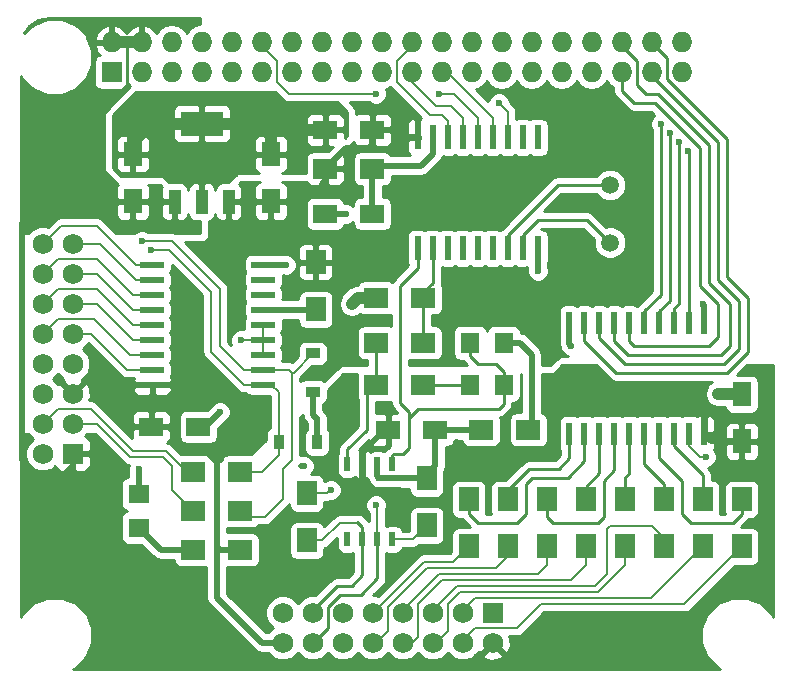
<source format=gtl>
G04 #@! TF.FileFunction,Copper,L1,Top,Signal*
%FSLAX46Y46*%
G04 Gerber Fmt 4.6, Leading zero omitted, Abs format (unit mm)*
G04 Created by KiCad (PCBNEW 4.0.2-1.fc23-product) date Wed 14 Dec 2016 11:24:26 GMT*
%MOMM*%
G01*
G04 APERTURE LIST*
%ADD10C,0.100000*%
%ADD11R,1.727200X1.727200*%
%ADD12C,1.727200*%
%ADD13R,0.530000X1.980000*%
%ADD14R,0.600000X2.000000*%
%ADD15O,1.727200X1.727200*%
%ADD16R,3.657600X2.032000*%
%ADD17R,1.016000X2.032000*%
%ADD18R,1.800860X1.597660*%
%ADD19R,2.000000X1.700000*%
%ADD20R,2.000000X1.600000*%
%ADD21R,1.600000X2.000000*%
%ADD22R,1.597660X1.800860*%
%ADD23R,1.700000X2.000000*%
%ADD24R,0.508000X1.143000*%
%ADD25R,2.000000X0.600000*%
%ADD26C,1.501140*%
%ADD27R,0.910000X1.220000*%
%ADD28R,1.220000X0.910000*%
%ADD29C,0.600000*%
%ADD30C,0.200000*%
%ADD31C,0.250000*%
%ADD32C,0.500000*%
%ADD33C,1.000000*%
%ADD34C,0.254000*%
G04 APERTURE END LIST*
D10*
D11*
X135890000Y-98044000D03*
D12*
X135890000Y-100584000D03*
X133350000Y-98044000D03*
X133350000Y-100584000D03*
X130810000Y-98044000D03*
X130810000Y-100584000D03*
X128270000Y-98044000D03*
X128270000Y-100584000D03*
X125730000Y-98044000D03*
X125730000Y-100584000D03*
X123190000Y-98044000D03*
X123190000Y-100584000D03*
X120650000Y-98044000D03*
X120650000Y-100584000D03*
X118110000Y-98044000D03*
X118110000Y-100584000D03*
D13*
X153797000Y-73547000D03*
X152527000Y-73547000D03*
X151257000Y-73547000D03*
X149987000Y-73547000D03*
X148717000Y-73547000D03*
X147447000Y-73547000D03*
X146177000Y-73547000D03*
X144907000Y-73547000D03*
X143637000Y-73547000D03*
X142367000Y-73547000D03*
X142367000Y-82917000D03*
X143637000Y-82917000D03*
X144907000Y-82917000D03*
X146177000Y-82917000D03*
X147447000Y-82917000D03*
X148717000Y-82917000D03*
X149987000Y-82917000D03*
X151257000Y-82917000D03*
X152527000Y-82917000D03*
X153797000Y-82917000D03*
D14*
X129540000Y-67184000D03*
X130810000Y-67184000D03*
X132080000Y-67184000D03*
X133350000Y-67184000D03*
X134620000Y-67184000D03*
X135890000Y-67184000D03*
X137160000Y-67184000D03*
X138430000Y-67184000D03*
X139700000Y-67184000D03*
X139700000Y-57784000D03*
X138430000Y-57784000D03*
X137160000Y-57784000D03*
X135890000Y-57784000D03*
X134620000Y-57784000D03*
X133350000Y-57784000D03*
X132080000Y-57784000D03*
X130810000Y-57784000D03*
X129540000Y-57784000D03*
D11*
X103620000Y-52260000D03*
D15*
X103620000Y-49720000D03*
X106160000Y-52260000D03*
X106160000Y-49720000D03*
X108700000Y-52260000D03*
X108700000Y-49720000D03*
X111240000Y-52260000D03*
X111240000Y-49720000D03*
X113780000Y-52260000D03*
X113780000Y-49720000D03*
X116320000Y-52260000D03*
X116320000Y-49720000D03*
X118860000Y-52260000D03*
X118860000Y-49720000D03*
X121400000Y-52260000D03*
X121400000Y-49720000D03*
X123940000Y-52260000D03*
X123940000Y-49720000D03*
X126480000Y-52260000D03*
X126480000Y-49720000D03*
X129020000Y-52260000D03*
X129020000Y-49720000D03*
X131560000Y-52260000D03*
X131560000Y-49720000D03*
X134100000Y-52260000D03*
X134100000Y-49720000D03*
X136640000Y-52260000D03*
X136640000Y-49720000D03*
X139180000Y-52260000D03*
X139180000Y-49720000D03*
X141720000Y-52260000D03*
X141720000Y-49720000D03*
X144260000Y-52260000D03*
X144260000Y-49720000D03*
X146800000Y-52260000D03*
X146800000Y-49720000D03*
X149340000Y-52260000D03*
X149340000Y-49720000D03*
X151880000Y-52260000D03*
X151880000Y-49720000D03*
D16*
X111252000Y-56642000D03*
D17*
X111252000Y-63246000D03*
X113538000Y-63246000D03*
X108966000Y-63246000D03*
D18*
X105918000Y-90827860D03*
X105918000Y-87988140D03*
D19*
X114522000Y-92710000D03*
X110522000Y-92710000D03*
D20*
X127032000Y-82550000D03*
X131032000Y-82550000D03*
X125698000Y-57150000D03*
X121698000Y-57150000D03*
D21*
X156972000Y-83534000D03*
X156972000Y-79534000D03*
D20*
X106966000Y-82296000D03*
X110966000Y-82296000D03*
X125698000Y-64262000D03*
X121698000Y-64262000D03*
D22*
X133962140Y-75184000D03*
X136801860Y-75184000D03*
X133962140Y-78740000D03*
X136801860Y-78740000D03*
D19*
X126016000Y-78740000D03*
X130016000Y-78740000D03*
X126016000Y-75184000D03*
X130016000Y-75184000D03*
X130016000Y-71374000D03*
X126016000Y-71374000D03*
X121698000Y-60452000D03*
X125698000Y-60452000D03*
D23*
X130302000Y-90646000D03*
X130302000Y-86646000D03*
X120904000Y-72358000D03*
X120904000Y-68358000D03*
D19*
X110522000Y-86106000D03*
X114522000Y-86106000D03*
X110522000Y-89408000D03*
X114522000Y-89408000D03*
D23*
X153670000Y-92424000D03*
X153670000Y-88424000D03*
X156972000Y-92424000D03*
X156972000Y-88424000D03*
X150368000Y-92424000D03*
X150368000Y-88424000D03*
X147066000Y-92424000D03*
X147066000Y-88424000D03*
X140462000Y-92424000D03*
X140462000Y-88424000D03*
X143764000Y-92424000D03*
X143764000Y-88424000D03*
X133858000Y-92424000D03*
X133858000Y-88424000D03*
X137160000Y-92424000D03*
X137160000Y-88424000D03*
D19*
X134906000Y-82550000D03*
X138906000Y-82550000D03*
D23*
X120142000Y-91916000D03*
X120142000Y-87916000D03*
D24*
X127381000Y-91821000D03*
X126111000Y-91821000D03*
X124841000Y-91821000D03*
X123571000Y-91821000D03*
X123571000Y-85471000D03*
X124841000Y-85471000D03*
X126111000Y-85471000D03*
X127381000Y-85471000D03*
D25*
X116460000Y-78740000D03*
X116460000Y-77470000D03*
X116460000Y-76200000D03*
X116460000Y-74930000D03*
X116460000Y-73660000D03*
X116460000Y-72390000D03*
X116460000Y-71120000D03*
X116460000Y-69850000D03*
X116460000Y-68580000D03*
X107060000Y-68580000D03*
X107060000Y-69850000D03*
X107060000Y-71120000D03*
X107060000Y-72390000D03*
X107060000Y-73660000D03*
X107060000Y-74930000D03*
X107060000Y-76200000D03*
X107060000Y-77470000D03*
X107060000Y-78740000D03*
D26*
X145796000Y-61821060D03*
X145796000Y-66702940D03*
D21*
X105410000Y-63214000D03*
X105410000Y-59214000D03*
X117094000Y-63214000D03*
X117094000Y-59214000D03*
D27*
X117745000Y-83566000D03*
X121015000Y-83566000D03*
D28*
X120650000Y-76089000D03*
X120650000Y-79359000D03*
D11*
X100330000Y-84582000D03*
D12*
X97790000Y-84582000D03*
X100330000Y-82042000D03*
X97790000Y-82042000D03*
X100330000Y-79502000D03*
X97790000Y-79502000D03*
X100330000Y-76962000D03*
X97790000Y-76962000D03*
X100330000Y-74422000D03*
X97790000Y-74422000D03*
X100330000Y-71882000D03*
X97790000Y-71882000D03*
X100330000Y-69342000D03*
X97790000Y-69342000D03*
X100330000Y-66802000D03*
X97790000Y-66802000D03*
D29*
X116078000Y-98298000D03*
X114046000Y-100330000D03*
X133096000Y-82550000D03*
X131032000Y-84582000D03*
X112776000Y-81026000D03*
X105918000Y-85852000D03*
X121015000Y-81645000D03*
X123444000Y-64262000D03*
X118364000Y-68580000D03*
X104394000Y-56134000D03*
X114808000Y-56642000D03*
X119126000Y-57150000D03*
X123952000Y-71882000D03*
X154940000Y-79502000D03*
X153924000Y-84836000D03*
X114554000Y-74930000D03*
X126270000Y-86646000D03*
X139700000Y-69088000D03*
X142494000Y-75438000D03*
X153670000Y-71882000D03*
X110744000Y-71120000D03*
X113030000Y-68834000D03*
X114808000Y-83566000D03*
X119888000Y-85598000D03*
X106172000Y-66548000D03*
X106934000Y-67310000D03*
X131318000Y-54102000D03*
X136398000Y-54864000D03*
X125984000Y-54102000D03*
X152400000Y-58928000D03*
X151638000Y-58166000D03*
X150876000Y-57404000D03*
X150114000Y-56642000D03*
X122174000Y-87630000D03*
X125984000Y-88900000D03*
D30*
X136144000Y-100838000D02*
X136398000Y-100838000D01*
D31*
X104648000Y-53594000D02*
X103886000Y-54356000D01*
X103886000Y-54356000D02*
X101092000Y-57150000D01*
X101092000Y-57150000D02*
X101092000Y-59944000D01*
X101092000Y-59944000D02*
X100584000Y-60452000D01*
D32*
X114046000Y-100330000D02*
X109474000Y-100330000D01*
X109474000Y-100330000D02*
X99568000Y-90424000D01*
X99568000Y-90424000D02*
X99568000Y-86360000D01*
X117856000Y-92964000D02*
X117856000Y-90932000D01*
X117856000Y-90932000D02*
X118872000Y-89916000D01*
X118872000Y-89916000D02*
X121920000Y-89916000D01*
X121920000Y-89916000D02*
X123444000Y-88392000D01*
X124333000Y-87503000D02*
X125349000Y-87503000D01*
X125349000Y-87503000D02*
X125476000Y-87630000D01*
X125476000Y-87630000D02*
X128016000Y-87630000D01*
X128016000Y-87630000D02*
X129032000Y-88646000D01*
X129032000Y-88646000D02*
X131572000Y-88646000D01*
X131572000Y-88646000D02*
X132080000Y-88138000D01*
X132080000Y-88138000D02*
X132080000Y-86106000D01*
X132080000Y-86106000D02*
X133350000Y-84836000D01*
X133350000Y-84836000D02*
X140208000Y-84836000D01*
X140208000Y-84836000D02*
X140970000Y-84074000D01*
X140970000Y-84074000D02*
X140970000Y-81534000D01*
X140970000Y-81534000D02*
X141732000Y-80772000D01*
X141732000Y-80772000D02*
X153162000Y-80772000D01*
X153162000Y-80772000D02*
X153797000Y-81407000D01*
X153797000Y-81407000D02*
X153797000Y-82917000D01*
X156972000Y-84328000D02*
X156972000Y-83534000D01*
X116078000Y-98298000D02*
X116332000Y-98044000D01*
X116332000Y-98044000D02*
X116332000Y-94488000D01*
X116332000Y-94488000D02*
X117856000Y-92964000D01*
X123444000Y-88392000D02*
X124333000Y-87503000D01*
X124333000Y-87503000D02*
X124841000Y-86995000D01*
X124841000Y-86995000D02*
X124841000Y-85471000D01*
X100330000Y-84582000D02*
X100330000Y-85598000D01*
X153797000Y-82917000D02*
X153797000Y-82931000D01*
X153797000Y-82931000D02*
X154400000Y-83534000D01*
X154400000Y-83534000D02*
X156972000Y-83534000D01*
X124841000Y-85471000D02*
X124841000Y-84455000D01*
X124841000Y-84455000D02*
X126746000Y-82550000D01*
X126746000Y-82550000D02*
X127032000Y-82550000D01*
D31*
X104648000Y-53594000D02*
X104902000Y-53340000D01*
X104902000Y-53340000D02*
X104902000Y-49720000D01*
X103620000Y-49720000D02*
X103822000Y-49720000D01*
D33*
X106160000Y-49720000D02*
X104902000Y-49720000D01*
X104902000Y-49720000D02*
X103620000Y-49720000D01*
D31*
X106160000Y-49720000D02*
X106160000Y-49772000D01*
X103620000Y-49720000D02*
X106160000Y-49720000D01*
D32*
X100330000Y-85598000D02*
X99568000Y-86360000D01*
X99568000Y-86360000D02*
X99314000Y-86614000D01*
X99314000Y-86614000D02*
X97536000Y-86614000D01*
X97536000Y-86614000D02*
X96012000Y-85090000D01*
X96012000Y-85090000D02*
X96012000Y-65024000D01*
X96012000Y-65024000D02*
X100584000Y-60452000D01*
X100584000Y-60452000D02*
X100838000Y-60452000D01*
D30*
X136144000Y-98298000D02*
X136144000Y-98806000D01*
D32*
X110966000Y-82296000D02*
X111506000Y-82296000D01*
X111506000Y-82296000D02*
X112776000Y-81026000D01*
X105918000Y-87988140D02*
X105918000Y-85852000D01*
X120650000Y-79359000D02*
X120650000Y-81280000D01*
X120650000Y-81280000D02*
X121015000Y-81645000D01*
X121015000Y-81645000D02*
X121015000Y-83566000D01*
D30*
X121015000Y-79724000D02*
X120650000Y-79359000D01*
D32*
X121698000Y-64262000D02*
X123444000Y-64262000D01*
X116460000Y-68580000D02*
X118364000Y-68580000D01*
D33*
X105410000Y-58166000D02*
X105410000Y-57150000D01*
X105410000Y-57150000D02*
X104394000Y-56134000D01*
X121698000Y-57150000D02*
X119126000Y-57150000D01*
D32*
X121698000Y-57150000D02*
X119126000Y-57150000D01*
X119126000Y-57150000D02*
X117856000Y-57150000D01*
X117856000Y-57150000D02*
X117094000Y-57912000D01*
D33*
X126016000Y-71374000D02*
X124460000Y-71374000D01*
X124460000Y-71374000D02*
X123952000Y-71882000D01*
D30*
X111077000Y-82185000D02*
X110966000Y-82296000D01*
D33*
X117094000Y-59214000D02*
X117094000Y-57912000D01*
X117094000Y-57912000D02*
X117094000Y-57658000D01*
X117094000Y-57658000D02*
X116078000Y-56642000D01*
X116078000Y-56642000D02*
X114808000Y-56642000D01*
X114808000Y-56642000D02*
X111252000Y-56642000D01*
X105410000Y-59214000D02*
X105410000Y-58166000D01*
X105410000Y-58166000D02*
X106934000Y-56642000D01*
X106934000Y-56642000D02*
X111252000Y-56642000D01*
X154972000Y-79534000D02*
X154940000Y-79502000D01*
X156972000Y-79534000D02*
X154972000Y-79534000D01*
D30*
X154940000Y-79502000D02*
X154972000Y-79534000D01*
X152527000Y-83947000D02*
X153416000Y-84836000D01*
X153924000Y-84836000D02*
X153416000Y-84836000D01*
X152527000Y-83947000D02*
X152527000Y-82917000D01*
X116460000Y-76200000D02*
X116460000Y-74930000D01*
X116460000Y-73660000D02*
X116460000Y-74930000D01*
X116460000Y-74930000D02*
X114554000Y-74930000D01*
D32*
X131032000Y-82550000D02*
X133096000Y-82550000D01*
X133096000Y-82550000D02*
X134906000Y-82550000D01*
X130302000Y-86646000D02*
X130302000Y-86360000D01*
X130302000Y-86360000D02*
X131032000Y-85630000D01*
X131032000Y-85630000D02*
X131032000Y-84582000D01*
X131032000Y-84582000D02*
X131032000Y-82550000D01*
X139700000Y-67184000D02*
X139700000Y-69088000D01*
X142367000Y-73547000D02*
X142367000Y-75311000D01*
X142367000Y-75311000D02*
X142494000Y-75438000D01*
X153797000Y-73547000D02*
X153797000Y-72009000D01*
X153797000Y-72009000D02*
X153670000Y-71882000D01*
X126111000Y-85471000D02*
X126111000Y-86487000D01*
X126270000Y-86646000D02*
X130302000Y-86646000D01*
X126111000Y-86487000D02*
X126270000Y-86646000D01*
X107060000Y-78740000D02*
X109220000Y-78740000D01*
X109220000Y-78740000D02*
X110744000Y-77216000D01*
X110744000Y-77216000D02*
X110744000Y-71120000D01*
X112522000Y-84582000D02*
X113538000Y-83566000D01*
X113538000Y-83566000D02*
X114808000Y-83566000D01*
X119888000Y-85598000D02*
X119634000Y-85598000D01*
X118110000Y-100584000D02*
X116332000Y-100584000D01*
X116332000Y-100584000D02*
X112522000Y-96774000D01*
X112522000Y-96774000D02*
X112522000Y-92202000D01*
X106966000Y-82296000D02*
X108458000Y-82296000D01*
X108458000Y-82296000D02*
X108966000Y-82804000D01*
X108966000Y-82804000D02*
X108966000Y-83566000D01*
X108966000Y-83566000D02*
X109474000Y-84074000D01*
X109474000Y-84074000D02*
X112014000Y-84074000D01*
X112014000Y-84074000D02*
X112522000Y-84582000D01*
X112522000Y-84582000D02*
X112522000Y-92202000D01*
X112522000Y-92202000D02*
X112522000Y-92456000D01*
X112522000Y-92456000D02*
X112776000Y-92710000D01*
X112776000Y-92710000D02*
X114522000Y-92710000D01*
X125698000Y-57150000D02*
X125698000Y-58388000D01*
X125698000Y-58388000D02*
X125412000Y-58674000D01*
X125412000Y-58674000D02*
X123476000Y-58674000D01*
X123476000Y-58674000D02*
X121698000Y-60452000D01*
X121412000Y-61754000D02*
X121698000Y-61468000D01*
X121698000Y-61468000D02*
X121698000Y-60928000D01*
X125476000Y-57150000D02*
X125698000Y-57150000D01*
X107950000Y-82296000D02*
X106966000Y-82296000D01*
X106966000Y-82296000D02*
X106966000Y-82328000D01*
X106966000Y-82296000D02*
X106966000Y-82328000D01*
X106172000Y-82296000D02*
X106966000Y-82296000D01*
X107060000Y-82202000D02*
X106966000Y-82296000D01*
X129540000Y-57784000D02*
X127888000Y-57784000D01*
X127888000Y-57784000D02*
X127254000Y-57150000D01*
X127254000Y-57150000D02*
X125698000Y-57150000D01*
D30*
X118872000Y-77724000D02*
X119015000Y-77724000D01*
X119015000Y-77724000D02*
X120650000Y-76089000D01*
X114522000Y-89916000D02*
X116586000Y-89916000D01*
X116586000Y-89916000D02*
X118110000Y-88392000D01*
X118110000Y-88392000D02*
X118110000Y-85852000D01*
X118110000Y-85852000D02*
X118872000Y-85090000D01*
X118872000Y-85090000D02*
X118872000Y-77724000D01*
X118872000Y-77724000D02*
X118618000Y-77470000D01*
X118618000Y-77470000D02*
X116460000Y-77470000D01*
X117348000Y-77470000D02*
X116460000Y-77470000D01*
X114808000Y-77470000D02*
X116460000Y-77470000D01*
X112776000Y-75438000D02*
X114808000Y-77470000D01*
X112776000Y-70612000D02*
X112776000Y-75438000D01*
X108712000Y-66548000D02*
X112776000Y-70612000D01*
X106172000Y-66548000D02*
X108712000Y-66548000D01*
X106160000Y-52260000D02*
X106490000Y-52260000D01*
D31*
X106160000Y-52312000D02*
X106160000Y-52260000D01*
D30*
X117745000Y-83566000D02*
X117745000Y-79359000D01*
X117745000Y-79359000D02*
X117126000Y-78740000D01*
X117126000Y-78740000D02*
X116460000Y-78740000D01*
X114522000Y-86106000D02*
X116332000Y-86106000D01*
X116332000Y-86106000D02*
X117745000Y-84693000D01*
X117745000Y-84693000D02*
X117745000Y-83566000D01*
X116460000Y-78740000D02*
X114808000Y-78740000D01*
X108458000Y-67310000D02*
X106934000Y-67310000D01*
X112014000Y-70866000D02*
X108458000Y-67310000D01*
X112014000Y-75946000D02*
X112014000Y-70866000D01*
X114808000Y-78740000D02*
X112014000Y-75946000D01*
D31*
X108700000Y-52260000D02*
X108700000Y-52336000D01*
D30*
X134620000Y-57784000D02*
X134620000Y-56134000D01*
X132588000Y-54102000D02*
X131318000Y-54102000D01*
X134620000Y-56134000D02*
X132588000Y-54102000D01*
D31*
X126480000Y-52260000D02*
X126480000Y-52566000D01*
D30*
X129020000Y-52260000D02*
X129020000Y-53074000D01*
X129020000Y-53074000D02*
X131064000Y-55118000D01*
X133350000Y-56134000D02*
X133350000Y-57784000D01*
X132334000Y-55118000D02*
X133350000Y-56134000D01*
X131064000Y-55118000D02*
X132334000Y-55118000D01*
D31*
X129020000Y-52312000D02*
X129020000Y-52260000D01*
X129020000Y-52260000D02*
X129020000Y-52312000D01*
D30*
X131560000Y-52260000D02*
X132016000Y-52260000D01*
X132016000Y-52260000D02*
X135890000Y-56134000D01*
X135890000Y-56134000D02*
X135890000Y-57784000D01*
X131560000Y-52260000D02*
X131636000Y-52260000D01*
X131560000Y-52820000D02*
X131560000Y-52260000D01*
X131560000Y-52260000D02*
X131560000Y-52312000D01*
D31*
X131560000Y-52260000D02*
X131762000Y-52260000D01*
X131560000Y-52260000D02*
X131560000Y-52566000D01*
D32*
X110522000Y-92710000D02*
X107800140Y-92710000D01*
X107800140Y-92710000D02*
X105918000Y-90827860D01*
D31*
X116840000Y-52780000D02*
X116320000Y-52260000D01*
X118860000Y-52260000D02*
X118860000Y-52312000D01*
X121400000Y-52260000D02*
X121400000Y-52820000D01*
X121400000Y-49720000D02*
X121400000Y-50026000D01*
X131560000Y-49720000D02*
X131560000Y-49796000D01*
X134100000Y-49720000D02*
X134100000Y-49772000D01*
X134100000Y-49720000D02*
X134100000Y-49796000D01*
X138430000Y-67184000D02*
X138430000Y-66040000D01*
X143863060Y-64770000D02*
X145796000Y-66702940D01*
X139700000Y-64770000D02*
X143863060Y-64770000D01*
X138430000Y-66040000D02*
X139700000Y-64770000D01*
X137160000Y-67184000D02*
X137160000Y-66040000D01*
X141378940Y-61821060D02*
X145796000Y-61821060D01*
X137160000Y-66040000D02*
X141378940Y-61821060D01*
D30*
X116320000Y-49720000D02*
X116320000Y-50026000D01*
X116320000Y-50026000D02*
X117602000Y-51308000D01*
X137160000Y-55626000D02*
X137160000Y-57784000D01*
X136398000Y-54864000D02*
X137160000Y-55626000D01*
X118618000Y-54102000D02*
X125984000Y-54102000D01*
X117602000Y-53086000D02*
X118618000Y-54102000D01*
X117602000Y-51308000D02*
X117602000Y-53086000D01*
X129020000Y-49720000D02*
X129020000Y-50050000D01*
X129020000Y-50050000D02*
X127762000Y-51308000D01*
X132080000Y-56388000D02*
X132080000Y-57784000D01*
X131572000Y-55880000D02*
X132080000Y-56388000D01*
X130556000Y-55880000D02*
X131572000Y-55880000D01*
X127762000Y-53086000D02*
X130556000Y-55880000D01*
X127762000Y-51308000D02*
X127762000Y-53086000D01*
X129020000Y-49720000D02*
X129020000Y-49796000D01*
D31*
X152527000Y-59055000D02*
X152400000Y-58928000D01*
X152527000Y-73547000D02*
X152527000Y-59055000D01*
X151638000Y-58420000D02*
X151638000Y-58166000D01*
X151638000Y-71882000D02*
X151638000Y-58420000D01*
X151257000Y-72263000D02*
X151638000Y-71882000D01*
X151257000Y-73547000D02*
X151257000Y-72263000D01*
X141720000Y-52260000D02*
X141720000Y-52566000D01*
X149987000Y-72517000D02*
X149987000Y-73547000D01*
X150876000Y-71628000D02*
X150876000Y-57404000D01*
X149987000Y-72517000D02*
X150876000Y-71628000D01*
X148717000Y-73547000D02*
X148717000Y-72517000D01*
X148717000Y-72517000D02*
X150114000Y-71120000D01*
X150114000Y-71120000D02*
X150114000Y-56642000D01*
X147447000Y-73547000D02*
X147447000Y-75057000D01*
X146812000Y-53848000D02*
X146812000Y-53086000D01*
X147828000Y-54864000D02*
X146812000Y-53848000D01*
X149606000Y-54864000D02*
X147828000Y-54864000D01*
X153416000Y-58674000D02*
X149606000Y-54864000D01*
X153416000Y-70358000D02*
X153416000Y-58674000D01*
X154940000Y-71882000D02*
X153416000Y-70358000D01*
X154940000Y-74676000D02*
X154940000Y-71882000D01*
X154178000Y-75438000D02*
X154940000Y-74676000D01*
X147828000Y-75438000D02*
X154178000Y-75438000D01*
X147447000Y-75057000D02*
X147828000Y-75438000D01*
X146812000Y-53086000D02*
X146800000Y-52260000D01*
X146812000Y-53086000D02*
X146800000Y-52260000D01*
X146800000Y-52820000D02*
X146800000Y-52260000D01*
X146800000Y-49720000D02*
X146800000Y-50026000D01*
X146800000Y-50026000D02*
X148082000Y-51308000D01*
X148082000Y-51308000D02*
X148082000Y-53340000D01*
X148082000Y-53340000D02*
X148844000Y-54102000D01*
X148844000Y-54102000D02*
X149860000Y-54102000D01*
X149860000Y-54102000D02*
X154178000Y-58420000D01*
X154178000Y-58420000D02*
X154178000Y-70104000D01*
X154178000Y-70104000D02*
X155956000Y-71882000D01*
X155956000Y-71882000D02*
X155956000Y-75438000D01*
X155956000Y-75438000D02*
X155194000Y-76200000D01*
X155194000Y-76200000D02*
X147320000Y-76200000D01*
X147320000Y-76200000D02*
X146177000Y-75057000D01*
X146177000Y-75057000D02*
X146177000Y-73547000D01*
X146800000Y-49720000D02*
X146800000Y-50026000D01*
X154432000Y-57658000D02*
X154686000Y-57912000D01*
X144907000Y-74803000D02*
X147066000Y-76962000D01*
X147066000Y-76962000D02*
X155448000Y-76962000D01*
X155448000Y-76962000D02*
X156718000Y-75692000D01*
X156718000Y-75692000D02*
X156718000Y-71628000D01*
X156718000Y-71628000D02*
X154940000Y-69850000D01*
X144907000Y-73547000D02*
X144907000Y-74803000D01*
X154432000Y-57658000D02*
X149340000Y-52566000D01*
X154940000Y-58166000D02*
X154940000Y-69850000D01*
X154686000Y-57912000D02*
X154940000Y-58166000D01*
X149340000Y-52260000D02*
X149340000Y-52566000D01*
X149340000Y-52260000D02*
X149542000Y-52260000D01*
X155702000Y-68326000D02*
X155702000Y-69596000D01*
X143637000Y-75057000D02*
X143637000Y-73547000D01*
X146304000Y-77724000D02*
X143637000Y-75057000D01*
X155702000Y-77724000D02*
X146304000Y-77724000D01*
X157480000Y-75946000D02*
X155702000Y-77724000D01*
X157480000Y-71374000D02*
X157480000Y-75946000D01*
X155702000Y-69596000D02*
X157480000Y-71374000D01*
X155390002Y-57600002D02*
X155702000Y-57912000D01*
X150622000Y-51054000D02*
X150622000Y-52832000D01*
X150622000Y-52832000D02*
X155390002Y-57600002D01*
X149340000Y-49772000D02*
X150622000Y-51054000D01*
X155702000Y-57912000D02*
X155702000Y-68326000D01*
X155702000Y-68326000D02*
X155702000Y-68580000D01*
X149340000Y-49720000D02*
X149340000Y-49772000D01*
X143637000Y-74295000D02*
X143637000Y-73547000D01*
D30*
X149340000Y-49720000D02*
X149340000Y-50026000D01*
D31*
X123571000Y-85471000D02*
X123571000Y-84201000D01*
X125222000Y-82550000D02*
X125222000Y-79534000D01*
X123571000Y-84201000D02*
X125222000Y-82550000D01*
X125222000Y-79534000D02*
X126016000Y-78740000D01*
X126016000Y-78740000D02*
X126016000Y-75184000D01*
X130810000Y-68580000D02*
X130810000Y-67184000D01*
X130016000Y-71374000D02*
X130016000Y-70898000D01*
X130016000Y-70898000D02*
X130810000Y-70104000D01*
X130810000Y-70104000D02*
X130810000Y-68580000D01*
X130810000Y-68580000D02*
X130810000Y-68200000D01*
X130016000Y-75184000D02*
X130016000Y-71374000D01*
D30*
X127381000Y-91821000D02*
X129127000Y-91821000D01*
X129127000Y-91821000D02*
X130302000Y-90646000D01*
D31*
X129540000Y-68326000D02*
X129540000Y-67184000D01*
X128778000Y-81534000D02*
X128778000Y-81026000D01*
X129540000Y-68834000D02*
X129540000Y-68326000D01*
X129540000Y-68326000D02*
X129540000Y-68200000D01*
X128778000Y-81026000D02*
X128016000Y-80264000D01*
X128016000Y-80264000D02*
X128016000Y-70358000D01*
X128016000Y-70358000D02*
X129540000Y-68834000D01*
X136801860Y-78740000D02*
X136801860Y-80368140D01*
X136801860Y-80368140D02*
X136398000Y-80772000D01*
X136398000Y-80772000D02*
X129540000Y-80772000D01*
X129540000Y-80772000D02*
X128778000Y-81534000D01*
X128778000Y-81534000D02*
X128778000Y-81788000D01*
X127381000Y-84709000D02*
X127381000Y-85471000D01*
X128778000Y-81788000D02*
X128778000Y-84074000D01*
X128778000Y-84074000D02*
X128270000Y-84582000D01*
X128270000Y-84582000D02*
X127508000Y-84582000D01*
X127508000Y-84582000D02*
X127381000Y-84709000D01*
X133962140Y-75184000D02*
X133962140Y-76304140D01*
X136801860Y-77619860D02*
X136801860Y-78740000D01*
X136144000Y-76962000D02*
X136801860Y-77619860D01*
X134620000Y-76962000D02*
X136144000Y-76962000D01*
X133962140Y-76304140D02*
X134620000Y-76962000D01*
D30*
X133350000Y-98044000D02*
X133350000Y-97790000D01*
X133350000Y-97790000D02*
X134366000Y-96774000D01*
X134366000Y-96774000D02*
X149320000Y-96774000D01*
X149320000Y-96774000D02*
X153670000Y-92424000D01*
D31*
X133604000Y-97790000D02*
X133604000Y-98298000D01*
D30*
X133350000Y-98044000D02*
X133350000Y-98298000D01*
X133350000Y-100584000D02*
X133350000Y-100330000D01*
X133350000Y-100330000D02*
X134366000Y-99314000D01*
X134366000Y-99314000D02*
X137922000Y-99314000D01*
X137922000Y-99314000D02*
X139954000Y-97282000D01*
X139954000Y-97282000D02*
X152114000Y-97282000D01*
X152114000Y-97282000D02*
X156972000Y-92424000D01*
X140208000Y-95758000D02*
X144526000Y-95758000D01*
X132842000Y-95758000D02*
X140208000Y-95758000D01*
X130810000Y-97790000D02*
X132842000Y-95758000D01*
X149352000Y-90678000D02*
X150368000Y-91694000D01*
X145796000Y-90678000D02*
X149352000Y-90678000D01*
X145542000Y-90932000D02*
X145796000Y-90678000D01*
X145542000Y-94742000D02*
X145542000Y-90932000D01*
X144526000Y-95758000D02*
X145542000Y-94742000D01*
X150368000Y-91694000D02*
X150368000Y-92424000D01*
X130810000Y-98044000D02*
X130810000Y-97790000D01*
X140716000Y-96266000D02*
X144780000Y-96266000D01*
X133096000Y-96266000D02*
X140716000Y-96266000D01*
X132080000Y-97282000D02*
X133096000Y-96266000D01*
X132080000Y-99568000D02*
X132080000Y-97282000D01*
X131064000Y-100584000D02*
X132080000Y-99568000D01*
X147066000Y-93980000D02*
X147066000Y-92424000D01*
X144780000Y-96266000D02*
X147066000Y-93980000D01*
X130810000Y-100584000D02*
X131064000Y-100584000D01*
X128270000Y-98044000D02*
X128270000Y-97790000D01*
X128270000Y-97790000D02*
X131318000Y-94742000D01*
X131318000Y-94742000D02*
X139700000Y-94742000D01*
X139700000Y-94742000D02*
X140462000Y-93980000D01*
X140462000Y-93980000D02*
X140462000Y-92424000D01*
X128270000Y-100584000D02*
X129032000Y-100584000D01*
X129032000Y-100584000D02*
X129540000Y-100076000D01*
X129540000Y-100076000D02*
X129540000Y-97282000D01*
X129540000Y-97282000D02*
X131572000Y-95250000D01*
X131572000Y-95250000D02*
X142494000Y-95250000D01*
X142494000Y-95250000D02*
X143764000Y-93980000D01*
X143764000Y-93980000D02*
X143764000Y-92424000D01*
X125730000Y-98044000D02*
X130048000Y-93726000D01*
X132556000Y-93726000D02*
X133858000Y-92424000D01*
X130048000Y-93726000D02*
X132556000Y-93726000D01*
X125730000Y-100584000D02*
X125984000Y-100584000D01*
X125984000Y-100584000D02*
X127000000Y-99568000D01*
X127000000Y-99568000D02*
X127000000Y-97536000D01*
X127000000Y-97536000D02*
X130302000Y-94234000D01*
X130302000Y-94234000D02*
X136144000Y-94234000D01*
X136144000Y-94234000D02*
X137160000Y-93218000D01*
X137160000Y-93218000D02*
X137160000Y-92424000D01*
D31*
X151257000Y-82917000D02*
X151257000Y-83947000D01*
X153670000Y-86360000D02*
X153670000Y-88424000D01*
X151257000Y-83947000D02*
X153670000Y-86360000D01*
D30*
X153670000Y-88424000D02*
X153956000Y-88424000D01*
D31*
X149987000Y-82917000D02*
X149987000Y-84963000D01*
X156972000Y-89662000D02*
X156972000Y-88424000D01*
X156210000Y-90424000D02*
X156972000Y-89662000D01*
X152654000Y-90424000D02*
X156210000Y-90424000D01*
X151892000Y-89662000D02*
X152654000Y-90424000D01*
X151892000Y-86868000D02*
X151892000Y-89662000D01*
X149987000Y-84963000D02*
X151892000Y-86868000D01*
X149987000Y-83171000D02*
X149987000Y-83947000D01*
D30*
X156972000Y-88424000D02*
X156972000Y-88138000D01*
D31*
X148717000Y-82917000D02*
X148717000Y-85471000D01*
X150368000Y-87122000D02*
X150368000Y-88424000D01*
X148717000Y-85471000D02*
X150368000Y-87122000D01*
X150368000Y-87884000D02*
X150368000Y-88424000D01*
D30*
X150368000Y-88138000D02*
X150368000Y-88424000D01*
X150368000Y-88424000D02*
X150368000Y-87884000D01*
D31*
X147447000Y-82917000D02*
X147447000Y-86233000D01*
X147066000Y-86614000D02*
X147066000Y-88424000D01*
X147447000Y-86233000D02*
X147066000Y-86614000D01*
X147066000Y-87630000D02*
X147066000Y-88424000D01*
D30*
X147066000Y-88424000D02*
X147288000Y-88424000D01*
D31*
X145288000Y-86868000D02*
X145288000Y-89916000D01*
X140970000Y-90424000D02*
X140462000Y-89916000D01*
X140462000Y-88424000D02*
X140462000Y-89916000D01*
X146177000Y-85979000D02*
X146177000Y-82917000D01*
X146177000Y-85979000D02*
X145288000Y-86868000D01*
X141478000Y-90424000D02*
X140970000Y-90424000D01*
X144780000Y-90424000D02*
X141478000Y-90424000D01*
X145288000Y-89916000D02*
X144780000Y-90424000D01*
X140462000Y-89408000D02*
X140462000Y-88424000D01*
X145937000Y-83171000D02*
X146177000Y-83171000D01*
X140494000Y-88424000D02*
X140462000Y-88424000D01*
D30*
X140430000Y-87884000D02*
X140430000Y-87662000D01*
D32*
X130810000Y-57784000D02*
X130810000Y-59182000D01*
X130810000Y-59182000D02*
X129794000Y-60198000D01*
X129794000Y-60198000D02*
X125952000Y-60198000D01*
X125952000Y-60198000D02*
X125698000Y-60452000D01*
X125698000Y-64262000D02*
X125698000Y-60452000D01*
D30*
X124460000Y-90424000D02*
X122936000Y-90424000D01*
X122936000Y-90424000D02*
X121444000Y-91916000D01*
X121444000Y-91916000D02*
X120142000Y-91916000D01*
D31*
X124841000Y-91821000D02*
X124841000Y-90805000D01*
X124841000Y-90805000D02*
X124460000Y-90424000D01*
X124460000Y-90424000D02*
X124428000Y-90392000D01*
X120650000Y-98044000D02*
X120650000Y-97790000D01*
X120650000Y-97790000D02*
X122682000Y-95758000D01*
X122682000Y-95758000D02*
X123952000Y-95758000D01*
X123952000Y-95758000D02*
X124841000Y-94869000D01*
X124841000Y-94869000D02*
X124841000Y-91821000D01*
D30*
X122174000Y-87630000D02*
X121888000Y-87916000D01*
X121888000Y-87916000D02*
X120142000Y-87916000D01*
X125984000Y-88900000D02*
X126111000Y-89027000D01*
X126111000Y-89027000D02*
X126111000Y-91821000D01*
D31*
X120650000Y-100584000D02*
X121920000Y-99314000D01*
X126111000Y-95123000D02*
X126111000Y-91821000D01*
X124714000Y-96520000D02*
X126111000Y-95123000D01*
X122936000Y-96520000D02*
X124714000Y-96520000D01*
X121920000Y-97536000D02*
X122936000Y-96520000D01*
X121920000Y-99314000D02*
X121920000Y-97536000D01*
X120650000Y-100584000D02*
X120650000Y-100330000D01*
D30*
X110522000Y-86106000D02*
X109982000Y-86106000D01*
X109982000Y-86106000D02*
X108204000Y-84328000D01*
X108204000Y-84328000D02*
X105410000Y-84328000D01*
X105410000Y-84328000D02*
X101854000Y-80772000D01*
X101854000Y-80772000D02*
X99060000Y-80772000D01*
X99060000Y-80772000D02*
X97790000Y-82042000D01*
X110522000Y-86106000D02*
X109728000Y-86106000D01*
X97790000Y-82042000D02*
X97790000Y-81788000D01*
X110522000Y-89916000D02*
X110522000Y-89440000D01*
X110522000Y-89440000D02*
X108712000Y-87630000D01*
X108712000Y-87630000D02*
X108712000Y-85598000D01*
X108712000Y-85598000D02*
X107950000Y-84836000D01*
X107950000Y-84836000D02*
X105156000Y-84836000D01*
X105156000Y-84836000D02*
X102362000Y-82042000D01*
X102362000Y-82042000D02*
X100330000Y-82042000D01*
X109728000Y-89916000D02*
X110522000Y-89916000D01*
X110966000Y-89408000D02*
X110236000Y-89408000D01*
X110966000Y-89408000D02*
X110490000Y-89408000D01*
X110966000Y-89408000D02*
X110490000Y-89408000D01*
X100330000Y-82042000D02*
X100838000Y-82042000D01*
X107060000Y-68580000D02*
X105664000Y-68580000D01*
X99314000Y-65278000D02*
X97790000Y-66802000D01*
X102362000Y-65278000D02*
X99314000Y-65278000D01*
X105664000Y-68580000D02*
X102362000Y-65278000D01*
D31*
X107060000Y-68580000D02*
X106172000Y-68580000D01*
D30*
X107060000Y-69850000D02*
X105664000Y-69850000D01*
X102616000Y-66802000D02*
X100330000Y-66802000D01*
X105664000Y-69850000D02*
X102616000Y-66802000D01*
X107060000Y-71120000D02*
X105410000Y-71120000D01*
X99060000Y-68072000D02*
X97790000Y-69342000D01*
X102362000Y-68072000D02*
X99060000Y-68072000D01*
X105410000Y-71120000D02*
X102362000Y-68072000D01*
X107060000Y-72390000D02*
X105410000Y-72390000D01*
X102362000Y-69342000D02*
X100330000Y-69342000D01*
X105410000Y-72390000D02*
X102362000Y-69342000D01*
X107060000Y-73660000D02*
X105410000Y-73660000D01*
X99060000Y-70612000D02*
X97790000Y-71882000D01*
X102362000Y-70612000D02*
X99060000Y-70612000D01*
X105410000Y-73660000D02*
X102362000Y-70612000D01*
D31*
X107060000Y-73660000D02*
X106172000Y-73660000D01*
D30*
X107060000Y-74930000D02*
X105410000Y-74930000D01*
X102362000Y-71882000D02*
X100330000Y-71882000D01*
X105410000Y-74930000D02*
X102362000Y-71882000D01*
D31*
X100838000Y-71882000D02*
X100330000Y-71882000D01*
X100330000Y-71882000D02*
X100330000Y-72136000D01*
X107060000Y-74930000D02*
X106172000Y-74930000D01*
D30*
X107060000Y-76200000D02*
X105156000Y-76200000D01*
X99060000Y-73152000D02*
X97790000Y-74422000D01*
X102108000Y-73152000D02*
X99060000Y-73152000D01*
X105156000Y-76200000D02*
X102108000Y-73152000D01*
D31*
X107060000Y-76200000D02*
X106172000Y-76200000D01*
D30*
X107060000Y-77470000D02*
X104902000Y-77470000D01*
X101854000Y-74422000D02*
X100330000Y-74422000D01*
X104902000Y-77470000D02*
X101854000Y-74422000D01*
D31*
X100330000Y-74422000D02*
X100584000Y-74422000D01*
X106172000Y-77470000D02*
X107060000Y-77470000D01*
D32*
X136801860Y-75184000D02*
X138176000Y-75184000D01*
X139192000Y-76200000D02*
X139192000Y-82264000D01*
X138176000Y-75184000D02*
X139192000Y-76200000D01*
X139192000Y-82264000D02*
X138906000Y-82550000D01*
D31*
X130016000Y-78740000D02*
X133962140Y-78740000D01*
D32*
X116460000Y-72390000D02*
X120872000Y-72390000D01*
X120872000Y-72390000D02*
X120904000Y-72358000D01*
D31*
X144907000Y-82917000D02*
X144907000Y-86233000D01*
X143764000Y-87376000D02*
X143764000Y-88424000D01*
X144907000Y-86233000D02*
X143764000Y-87376000D01*
D30*
X143764000Y-87630000D02*
X143764000Y-88424000D01*
D31*
X143637000Y-82917000D02*
X143637000Y-85217000D01*
X133858000Y-89662000D02*
X133858000Y-88424000D01*
X134620000Y-90424000D02*
X133858000Y-89662000D01*
X137922000Y-90424000D02*
X134620000Y-90424000D01*
X138684000Y-89662000D02*
X137922000Y-90424000D01*
X138684000Y-87122000D02*
X138684000Y-89662000D01*
X139192000Y-86614000D02*
X138684000Y-87122000D01*
X142240000Y-86614000D02*
X139192000Y-86614000D01*
X143637000Y-85217000D02*
X142240000Y-86614000D01*
X137160000Y-88424000D02*
X137160000Y-87630000D01*
X137160000Y-87630000D02*
X138938000Y-85852000D01*
X142367000Y-84963000D02*
X142367000Y-82917000D01*
X141478000Y-85852000D02*
X142367000Y-84963000D01*
X138938000Y-85852000D02*
X141478000Y-85852000D01*
X137160000Y-88424000D02*
X137160000Y-88138000D01*
D34*
G36*
X111287000Y-71167133D02*
X111287000Y-75945995D01*
X111286999Y-75946000D01*
X111330562Y-76165000D01*
X111342340Y-76224211D01*
X111436304Y-76364839D01*
X111499933Y-76460067D01*
X114293931Y-79254064D01*
X114293933Y-79254067D01*
X114529789Y-79411660D01*
X114575948Y-79420842D01*
X114808000Y-79467001D01*
X114808005Y-79467000D01*
X114989690Y-79467000D01*
X115001757Y-79485753D01*
X115211283Y-79628917D01*
X115460000Y-79679283D01*
X117018000Y-79679283D01*
X117018000Y-82385950D01*
X116844247Y-82497757D01*
X116701083Y-82707283D01*
X116650717Y-82956000D01*
X116650717Y-83376571D01*
X115410571Y-84616717D01*
X113522000Y-84616717D01*
X113289648Y-84660437D01*
X113076247Y-84797757D01*
X112933083Y-85007283D01*
X112888995Y-85225000D01*
X112155450Y-85225000D01*
X112117563Y-85023648D01*
X111980243Y-84810247D01*
X111770717Y-84667083D01*
X111522000Y-84616717D01*
X109522000Y-84616717D01*
X109521033Y-84616899D01*
X108718067Y-83813933D01*
X108692105Y-83796586D01*
X108482211Y-83656340D01*
X108423985Y-83644758D01*
X108333305Y-83626720D01*
X108504327Y-83455699D01*
X108601000Y-83222310D01*
X108601000Y-82581750D01*
X108442250Y-82423000D01*
X107093000Y-82423000D01*
X107093000Y-82443000D01*
X106839000Y-82443000D01*
X106839000Y-82423000D01*
X105489750Y-82423000D01*
X105331000Y-82581750D01*
X105331000Y-83220867D01*
X103479824Y-81369690D01*
X105331000Y-81369690D01*
X105331000Y-82010250D01*
X105489750Y-82169000D01*
X106839000Y-82169000D01*
X106839000Y-81019750D01*
X107093000Y-81019750D01*
X107093000Y-82169000D01*
X108442250Y-82169000D01*
X108601000Y-82010250D01*
X108601000Y-81496000D01*
X109326717Y-81496000D01*
X109326717Y-83096000D01*
X109370437Y-83328352D01*
X109507757Y-83541753D01*
X109717283Y-83684917D01*
X109966000Y-83735283D01*
X111966000Y-83735283D01*
X112198352Y-83691563D01*
X112411753Y-83554243D01*
X112554917Y-83344717D01*
X112605283Y-83096000D01*
X112605283Y-82436983D01*
X113180305Y-81861960D01*
X113300417Y-81812331D01*
X113561414Y-81551789D01*
X113702839Y-81211201D01*
X113703161Y-80842417D01*
X113562331Y-80501583D01*
X113301789Y-80240586D01*
X112961201Y-80099161D01*
X112592417Y-80098839D01*
X112251583Y-80239669D01*
X111990586Y-80500211D01*
X111940213Y-80621522D01*
X111705018Y-80856717D01*
X109966000Y-80856717D01*
X109733648Y-80900437D01*
X109520247Y-81037757D01*
X109377083Y-81247283D01*
X109326717Y-81496000D01*
X108601000Y-81496000D01*
X108601000Y-81369690D01*
X108504327Y-81136301D01*
X108325698Y-80957673D01*
X108092309Y-80861000D01*
X107251750Y-80861000D01*
X107093000Y-81019750D01*
X106839000Y-81019750D01*
X106680250Y-80861000D01*
X105839691Y-80861000D01*
X105606302Y-80957673D01*
X105427673Y-81136301D01*
X105331000Y-81369690D01*
X103479824Y-81369690D01*
X102368067Y-80257933D01*
X102249810Y-80178917D01*
X102132211Y-80100340D01*
X102086052Y-80091158D01*
X101854000Y-80044999D01*
X101853995Y-80045000D01*
X101727151Y-80045000D01*
X101840248Y-79733970D01*
X101814058Y-79138365D01*
X101767412Y-79025750D01*
X105425000Y-79025750D01*
X105425000Y-79166310D01*
X105521673Y-79399699D01*
X105700302Y-79578327D01*
X105933691Y-79675000D01*
X106774250Y-79675000D01*
X106933000Y-79516250D01*
X106933000Y-78867000D01*
X107187000Y-78867000D01*
X107187000Y-79516250D01*
X107345750Y-79675000D01*
X108186309Y-79675000D01*
X108419698Y-79578327D01*
X108598327Y-79399699D01*
X108695000Y-79166310D01*
X108695000Y-79025750D01*
X108536250Y-78867000D01*
X107187000Y-78867000D01*
X106933000Y-78867000D01*
X105583750Y-78867000D01*
X105425000Y-79025750D01*
X101767412Y-79025750D01*
X101636516Y-78709741D01*
X101383805Y-78627800D01*
X100509605Y-79502000D01*
X100523748Y-79516143D01*
X100344143Y-79695748D01*
X100330000Y-79681605D01*
X100315858Y-79695748D01*
X100136253Y-79516143D01*
X100150395Y-79502000D01*
X99276195Y-78627800D01*
X99069334Y-78694874D01*
X99054406Y-78658746D01*
X98635460Y-78239067D01*
X98619077Y-78232264D01*
X98633254Y-78226406D01*
X99052933Y-77807460D01*
X99059736Y-77791077D01*
X99065594Y-77805254D01*
X99484540Y-78224933D01*
X99523012Y-78240908D01*
X99455800Y-78448195D01*
X100330000Y-79322395D01*
X101204200Y-78448195D01*
X101137126Y-78241334D01*
X101173254Y-78226406D01*
X101592933Y-77807460D01*
X101820341Y-77259800D01*
X101820859Y-76666802D01*
X101594406Y-76118746D01*
X101175460Y-75699067D01*
X101159077Y-75692264D01*
X101173254Y-75686406D01*
X101592933Y-75267460D01*
X101615934Y-75212068D01*
X104387933Y-77984067D01*
X104623789Y-78141660D01*
X104669948Y-78150842D01*
X104902000Y-78197001D01*
X104902005Y-78197000D01*
X105473335Y-78197000D01*
X105425000Y-78313690D01*
X105425000Y-78454250D01*
X105583750Y-78613000D01*
X106933000Y-78613000D01*
X106933000Y-78593000D01*
X107187000Y-78593000D01*
X107187000Y-78613000D01*
X108536250Y-78613000D01*
X108695000Y-78454250D01*
X108695000Y-78313690D01*
X108601539Y-78088056D01*
X108648917Y-78018717D01*
X108699283Y-77770000D01*
X108699283Y-77170000D01*
X108655563Y-76937648D01*
X108589730Y-76835340D01*
X108648917Y-76748717D01*
X108699283Y-76500000D01*
X108699283Y-75900000D01*
X108655563Y-75667648D01*
X108589730Y-75565340D01*
X108648917Y-75478717D01*
X108699283Y-75230000D01*
X108699283Y-74630000D01*
X108655563Y-74397648D01*
X108589730Y-74295340D01*
X108648917Y-74208717D01*
X108699283Y-73960000D01*
X108699283Y-73360000D01*
X108655563Y-73127648D01*
X108589730Y-73025340D01*
X108648917Y-72938717D01*
X108699283Y-72690000D01*
X108699283Y-72090000D01*
X108655563Y-71857648D01*
X108589730Y-71755340D01*
X108648917Y-71668717D01*
X108699283Y-71420000D01*
X108699283Y-70820000D01*
X108655563Y-70587648D01*
X108589730Y-70485340D01*
X108648917Y-70398717D01*
X108699283Y-70150000D01*
X108699283Y-69550000D01*
X108655563Y-69317648D01*
X108589730Y-69215340D01*
X108648917Y-69128717D01*
X108699283Y-68880000D01*
X108699283Y-68579417D01*
X111287000Y-71167133D01*
X111287000Y-71167133D01*
G37*
X111287000Y-71167133D02*
X111287000Y-75945995D01*
X111286999Y-75946000D01*
X111330562Y-76165000D01*
X111342340Y-76224211D01*
X111436304Y-76364839D01*
X111499933Y-76460067D01*
X114293931Y-79254064D01*
X114293933Y-79254067D01*
X114529789Y-79411660D01*
X114575948Y-79420842D01*
X114808000Y-79467001D01*
X114808005Y-79467000D01*
X114989690Y-79467000D01*
X115001757Y-79485753D01*
X115211283Y-79628917D01*
X115460000Y-79679283D01*
X117018000Y-79679283D01*
X117018000Y-82385950D01*
X116844247Y-82497757D01*
X116701083Y-82707283D01*
X116650717Y-82956000D01*
X116650717Y-83376571D01*
X115410571Y-84616717D01*
X113522000Y-84616717D01*
X113289648Y-84660437D01*
X113076247Y-84797757D01*
X112933083Y-85007283D01*
X112888995Y-85225000D01*
X112155450Y-85225000D01*
X112117563Y-85023648D01*
X111980243Y-84810247D01*
X111770717Y-84667083D01*
X111522000Y-84616717D01*
X109522000Y-84616717D01*
X109521033Y-84616899D01*
X108718067Y-83813933D01*
X108692105Y-83796586D01*
X108482211Y-83656340D01*
X108423985Y-83644758D01*
X108333305Y-83626720D01*
X108504327Y-83455699D01*
X108601000Y-83222310D01*
X108601000Y-82581750D01*
X108442250Y-82423000D01*
X107093000Y-82423000D01*
X107093000Y-82443000D01*
X106839000Y-82443000D01*
X106839000Y-82423000D01*
X105489750Y-82423000D01*
X105331000Y-82581750D01*
X105331000Y-83220867D01*
X103479824Y-81369690D01*
X105331000Y-81369690D01*
X105331000Y-82010250D01*
X105489750Y-82169000D01*
X106839000Y-82169000D01*
X106839000Y-81019750D01*
X107093000Y-81019750D01*
X107093000Y-82169000D01*
X108442250Y-82169000D01*
X108601000Y-82010250D01*
X108601000Y-81496000D01*
X109326717Y-81496000D01*
X109326717Y-83096000D01*
X109370437Y-83328352D01*
X109507757Y-83541753D01*
X109717283Y-83684917D01*
X109966000Y-83735283D01*
X111966000Y-83735283D01*
X112198352Y-83691563D01*
X112411753Y-83554243D01*
X112554917Y-83344717D01*
X112605283Y-83096000D01*
X112605283Y-82436983D01*
X113180305Y-81861960D01*
X113300417Y-81812331D01*
X113561414Y-81551789D01*
X113702839Y-81211201D01*
X113703161Y-80842417D01*
X113562331Y-80501583D01*
X113301789Y-80240586D01*
X112961201Y-80099161D01*
X112592417Y-80098839D01*
X112251583Y-80239669D01*
X111990586Y-80500211D01*
X111940213Y-80621522D01*
X111705018Y-80856717D01*
X109966000Y-80856717D01*
X109733648Y-80900437D01*
X109520247Y-81037757D01*
X109377083Y-81247283D01*
X109326717Y-81496000D01*
X108601000Y-81496000D01*
X108601000Y-81369690D01*
X108504327Y-81136301D01*
X108325698Y-80957673D01*
X108092309Y-80861000D01*
X107251750Y-80861000D01*
X107093000Y-81019750D01*
X106839000Y-81019750D01*
X106680250Y-80861000D01*
X105839691Y-80861000D01*
X105606302Y-80957673D01*
X105427673Y-81136301D01*
X105331000Y-81369690D01*
X103479824Y-81369690D01*
X102368067Y-80257933D01*
X102249810Y-80178917D01*
X102132211Y-80100340D01*
X102086052Y-80091158D01*
X101854000Y-80044999D01*
X101853995Y-80045000D01*
X101727151Y-80045000D01*
X101840248Y-79733970D01*
X101814058Y-79138365D01*
X101767412Y-79025750D01*
X105425000Y-79025750D01*
X105425000Y-79166310D01*
X105521673Y-79399699D01*
X105700302Y-79578327D01*
X105933691Y-79675000D01*
X106774250Y-79675000D01*
X106933000Y-79516250D01*
X106933000Y-78867000D01*
X107187000Y-78867000D01*
X107187000Y-79516250D01*
X107345750Y-79675000D01*
X108186309Y-79675000D01*
X108419698Y-79578327D01*
X108598327Y-79399699D01*
X108695000Y-79166310D01*
X108695000Y-79025750D01*
X108536250Y-78867000D01*
X107187000Y-78867000D01*
X106933000Y-78867000D01*
X105583750Y-78867000D01*
X105425000Y-79025750D01*
X101767412Y-79025750D01*
X101636516Y-78709741D01*
X101383805Y-78627800D01*
X100509605Y-79502000D01*
X100523748Y-79516143D01*
X100344143Y-79695748D01*
X100330000Y-79681605D01*
X100315858Y-79695748D01*
X100136253Y-79516143D01*
X100150395Y-79502000D01*
X99276195Y-78627800D01*
X99069334Y-78694874D01*
X99054406Y-78658746D01*
X98635460Y-78239067D01*
X98619077Y-78232264D01*
X98633254Y-78226406D01*
X99052933Y-77807460D01*
X99059736Y-77791077D01*
X99065594Y-77805254D01*
X99484540Y-78224933D01*
X99523012Y-78240908D01*
X99455800Y-78448195D01*
X100330000Y-79322395D01*
X101204200Y-78448195D01*
X101137126Y-78241334D01*
X101173254Y-78226406D01*
X101592933Y-77807460D01*
X101820341Y-77259800D01*
X101820859Y-76666802D01*
X101594406Y-76118746D01*
X101175460Y-75699067D01*
X101159077Y-75692264D01*
X101173254Y-75686406D01*
X101592933Y-75267460D01*
X101615934Y-75212068D01*
X104387933Y-77984067D01*
X104623789Y-78141660D01*
X104669948Y-78150842D01*
X104902000Y-78197001D01*
X104902005Y-78197000D01*
X105473335Y-78197000D01*
X105425000Y-78313690D01*
X105425000Y-78454250D01*
X105583750Y-78613000D01*
X106933000Y-78613000D01*
X106933000Y-78593000D01*
X107187000Y-78593000D01*
X107187000Y-78613000D01*
X108536250Y-78613000D01*
X108695000Y-78454250D01*
X108695000Y-78313690D01*
X108601539Y-78088056D01*
X108648917Y-78018717D01*
X108699283Y-77770000D01*
X108699283Y-77170000D01*
X108655563Y-76937648D01*
X108589730Y-76835340D01*
X108648917Y-76748717D01*
X108699283Y-76500000D01*
X108699283Y-75900000D01*
X108655563Y-75667648D01*
X108589730Y-75565340D01*
X108648917Y-75478717D01*
X108699283Y-75230000D01*
X108699283Y-74630000D01*
X108655563Y-74397648D01*
X108589730Y-74295340D01*
X108648917Y-74208717D01*
X108699283Y-73960000D01*
X108699283Y-73360000D01*
X108655563Y-73127648D01*
X108589730Y-73025340D01*
X108648917Y-72938717D01*
X108699283Y-72690000D01*
X108699283Y-72090000D01*
X108655563Y-71857648D01*
X108589730Y-71755340D01*
X108648917Y-71668717D01*
X108699283Y-71420000D01*
X108699283Y-70820000D01*
X108655563Y-70587648D01*
X108589730Y-70485340D01*
X108648917Y-70398717D01*
X108699283Y-70150000D01*
X108699283Y-69550000D01*
X108655563Y-69317648D01*
X108589730Y-69215340D01*
X108648917Y-69128717D01*
X108699283Y-68880000D01*
X108699283Y-68579417D01*
X111287000Y-71167133D01*
G36*
X145745987Y-53343216D02*
X146060000Y-53553033D01*
X146060000Y-53848000D01*
X146117243Y-54135778D01*
X146280256Y-54379744D01*
X147296256Y-55395744D01*
X147540222Y-55558757D01*
X147828000Y-55616000D01*
X149294512Y-55616000D01*
X149561858Y-55883346D01*
X149328586Y-56116211D01*
X149187161Y-56456799D01*
X149186839Y-56825583D01*
X149327669Y-57166417D01*
X149362000Y-57200808D01*
X149362000Y-70808511D01*
X148189992Y-71980520D01*
X148081290Y-72050468D01*
X147960717Y-71968083D01*
X147712000Y-71917717D01*
X147182000Y-71917717D01*
X146949648Y-71961437D01*
X146811290Y-72050468D01*
X146690717Y-71968083D01*
X146442000Y-71917717D01*
X145912000Y-71917717D01*
X145679648Y-71961437D01*
X145541290Y-72050468D01*
X145420717Y-71968083D01*
X145172000Y-71917717D01*
X144642000Y-71917717D01*
X144409648Y-71961437D01*
X144271290Y-72050468D01*
X144150717Y-71968083D01*
X143902000Y-71917717D01*
X143372000Y-71917717D01*
X143139648Y-71961437D01*
X143001290Y-72050468D01*
X142880717Y-71968083D01*
X142632000Y-71917717D01*
X142102000Y-71917717D01*
X141869648Y-71961437D01*
X141656247Y-72098757D01*
X141513083Y-72308283D01*
X141462717Y-72557000D01*
X141462717Y-74537000D01*
X141490000Y-74681997D01*
X141490000Y-75311000D01*
X141556758Y-75646613D01*
X141610277Y-75726710D01*
X141707669Y-75962417D01*
X141968211Y-76223414D01*
X142236939Y-76335000D01*
X141732000Y-76335000D01*
X141496065Y-76381084D01*
X141288644Y-76518644D01*
X140710288Y-77097000D01*
X140069000Y-77097000D01*
X140069000Y-76200005D01*
X140069001Y-76200000D01*
X140002242Y-75864387D01*
X139812133Y-75579867D01*
X138796133Y-74563867D01*
X138511613Y-74373758D01*
X138239973Y-74319725D01*
X138239973Y-74283570D01*
X138196253Y-74051218D01*
X138058933Y-73837817D01*
X137849407Y-73694653D01*
X137600690Y-73644287D01*
X136003030Y-73644287D01*
X135770678Y-73688007D01*
X135557277Y-73825327D01*
X135414113Y-74034853D01*
X135382670Y-74190124D01*
X135356533Y-74051218D01*
X135219213Y-73837817D01*
X135009687Y-73694653D01*
X134760970Y-73644287D01*
X133163310Y-73644287D01*
X132930958Y-73688007D01*
X132717557Y-73825327D01*
X132574393Y-74034853D01*
X132524027Y-74283570D01*
X132524027Y-76084430D01*
X132567747Y-76316782D01*
X132705067Y-76530183D01*
X132914593Y-76673347D01*
X133163310Y-76723713D01*
X133355446Y-76723713D01*
X133430396Y-76835884D01*
X133691512Y-77097000D01*
X128768000Y-77097000D01*
X128768000Y-76623062D01*
X129016000Y-76673283D01*
X131016000Y-76673283D01*
X131248352Y-76629563D01*
X131461753Y-76492243D01*
X131604917Y-76282717D01*
X131655283Y-76034000D01*
X131655283Y-74334000D01*
X131611563Y-74101648D01*
X131474243Y-73888247D01*
X131264717Y-73745083D01*
X131016000Y-73694717D01*
X130768000Y-73694717D01*
X130768000Y-72863283D01*
X131016000Y-72863283D01*
X131248352Y-72819563D01*
X131461753Y-72682243D01*
X131604917Y-72472717D01*
X131655283Y-72224000D01*
X131655283Y-70524000D01*
X131611563Y-70291648D01*
X131545191Y-70188503D01*
X131562000Y-70104000D01*
X131562000Y-68779137D01*
X131780000Y-68823283D01*
X132380000Y-68823283D01*
X132612352Y-68779563D01*
X132714660Y-68713730D01*
X132801283Y-68772917D01*
X133050000Y-68823283D01*
X133650000Y-68823283D01*
X133882352Y-68779563D01*
X133984660Y-68713730D01*
X134071283Y-68772917D01*
X134320000Y-68823283D01*
X134920000Y-68823283D01*
X135152352Y-68779563D01*
X135254660Y-68713730D01*
X135341283Y-68772917D01*
X135590000Y-68823283D01*
X136190000Y-68823283D01*
X136422352Y-68779563D01*
X136524660Y-68713730D01*
X136611283Y-68772917D01*
X136860000Y-68823283D01*
X137460000Y-68823283D01*
X137692352Y-68779563D01*
X137794660Y-68713730D01*
X137881283Y-68772917D01*
X138130000Y-68823283D01*
X138730000Y-68823283D01*
X138812636Y-68807734D01*
X138773161Y-68902799D01*
X138772839Y-69271583D01*
X138913669Y-69612417D01*
X139174211Y-69873414D01*
X139514799Y-70014839D01*
X139883583Y-70015161D01*
X140224417Y-69874331D01*
X140485414Y-69613789D01*
X140626839Y-69273201D01*
X140627161Y-68904417D01*
X140577000Y-68783018D01*
X140577000Y-68450158D01*
X140588917Y-68432717D01*
X140639283Y-68184000D01*
X140639283Y-66184000D01*
X140595563Y-65951648D01*
X140458243Y-65738247D01*
X140248717Y-65595083D01*
X140000000Y-65544717D01*
X139988771Y-65544717D01*
X140011488Y-65522000D01*
X143551572Y-65522000D01*
X144430002Y-66400430D01*
X144418670Y-66427722D01*
X144418192Y-66975753D01*
X144627472Y-67482251D01*
X145014651Y-67870106D01*
X145520782Y-68080270D01*
X146068813Y-68080748D01*
X146575311Y-67871468D01*
X146963166Y-67484289D01*
X147173330Y-66978158D01*
X147173808Y-66430127D01*
X146964528Y-65923629D01*
X146577349Y-65535774D01*
X146071218Y-65325610D01*
X145523187Y-65325132D01*
X145493816Y-65337268D01*
X144394804Y-64238256D01*
X144150838Y-64075243D01*
X143863060Y-64018000D01*
X140245488Y-64018000D01*
X141690428Y-62573060D01*
X144616187Y-62573060D01*
X144627472Y-62600371D01*
X145014651Y-62988226D01*
X145520782Y-63198390D01*
X146068813Y-63198868D01*
X146575311Y-62989588D01*
X146963166Y-62602409D01*
X147173330Y-62096278D01*
X147173808Y-61548247D01*
X146964528Y-61041749D01*
X146577349Y-60653894D01*
X146071218Y-60443730D01*
X145523187Y-60443252D01*
X145016689Y-60652532D01*
X144628834Y-61039711D01*
X144616647Y-61069060D01*
X141378940Y-61069060D01*
X141091162Y-61126303D01*
X140847196Y-61289316D01*
X136628256Y-65508256D01*
X136534729Y-65648229D01*
X136525340Y-65654270D01*
X136438717Y-65595083D01*
X136190000Y-65544717D01*
X135590000Y-65544717D01*
X135357648Y-65588437D01*
X135255340Y-65654270D01*
X135168717Y-65595083D01*
X134920000Y-65544717D01*
X134320000Y-65544717D01*
X134087648Y-65588437D01*
X133985340Y-65654270D01*
X133898717Y-65595083D01*
X133650000Y-65544717D01*
X133050000Y-65544717D01*
X132817648Y-65588437D01*
X132715340Y-65654270D01*
X132628717Y-65595083D01*
X132380000Y-65544717D01*
X131780000Y-65544717D01*
X131547648Y-65588437D01*
X131445340Y-65654270D01*
X131358717Y-65595083D01*
X131110000Y-65544717D01*
X130510000Y-65544717D01*
X130277648Y-65588437D01*
X130175340Y-65654270D01*
X130088717Y-65595083D01*
X129840000Y-65544717D01*
X129240000Y-65544717D01*
X129007648Y-65588437D01*
X128794247Y-65725757D01*
X128651083Y-65935283D01*
X128600717Y-66184000D01*
X128600717Y-68184000D01*
X128644437Y-68416352D01*
X128742212Y-68568299D01*
X127484256Y-69826256D01*
X127365519Y-70003958D01*
X127264717Y-69935083D01*
X127016000Y-69884717D01*
X125016000Y-69884717D01*
X124783648Y-69928437D01*
X124570247Y-70065757D01*
X124444270Y-70250129D01*
X124100270Y-70318555D01*
X124028715Y-70332788D01*
X123663090Y-70577091D01*
X123155091Y-71085091D01*
X122910788Y-71450716D01*
X122825000Y-71882000D01*
X122910788Y-72313284D01*
X123155091Y-72678909D01*
X123520716Y-72923212D01*
X123952000Y-73009000D01*
X124383284Y-72923212D01*
X124659040Y-72738957D01*
X124767283Y-72812917D01*
X125016000Y-72863283D01*
X127016000Y-72863283D01*
X127248352Y-72819563D01*
X127264000Y-72809494D01*
X127264000Y-73744938D01*
X127016000Y-73694717D01*
X125016000Y-73694717D01*
X124783648Y-73738437D01*
X124570247Y-73875757D01*
X124427083Y-74085283D01*
X124376717Y-74334000D01*
X124376717Y-76034000D01*
X124420437Y-76266352D01*
X124557757Y-76479753D01*
X124767283Y-76622917D01*
X125016000Y-76673283D01*
X125264000Y-76673283D01*
X125264000Y-77097000D01*
X123190000Y-77097000D01*
X122954065Y-77143084D01*
X122746644Y-77280644D01*
X121629605Y-78397683D01*
X121508717Y-78315083D01*
X121260000Y-78264717D01*
X120040000Y-78264717D01*
X119807648Y-78308437D01*
X119599000Y-78442699D01*
X119599000Y-78168134D01*
X120583851Y-77183283D01*
X121260000Y-77183283D01*
X121492352Y-77139563D01*
X121705753Y-77002243D01*
X121848917Y-76792717D01*
X121899283Y-76544000D01*
X121899283Y-75634000D01*
X121855563Y-75401648D01*
X121718243Y-75188247D01*
X121508717Y-75045083D01*
X121260000Y-74994717D01*
X120040000Y-74994717D01*
X119807648Y-75038437D01*
X119594247Y-75175757D01*
X119451083Y-75385283D01*
X119400717Y-75634000D01*
X119400717Y-76310149D01*
X118905991Y-76804875D01*
X118896211Y-76798340D01*
X118850052Y-76789158D01*
X118618000Y-76742999D01*
X118617995Y-76743000D01*
X118050075Y-76743000D01*
X118099283Y-76500000D01*
X118099283Y-75900000D01*
X118055563Y-75667648D01*
X117989730Y-75565340D01*
X118048917Y-75478717D01*
X118099283Y-75230000D01*
X118099283Y-74630000D01*
X118055563Y-74397648D01*
X117989730Y-74295340D01*
X118048917Y-74208717D01*
X118099283Y-73960000D01*
X118099283Y-73360000D01*
X118081784Y-73267000D01*
X119414717Y-73267000D01*
X119414717Y-73358000D01*
X119458437Y-73590352D01*
X119595757Y-73803753D01*
X119805283Y-73946917D01*
X120054000Y-73997283D01*
X121754000Y-73997283D01*
X121986352Y-73953563D01*
X122199753Y-73816243D01*
X122342917Y-73606717D01*
X122393283Y-73358000D01*
X122393283Y-71358000D01*
X122349563Y-71125648D01*
X122212243Y-70912247D01*
X122002717Y-70769083D01*
X121754000Y-70718717D01*
X120054000Y-70718717D01*
X119821648Y-70762437D01*
X119608247Y-70899757D01*
X119465083Y-71109283D01*
X119414717Y-71358000D01*
X119414717Y-71513000D01*
X118080450Y-71513000D01*
X118099283Y-71420000D01*
X118099283Y-70820000D01*
X118055563Y-70587648D01*
X117989730Y-70485340D01*
X118048917Y-70398717D01*
X118099283Y-70150000D01*
X118099283Y-69550000D01*
X118083734Y-69467364D01*
X118178799Y-69506839D01*
X118547583Y-69507161D01*
X118888417Y-69366331D01*
X119149414Y-69105789D01*
X119290839Y-68765201D01*
X119290945Y-68643750D01*
X119419000Y-68643750D01*
X119419000Y-69484309D01*
X119515673Y-69717698D01*
X119694301Y-69896327D01*
X119927690Y-69993000D01*
X120618250Y-69993000D01*
X120777000Y-69834250D01*
X120777000Y-68485000D01*
X121031000Y-68485000D01*
X121031000Y-69834250D01*
X121189750Y-69993000D01*
X121880310Y-69993000D01*
X122113699Y-69896327D01*
X122292327Y-69717698D01*
X122389000Y-69484309D01*
X122389000Y-68643750D01*
X122230250Y-68485000D01*
X121031000Y-68485000D01*
X120777000Y-68485000D01*
X119577750Y-68485000D01*
X119419000Y-68643750D01*
X119290945Y-68643750D01*
X119291161Y-68396417D01*
X119150331Y-68055583D01*
X118889789Y-67794586D01*
X118549201Y-67653161D01*
X118180417Y-67652839D01*
X118059018Y-67703000D01*
X117726158Y-67703000D01*
X117708717Y-67691083D01*
X117460000Y-67640717D01*
X115460000Y-67640717D01*
X115227648Y-67684437D01*
X115014247Y-67821757D01*
X114871083Y-68031283D01*
X114820717Y-68280000D01*
X114820717Y-68880000D01*
X114864437Y-69112352D01*
X114930270Y-69214660D01*
X114871083Y-69301283D01*
X114820717Y-69550000D01*
X114820717Y-70150000D01*
X114864437Y-70382352D01*
X114930270Y-70484660D01*
X114871083Y-70571283D01*
X114820717Y-70820000D01*
X114820717Y-71420000D01*
X114864437Y-71652352D01*
X114930270Y-71754660D01*
X114871083Y-71841283D01*
X114820717Y-72090000D01*
X114820717Y-72690000D01*
X114864437Y-72922352D01*
X114930270Y-73024660D01*
X114871083Y-73111283D01*
X114820717Y-73360000D01*
X114820717Y-73960000D01*
X114836435Y-74043536D01*
X114739201Y-74003161D01*
X114370417Y-74002839D01*
X114029583Y-74143669D01*
X113768586Y-74404211D01*
X113627161Y-74744799D01*
X113626839Y-75113583D01*
X113730433Y-75364299D01*
X113503000Y-75136866D01*
X113503000Y-70612005D01*
X113503001Y-70612000D01*
X113447660Y-70333790D01*
X113447660Y-70333789D01*
X113290067Y-70097933D01*
X110423825Y-67231691D01*
X119419000Y-67231691D01*
X119419000Y-68072250D01*
X119577750Y-68231000D01*
X120777000Y-68231000D01*
X120777000Y-66881750D01*
X121031000Y-66881750D01*
X121031000Y-68231000D01*
X122230250Y-68231000D01*
X122389000Y-68072250D01*
X122389000Y-67231691D01*
X122292327Y-66998302D01*
X122113699Y-66819673D01*
X121880310Y-66723000D01*
X121189750Y-66723000D01*
X121031000Y-66881750D01*
X120777000Y-66881750D01*
X120618250Y-66723000D01*
X119927690Y-66723000D01*
X119694301Y-66819673D01*
X119515673Y-66998302D01*
X119419000Y-67231691D01*
X110423825Y-67231691D01*
X109859134Y-66667000D01*
X111252000Y-66667000D01*
X111479888Y-66624120D01*
X111689189Y-66489438D01*
X111829601Y-66283938D01*
X111879000Y-66040000D01*
X111879000Y-64878892D01*
X111992352Y-64857563D01*
X112205753Y-64720243D01*
X112348917Y-64510717D01*
X112395000Y-64283150D01*
X112395000Y-64388310D01*
X112491673Y-64621699D01*
X112670302Y-64800327D01*
X112903691Y-64897000D01*
X113252250Y-64897000D01*
X113411000Y-64738250D01*
X113411000Y-63373000D01*
X113665000Y-63373000D01*
X113665000Y-64738250D01*
X113823750Y-64897000D01*
X114172309Y-64897000D01*
X114405698Y-64800327D01*
X114584327Y-64621699D01*
X114681000Y-64388310D01*
X114681000Y-63531750D01*
X114649000Y-63499750D01*
X115659000Y-63499750D01*
X115659000Y-64340309D01*
X115755673Y-64573698D01*
X115934301Y-64752327D01*
X116167690Y-64849000D01*
X116808250Y-64849000D01*
X116967000Y-64690250D01*
X116967000Y-63341000D01*
X117221000Y-63341000D01*
X117221000Y-64690250D01*
X117379750Y-64849000D01*
X118020310Y-64849000D01*
X118253699Y-64752327D01*
X118432327Y-64573698D01*
X118529000Y-64340309D01*
X118529000Y-63499750D01*
X118370250Y-63341000D01*
X117221000Y-63341000D01*
X116967000Y-63341000D01*
X115817750Y-63341000D01*
X115659000Y-63499750D01*
X114649000Y-63499750D01*
X114522250Y-63373000D01*
X113665000Y-63373000D01*
X113411000Y-63373000D01*
X113391000Y-63373000D01*
X113391000Y-63119000D01*
X113411000Y-63119000D01*
X113411000Y-63099000D01*
X113665000Y-63099000D01*
X113665000Y-63119000D01*
X114522250Y-63119000D01*
X114681000Y-62960250D01*
X114681000Y-62103690D01*
X114584327Y-61870301D01*
X114430369Y-61716343D01*
X114559712Y-61587000D01*
X116148376Y-61587000D01*
X115934301Y-61675673D01*
X115755673Y-61854302D01*
X115659000Y-62087691D01*
X115659000Y-62928250D01*
X115817750Y-63087000D01*
X116967000Y-63087000D01*
X116967000Y-63067000D01*
X117221000Y-63067000D01*
X117221000Y-63087000D01*
X118370250Y-63087000D01*
X118529000Y-62928250D01*
X118529000Y-62087691D01*
X118432327Y-61854302D01*
X118253699Y-61675673D01*
X118039624Y-61587000D01*
X120128732Y-61587000D01*
X120159673Y-61661699D01*
X120338302Y-61840327D01*
X120571691Y-61937000D01*
X121412250Y-61937000D01*
X121571000Y-61778250D01*
X121571000Y-60671712D01*
X121663712Y-60579000D01*
X121825000Y-60579000D01*
X121825000Y-61778250D01*
X121983750Y-61937000D01*
X122824309Y-61937000D01*
X123057698Y-61840327D01*
X123236327Y-61661699D01*
X123333000Y-61428310D01*
X123333000Y-60737750D01*
X123174250Y-60579000D01*
X121825000Y-60579000D01*
X121663712Y-60579000D01*
X121917712Y-60325000D01*
X123174250Y-60325000D01*
X123333000Y-60166250D01*
X123333000Y-59475690D01*
X123236327Y-59242301D01*
X123118369Y-59124343D01*
X124093286Y-58149426D01*
X124159673Y-58309699D01*
X124338302Y-58488327D01*
X124571691Y-58585000D01*
X125412250Y-58585000D01*
X125571000Y-58426250D01*
X125571000Y-57277000D01*
X125825000Y-57277000D01*
X125825000Y-58426250D01*
X125983750Y-58585000D01*
X126824309Y-58585000D01*
X127057698Y-58488327D01*
X127236327Y-58309699D01*
X127333000Y-58076310D01*
X127333000Y-57435750D01*
X127174250Y-57277000D01*
X125825000Y-57277000D01*
X125571000Y-57277000D01*
X125551000Y-57277000D01*
X125551000Y-57023000D01*
X125571000Y-57023000D01*
X125571000Y-55873750D01*
X125825000Y-55873750D01*
X125825000Y-57023000D01*
X127174250Y-57023000D01*
X127333000Y-56864250D01*
X127333000Y-56657691D01*
X128605000Y-56657691D01*
X128605000Y-57498250D01*
X128763750Y-57657000D01*
X129413000Y-57657000D01*
X129413000Y-56307750D01*
X129254250Y-56149000D01*
X129113690Y-56149000D01*
X128880301Y-56245673D01*
X128701673Y-56424302D01*
X128605000Y-56657691D01*
X127333000Y-56657691D01*
X127333000Y-56223690D01*
X127236327Y-55990301D01*
X127057698Y-55811673D01*
X126824309Y-55715000D01*
X125983750Y-55715000D01*
X125825000Y-55873750D01*
X125571000Y-55873750D01*
X125412250Y-55715000D01*
X124571691Y-55715000D01*
X124338302Y-55811673D01*
X124325000Y-55824975D01*
X124325000Y-55626000D01*
X124278916Y-55390065D01*
X124141356Y-55182644D01*
X123787712Y-54829000D01*
X125399899Y-54829000D01*
X125458211Y-54887414D01*
X125798799Y-55028839D01*
X126167583Y-55029161D01*
X126508417Y-54888331D01*
X126769414Y-54627789D01*
X126910839Y-54287201D01*
X126911161Y-53918417D01*
X126825491Y-53711081D01*
X127050428Y-53666338D01*
X127217585Y-53554647D01*
X127247933Y-53600067D01*
X129811308Y-56163442D01*
X129667000Y-56307750D01*
X129667000Y-57657000D01*
X129687000Y-57657000D01*
X129687000Y-57911000D01*
X129667000Y-57911000D01*
X129667000Y-57931000D01*
X129413000Y-57931000D01*
X129413000Y-57911000D01*
X128763750Y-57911000D01*
X128605000Y-58069750D01*
X128605000Y-58910309D01*
X128701673Y-59143698D01*
X128878974Y-59321000D01*
X127262259Y-59321000D01*
X127156243Y-59156247D01*
X126946717Y-59013083D01*
X126698000Y-58962717D01*
X124698000Y-58962717D01*
X124465648Y-59006437D01*
X124252247Y-59143757D01*
X124109083Y-59353283D01*
X124058717Y-59602000D01*
X124058717Y-61302000D01*
X124102437Y-61534352D01*
X124239757Y-61747753D01*
X124449283Y-61890917D01*
X124698000Y-61941283D01*
X124821000Y-61941283D01*
X124821000Y-62822717D01*
X124698000Y-62822717D01*
X124465648Y-62866437D01*
X124252247Y-63003757D01*
X124109083Y-63213283D01*
X124058717Y-63462000D01*
X124058717Y-63565669D01*
X123969789Y-63476586D01*
X123629201Y-63335161D01*
X123313365Y-63334885D01*
X123293563Y-63229648D01*
X123156243Y-63016247D01*
X122946717Y-62873083D01*
X122698000Y-62822717D01*
X120698000Y-62822717D01*
X120465648Y-62866437D01*
X120252247Y-63003757D01*
X120109083Y-63213283D01*
X120058717Y-63462000D01*
X120058717Y-65062000D01*
X120102437Y-65294352D01*
X120239757Y-65507753D01*
X120449283Y-65650917D01*
X120698000Y-65701283D01*
X122698000Y-65701283D01*
X122930352Y-65657563D01*
X123143753Y-65520243D01*
X123286917Y-65310717D01*
X123311588Y-65188885D01*
X123627583Y-65189161D01*
X123968417Y-65048331D01*
X124058717Y-64958188D01*
X124058717Y-65062000D01*
X124102437Y-65294352D01*
X124239757Y-65507753D01*
X124449283Y-65650917D01*
X124698000Y-65701283D01*
X126698000Y-65701283D01*
X126930352Y-65657563D01*
X127143753Y-65520243D01*
X127286917Y-65310717D01*
X127337283Y-65062000D01*
X127337283Y-63462000D01*
X127293563Y-63229648D01*
X127156243Y-63016247D01*
X126946717Y-62873083D01*
X126698000Y-62822717D01*
X126575000Y-62822717D01*
X126575000Y-61941283D01*
X126698000Y-61941283D01*
X126930352Y-61897563D01*
X127143753Y-61760243D01*
X127286917Y-61550717D01*
X127337283Y-61302000D01*
X127337283Y-61075000D01*
X129794000Y-61075000D01*
X130129613Y-61008242D01*
X130414133Y-60818133D01*
X131430133Y-59802133D01*
X131620242Y-59517613D01*
X131644465Y-59395837D01*
X131780000Y-59423283D01*
X132380000Y-59423283D01*
X132612352Y-59379563D01*
X132714660Y-59313730D01*
X132801283Y-59372917D01*
X133050000Y-59423283D01*
X133650000Y-59423283D01*
X133882352Y-59379563D01*
X133984660Y-59313730D01*
X134071283Y-59372917D01*
X134320000Y-59423283D01*
X134920000Y-59423283D01*
X135152352Y-59379563D01*
X135254660Y-59313730D01*
X135341283Y-59372917D01*
X135590000Y-59423283D01*
X136190000Y-59423283D01*
X136422352Y-59379563D01*
X136524660Y-59313730D01*
X136611283Y-59372917D01*
X136860000Y-59423283D01*
X137460000Y-59423283D01*
X137692352Y-59379563D01*
X137794660Y-59313730D01*
X137881283Y-59372917D01*
X138130000Y-59423283D01*
X138730000Y-59423283D01*
X138962352Y-59379563D01*
X139064660Y-59313730D01*
X139151283Y-59372917D01*
X139400000Y-59423283D01*
X140000000Y-59423283D01*
X140232352Y-59379563D01*
X140445753Y-59242243D01*
X140588917Y-59032717D01*
X140639283Y-58784000D01*
X140639283Y-56784000D01*
X140595563Y-56551648D01*
X140458243Y-56338247D01*
X140248717Y-56195083D01*
X140000000Y-56144717D01*
X139400000Y-56144717D01*
X139167648Y-56188437D01*
X139065340Y-56254270D01*
X138978717Y-56195083D01*
X138730000Y-56144717D01*
X138130000Y-56144717D01*
X137897648Y-56188437D01*
X137887000Y-56195289D01*
X137887000Y-55626005D01*
X137887001Y-55626000D01*
X137835269Y-55365933D01*
X137831660Y-55347789D01*
X137674067Y-55111933D01*
X137674064Y-55111931D01*
X137325089Y-54762955D01*
X137325161Y-54680417D01*
X137184331Y-54339583D01*
X136923789Y-54078586D01*
X136583201Y-53937161D01*
X136214417Y-53936839D01*
X135873583Y-54077669D01*
X135612586Y-54338211D01*
X135471161Y-54678799D01*
X135471154Y-54687021D01*
X134486965Y-53702831D01*
X134670428Y-53666338D01*
X135154013Y-53343216D01*
X135370000Y-53019969D01*
X135585987Y-53343216D01*
X136069572Y-53666338D01*
X136640000Y-53779803D01*
X137210428Y-53666338D01*
X137694013Y-53343216D01*
X137910000Y-53019969D01*
X138125987Y-53343216D01*
X138609572Y-53666338D01*
X139180000Y-53779803D01*
X139750428Y-53666338D01*
X140234013Y-53343216D01*
X140450000Y-53019969D01*
X140665987Y-53343216D01*
X141149572Y-53666338D01*
X141720000Y-53779803D01*
X142290428Y-53666338D01*
X142774013Y-53343216D01*
X142990000Y-53019969D01*
X143205987Y-53343216D01*
X143689572Y-53666338D01*
X144260000Y-53779803D01*
X144830428Y-53666338D01*
X145314013Y-53343216D01*
X145530000Y-53019969D01*
X145745987Y-53343216D01*
X145745987Y-53343216D01*
G37*
X145745987Y-53343216D02*
X146060000Y-53553033D01*
X146060000Y-53848000D01*
X146117243Y-54135778D01*
X146280256Y-54379744D01*
X147296256Y-55395744D01*
X147540222Y-55558757D01*
X147828000Y-55616000D01*
X149294512Y-55616000D01*
X149561858Y-55883346D01*
X149328586Y-56116211D01*
X149187161Y-56456799D01*
X149186839Y-56825583D01*
X149327669Y-57166417D01*
X149362000Y-57200808D01*
X149362000Y-70808511D01*
X148189992Y-71980520D01*
X148081290Y-72050468D01*
X147960717Y-71968083D01*
X147712000Y-71917717D01*
X147182000Y-71917717D01*
X146949648Y-71961437D01*
X146811290Y-72050468D01*
X146690717Y-71968083D01*
X146442000Y-71917717D01*
X145912000Y-71917717D01*
X145679648Y-71961437D01*
X145541290Y-72050468D01*
X145420717Y-71968083D01*
X145172000Y-71917717D01*
X144642000Y-71917717D01*
X144409648Y-71961437D01*
X144271290Y-72050468D01*
X144150717Y-71968083D01*
X143902000Y-71917717D01*
X143372000Y-71917717D01*
X143139648Y-71961437D01*
X143001290Y-72050468D01*
X142880717Y-71968083D01*
X142632000Y-71917717D01*
X142102000Y-71917717D01*
X141869648Y-71961437D01*
X141656247Y-72098757D01*
X141513083Y-72308283D01*
X141462717Y-72557000D01*
X141462717Y-74537000D01*
X141490000Y-74681997D01*
X141490000Y-75311000D01*
X141556758Y-75646613D01*
X141610277Y-75726710D01*
X141707669Y-75962417D01*
X141968211Y-76223414D01*
X142236939Y-76335000D01*
X141732000Y-76335000D01*
X141496065Y-76381084D01*
X141288644Y-76518644D01*
X140710288Y-77097000D01*
X140069000Y-77097000D01*
X140069000Y-76200005D01*
X140069001Y-76200000D01*
X140002242Y-75864387D01*
X139812133Y-75579867D01*
X138796133Y-74563867D01*
X138511613Y-74373758D01*
X138239973Y-74319725D01*
X138239973Y-74283570D01*
X138196253Y-74051218D01*
X138058933Y-73837817D01*
X137849407Y-73694653D01*
X137600690Y-73644287D01*
X136003030Y-73644287D01*
X135770678Y-73688007D01*
X135557277Y-73825327D01*
X135414113Y-74034853D01*
X135382670Y-74190124D01*
X135356533Y-74051218D01*
X135219213Y-73837817D01*
X135009687Y-73694653D01*
X134760970Y-73644287D01*
X133163310Y-73644287D01*
X132930958Y-73688007D01*
X132717557Y-73825327D01*
X132574393Y-74034853D01*
X132524027Y-74283570D01*
X132524027Y-76084430D01*
X132567747Y-76316782D01*
X132705067Y-76530183D01*
X132914593Y-76673347D01*
X133163310Y-76723713D01*
X133355446Y-76723713D01*
X133430396Y-76835884D01*
X133691512Y-77097000D01*
X128768000Y-77097000D01*
X128768000Y-76623062D01*
X129016000Y-76673283D01*
X131016000Y-76673283D01*
X131248352Y-76629563D01*
X131461753Y-76492243D01*
X131604917Y-76282717D01*
X131655283Y-76034000D01*
X131655283Y-74334000D01*
X131611563Y-74101648D01*
X131474243Y-73888247D01*
X131264717Y-73745083D01*
X131016000Y-73694717D01*
X130768000Y-73694717D01*
X130768000Y-72863283D01*
X131016000Y-72863283D01*
X131248352Y-72819563D01*
X131461753Y-72682243D01*
X131604917Y-72472717D01*
X131655283Y-72224000D01*
X131655283Y-70524000D01*
X131611563Y-70291648D01*
X131545191Y-70188503D01*
X131562000Y-70104000D01*
X131562000Y-68779137D01*
X131780000Y-68823283D01*
X132380000Y-68823283D01*
X132612352Y-68779563D01*
X132714660Y-68713730D01*
X132801283Y-68772917D01*
X133050000Y-68823283D01*
X133650000Y-68823283D01*
X133882352Y-68779563D01*
X133984660Y-68713730D01*
X134071283Y-68772917D01*
X134320000Y-68823283D01*
X134920000Y-68823283D01*
X135152352Y-68779563D01*
X135254660Y-68713730D01*
X135341283Y-68772917D01*
X135590000Y-68823283D01*
X136190000Y-68823283D01*
X136422352Y-68779563D01*
X136524660Y-68713730D01*
X136611283Y-68772917D01*
X136860000Y-68823283D01*
X137460000Y-68823283D01*
X137692352Y-68779563D01*
X137794660Y-68713730D01*
X137881283Y-68772917D01*
X138130000Y-68823283D01*
X138730000Y-68823283D01*
X138812636Y-68807734D01*
X138773161Y-68902799D01*
X138772839Y-69271583D01*
X138913669Y-69612417D01*
X139174211Y-69873414D01*
X139514799Y-70014839D01*
X139883583Y-70015161D01*
X140224417Y-69874331D01*
X140485414Y-69613789D01*
X140626839Y-69273201D01*
X140627161Y-68904417D01*
X140577000Y-68783018D01*
X140577000Y-68450158D01*
X140588917Y-68432717D01*
X140639283Y-68184000D01*
X140639283Y-66184000D01*
X140595563Y-65951648D01*
X140458243Y-65738247D01*
X140248717Y-65595083D01*
X140000000Y-65544717D01*
X139988771Y-65544717D01*
X140011488Y-65522000D01*
X143551572Y-65522000D01*
X144430002Y-66400430D01*
X144418670Y-66427722D01*
X144418192Y-66975753D01*
X144627472Y-67482251D01*
X145014651Y-67870106D01*
X145520782Y-68080270D01*
X146068813Y-68080748D01*
X146575311Y-67871468D01*
X146963166Y-67484289D01*
X147173330Y-66978158D01*
X147173808Y-66430127D01*
X146964528Y-65923629D01*
X146577349Y-65535774D01*
X146071218Y-65325610D01*
X145523187Y-65325132D01*
X145493816Y-65337268D01*
X144394804Y-64238256D01*
X144150838Y-64075243D01*
X143863060Y-64018000D01*
X140245488Y-64018000D01*
X141690428Y-62573060D01*
X144616187Y-62573060D01*
X144627472Y-62600371D01*
X145014651Y-62988226D01*
X145520782Y-63198390D01*
X146068813Y-63198868D01*
X146575311Y-62989588D01*
X146963166Y-62602409D01*
X147173330Y-62096278D01*
X147173808Y-61548247D01*
X146964528Y-61041749D01*
X146577349Y-60653894D01*
X146071218Y-60443730D01*
X145523187Y-60443252D01*
X145016689Y-60652532D01*
X144628834Y-61039711D01*
X144616647Y-61069060D01*
X141378940Y-61069060D01*
X141091162Y-61126303D01*
X140847196Y-61289316D01*
X136628256Y-65508256D01*
X136534729Y-65648229D01*
X136525340Y-65654270D01*
X136438717Y-65595083D01*
X136190000Y-65544717D01*
X135590000Y-65544717D01*
X135357648Y-65588437D01*
X135255340Y-65654270D01*
X135168717Y-65595083D01*
X134920000Y-65544717D01*
X134320000Y-65544717D01*
X134087648Y-65588437D01*
X133985340Y-65654270D01*
X133898717Y-65595083D01*
X133650000Y-65544717D01*
X133050000Y-65544717D01*
X132817648Y-65588437D01*
X132715340Y-65654270D01*
X132628717Y-65595083D01*
X132380000Y-65544717D01*
X131780000Y-65544717D01*
X131547648Y-65588437D01*
X131445340Y-65654270D01*
X131358717Y-65595083D01*
X131110000Y-65544717D01*
X130510000Y-65544717D01*
X130277648Y-65588437D01*
X130175340Y-65654270D01*
X130088717Y-65595083D01*
X129840000Y-65544717D01*
X129240000Y-65544717D01*
X129007648Y-65588437D01*
X128794247Y-65725757D01*
X128651083Y-65935283D01*
X128600717Y-66184000D01*
X128600717Y-68184000D01*
X128644437Y-68416352D01*
X128742212Y-68568299D01*
X127484256Y-69826256D01*
X127365519Y-70003958D01*
X127264717Y-69935083D01*
X127016000Y-69884717D01*
X125016000Y-69884717D01*
X124783648Y-69928437D01*
X124570247Y-70065757D01*
X124444270Y-70250129D01*
X124100270Y-70318555D01*
X124028715Y-70332788D01*
X123663090Y-70577091D01*
X123155091Y-71085091D01*
X122910788Y-71450716D01*
X122825000Y-71882000D01*
X122910788Y-72313284D01*
X123155091Y-72678909D01*
X123520716Y-72923212D01*
X123952000Y-73009000D01*
X124383284Y-72923212D01*
X124659040Y-72738957D01*
X124767283Y-72812917D01*
X125016000Y-72863283D01*
X127016000Y-72863283D01*
X127248352Y-72819563D01*
X127264000Y-72809494D01*
X127264000Y-73744938D01*
X127016000Y-73694717D01*
X125016000Y-73694717D01*
X124783648Y-73738437D01*
X124570247Y-73875757D01*
X124427083Y-74085283D01*
X124376717Y-74334000D01*
X124376717Y-76034000D01*
X124420437Y-76266352D01*
X124557757Y-76479753D01*
X124767283Y-76622917D01*
X125016000Y-76673283D01*
X125264000Y-76673283D01*
X125264000Y-77097000D01*
X123190000Y-77097000D01*
X122954065Y-77143084D01*
X122746644Y-77280644D01*
X121629605Y-78397683D01*
X121508717Y-78315083D01*
X121260000Y-78264717D01*
X120040000Y-78264717D01*
X119807648Y-78308437D01*
X119599000Y-78442699D01*
X119599000Y-78168134D01*
X120583851Y-77183283D01*
X121260000Y-77183283D01*
X121492352Y-77139563D01*
X121705753Y-77002243D01*
X121848917Y-76792717D01*
X121899283Y-76544000D01*
X121899283Y-75634000D01*
X121855563Y-75401648D01*
X121718243Y-75188247D01*
X121508717Y-75045083D01*
X121260000Y-74994717D01*
X120040000Y-74994717D01*
X119807648Y-75038437D01*
X119594247Y-75175757D01*
X119451083Y-75385283D01*
X119400717Y-75634000D01*
X119400717Y-76310149D01*
X118905991Y-76804875D01*
X118896211Y-76798340D01*
X118850052Y-76789158D01*
X118618000Y-76742999D01*
X118617995Y-76743000D01*
X118050075Y-76743000D01*
X118099283Y-76500000D01*
X118099283Y-75900000D01*
X118055563Y-75667648D01*
X117989730Y-75565340D01*
X118048917Y-75478717D01*
X118099283Y-75230000D01*
X118099283Y-74630000D01*
X118055563Y-74397648D01*
X117989730Y-74295340D01*
X118048917Y-74208717D01*
X118099283Y-73960000D01*
X118099283Y-73360000D01*
X118081784Y-73267000D01*
X119414717Y-73267000D01*
X119414717Y-73358000D01*
X119458437Y-73590352D01*
X119595757Y-73803753D01*
X119805283Y-73946917D01*
X120054000Y-73997283D01*
X121754000Y-73997283D01*
X121986352Y-73953563D01*
X122199753Y-73816243D01*
X122342917Y-73606717D01*
X122393283Y-73358000D01*
X122393283Y-71358000D01*
X122349563Y-71125648D01*
X122212243Y-70912247D01*
X122002717Y-70769083D01*
X121754000Y-70718717D01*
X120054000Y-70718717D01*
X119821648Y-70762437D01*
X119608247Y-70899757D01*
X119465083Y-71109283D01*
X119414717Y-71358000D01*
X119414717Y-71513000D01*
X118080450Y-71513000D01*
X118099283Y-71420000D01*
X118099283Y-70820000D01*
X118055563Y-70587648D01*
X117989730Y-70485340D01*
X118048917Y-70398717D01*
X118099283Y-70150000D01*
X118099283Y-69550000D01*
X118083734Y-69467364D01*
X118178799Y-69506839D01*
X118547583Y-69507161D01*
X118888417Y-69366331D01*
X119149414Y-69105789D01*
X119290839Y-68765201D01*
X119290945Y-68643750D01*
X119419000Y-68643750D01*
X119419000Y-69484309D01*
X119515673Y-69717698D01*
X119694301Y-69896327D01*
X119927690Y-69993000D01*
X120618250Y-69993000D01*
X120777000Y-69834250D01*
X120777000Y-68485000D01*
X121031000Y-68485000D01*
X121031000Y-69834250D01*
X121189750Y-69993000D01*
X121880310Y-69993000D01*
X122113699Y-69896327D01*
X122292327Y-69717698D01*
X122389000Y-69484309D01*
X122389000Y-68643750D01*
X122230250Y-68485000D01*
X121031000Y-68485000D01*
X120777000Y-68485000D01*
X119577750Y-68485000D01*
X119419000Y-68643750D01*
X119290945Y-68643750D01*
X119291161Y-68396417D01*
X119150331Y-68055583D01*
X118889789Y-67794586D01*
X118549201Y-67653161D01*
X118180417Y-67652839D01*
X118059018Y-67703000D01*
X117726158Y-67703000D01*
X117708717Y-67691083D01*
X117460000Y-67640717D01*
X115460000Y-67640717D01*
X115227648Y-67684437D01*
X115014247Y-67821757D01*
X114871083Y-68031283D01*
X114820717Y-68280000D01*
X114820717Y-68880000D01*
X114864437Y-69112352D01*
X114930270Y-69214660D01*
X114871083Y-69301283D01*
X114820717Y-69550000D01*
X114820717Y-70150000D01*
X114864437Y-70382352D01*
X114930270Y-70484660D01*
X114871083Y-70571283D01*
X114820717Y-70820000D01*
X114820717Y-71420000D01*
X114864437Y-71652352D01*
X114930270Y-71754660D01*
X114871083Y-71841283D01*
X114820717Y-72090000D01*
X114820717Y-72690000D01*
X114864437Y-72922352D01*
X114930270Y-73024660D01*
X114871083Y-73111283D01*
X114820717Y-73360000D01*
X114820717Y-73960000D01*
X114836435Y-74043536D01*
X114739201Y-74003161D01*
X114370417Y-74002839D01*
X114029583Y-74143669D01*
X113768586Y-74404211D01*
X113627161Y-74744799D01*
X113626839Y-75113583D01*
X113730433Y-75364299D01*
X113503000Y-75136866D01*
X113503000Y-70612005D01*
X113503001Y-70612000D01*
X113447660Y-70333790D01*
X113447660Y-70333789D01*
X113290067Y-70097933D01*
X110423825Y-67231691D01*
X119419000Y-67231691D01*
X119419000Y-68072250D01*
X119577750Y-68231000D01*
X120777000Y-68231000D01*
X120777000Y-66881750D01*
X121031000Y-66881750D01*
X121031000Y-68231000D01*
X122230250Y-68231000D01*
X122389000Y-68072250D01*
X122389000Y-67231691D01*
X122292327Y-66998302D01*
X122113699Y-66819673D01*
X121880310Y-66723000D01*
X121189750Y-66723000D01*
X121031000Y-66881750D01*
X120777000Y-66881750D01*
X120618250Y-66723000D01*
X119927690Y-66723000D01*
X119694301Y-66819673D01*
X119515673Y-66998302D01*
X119419000Y-67231691D01*
X110423825Y-67231691D01*
X109859134Y-66667000D01*
X111252000Y-66667000D01*
X111479888Y-66624120D01*
X111689189Y-66489438D01*
X111829601Y-66283938D01*
X111879000Y-66040000D01*
X111879000Y-64878892D01*
X111992352Y-64857563D01*
X112205753Y-64720243D01*
X112348917Y-64510717D01*
X112395000Y-64283150D01*
X112395000Y-64388310D01*
X112491673Y-64621699D01*
X112670302Y-64800327D01*
X112903691Y-64897000D01*
X113252250Y-64897000D01*
X113411000Y-64738250D01*
X113411000Y-63373000D01*
X113665000Y-63373000D01*
X113665000Y-64738250D01*
X113823750Y-64897000D01*
X114172309Y-64897000D01*
X114405698Y-64800327D01*
X114584327Y-64621699D01*
X114681000Y-64388310D01*
X114681000Y-63531750D01*
X114649000Y-63499750D01*
X115659000Y-63499750D01*
X115659000Y-64340309D01*
X115755673Y-64573698D01*
X115934301Y-64752327D01*
X116167690Y-64849000D01*
X116808250Y-64849000D01*
X116967000Y-64690250D01*
X116967000Y-63341000D01*
X117221000Y-63341000D01*
X117221000Y-64690250D01*
X117379750Y-64849000D01*
X118020310Y-64849000D01*
X118253699Y-64752327D01*
X118432327Y-64573698D01*
X118529000Y-64340309D01*
X118529000Y-63499750D01*
X118370250Y-63341000D01*
X117221000Y-63341000D01*
X116967000Y-63341000D01*
X115817750Y-63341000D01*
X115659000Y-63499750D01*
X114649000Y-63499750D01*
X114522250Y-63373000D01*
X113665000Y-63373000D01*
X113411000Y-63373000D01*
X113391000Y-63373000D01*
X113391000Y-63119000D01*
X113411000Y-63119000D01*
X113411000Y-63099000D01*
X113665000Y-63099000D01*
X113665000Y-63119000D01*
X114522250Y-63119000D01*
X114681000Y-62960250D01*
X114681000Y-62103690D01*
X114584327Y-61870301D01*
X114430369Y-61716343D01*
X114559712Y-61587000D01*
X116148376Y-61587000D01*
X115934301Y-61675673D01*
X115755673Y-61854302D01*
X115659000Y-62087691D01*
X115659000Y-62928250D01*
X115817750Y-63087000D01*
X116967000Y-63087000D01*
X116967000Y-63067000D01*
X117221000Y-63067000D01*
X117221000Y-63087000D01*
X118370250Y-63087000D01*
X118529000Y-62928250D01*
X118529000Y-62087691D01*
X118432327Y-61854302D01*
X118253699Y-61675673D01*
X118039624Y-61587000D01*
X120128732Y-61587000D01*
X120159673Y-61661699D01*
X120338302Y-61840327D01*
X120571691Y-61937000D01*
X121412250Y-61937000D01*
X121571000Y-61778250D01*
X121571000Y-60671712D01*
X121663712Y-60579000D01*
X121825000Y-60579000D01*
X121825000Y-61778250D01*
X121983750Y-61937000D01*
X122824309Y-61937000D01*
X123057698Y-61840327D01*
X123236327Y-61661699D01*
X123333000Y-61428310D01*
X123333000Y-60737750D01*
X123174250Y-60579000D01*
X121825000Y-60579000D01*
X121663712Y-60579000D01*
X121917712Y-60325000D01*
X123174250Y-60325000D01*
X123333000Y-60166250D01*
X123333000Y-59475690D01*
X123236327Y-59242301D01*
X123118369Y-59124343D01*
X124093286Y-58149426D01*
X124159673Y-58309699D01*
X124338302Y-58488327D01*
X124571691Y-58585000D01*
X125412250Y-58585000D01*
X125571000Y-58426250D01*
X125571000Y-57277000D01*
X125825000Y-57277000D01*
X125825000Y-58426250D01*
X125983750Y-58585000D01*
X126824309Y-58585000D01*
X127057698Y-58488327D01*
X127236327Y-58309699D01*
X127333000Y-58076310D01*
X127333000Y-57435750D01*
X127174250Y-57277000D01*
X125825000Y-57277000D01*
X125571000Y-57277000D01*
X125551000Y-57277000D01*
X125551000Y-57023000D01*
X125571000Y-57023000D01*
X125571000Y-55873750D01*
X125825000Y-55873750D01*
X125825000Y-57023000D01*
X127174250Y-57023000D01*
X127333000Y-56864250D01*
X127333000Y-56657691D01*
X128605000Y-56657691D01*
X128605000Y-57498250D01*
X128763750Y-57657000D01*
X129413000Y-57657000D01*
X129413000Y-56307750D01*
X129254250Y-56149000D01*
X129113690Y-56149000D01*
X128880301Y-56245673D01*
X128701673Y-56424302D01*
X128605000Y-56657691D01*
X127333000Y-56657691D01*
X127333000Y-56223690D01*
X127236327Y-55990301D01*
X127057698Y-55811673D01*
X126824309Y-55715000D01*
X125983750Y-55715000D01*
X125825000Y-55873750D01*
X125571000Y-55873750D01*
X125412250Y-55715000D01*
X124571691Y-55715000D01*
X124338302Y-55811673D01*
X124325000Y-55824975D01*
X124325000Y-55626000D01*
X124278916Y-55390065D01*
X124141356Y-55182644D01*
X123787712Y-54829000D01*
X125399899Y-54829000D01*
X125458211Y-54887414D01*
X125798799Y-55028839D01*
X126167583Y-55029161D01*
X126508417Y-54888331D01*
X126769414Y-54627789D01*
X126910839Y-54287201D01*
X126911161Y-53918417D01*
X126825491Y-53711081D01*
X127050428Y-53666338D01*
X127217585Y-53554647D01*
X127247933Y-53600067D01*
X129811308Y-56163442D01*
X129667000Y-56307750D01*
X129667000Y-57657000D01*
X129687000Y-57657000D01*
X129687000Y-57911000D01*
X129667000Y-57911000D01*
X129667000Y-57931000D01*
X129413000Y-57931000D01*
X129413000Y-57911000D01*
X128763750Y-57911000D01*
X128605000Y-58069750D01*
X128605000Y-58910309D01*
X128701673Y-59143698D01*
X128878974Y-59321000D01*
X127262259Y-59321000D01*
X127156243Y-59156247D01*
X126946717Y-59013083D01*
X126698000Y-58962717D01*
X124698000Y-58962717D01*
X124465648Y-59006437D01*
X124252247Y-59143757D01*
X124109083Y-59353283D01*
X124058717Y-59602000D01*
X124058717Y-61302000D01*
X124102437Y-61534352D01*
X124239757Y-61747753D01*
X124449283Y-61890917D01*
X124698000Y-61941283D01*
X124821000Y-61941283D01*
X124821000Y-62822717D01*
X124698000Y-62822717D01*
X124465648Y-62866437D01*
X124252247Y-63003757D01*
X124109083Y-63213283D01*
X124058717Y-63462000D01*
X124058717Y-63565669D01*
X123969789Y-63476586D01*
X123629201Y-63335161D01*
X123313365Y-63334885D01*
X123293563Y-63229648D01*
X123156243Y-63016247D01*
X122946717Y-62873083D01*
X122698000Y-62822717D01*
X120698000Y-62822717D01*
X120465648Y-62866437D01*
X120252247Y-63003757D01*
X120109083Y-63213283D01*
X120058717Y-63462000D01*
X120058717Y-65062000D01*
X120102437Y-65294352D01*
X120239757Y-65507753D01*
X120449283Y-65650917D01*
X120698000Y-65701283D01*
X122698000Y-65701283D01*
X122930352Y-65657563D01*
X123143753Y-65520243D01*
X123286917Y-65310717D01*
X123311588Y-65188885D01*
X123627583Y-65189161D01*
X123968417Y-65048331D01*
X124058717Y-64958188D01*
X124058717Y-65062000D01*
X124102437Y-65294352D01*
X124239757Y-65507753D01*
X124449283Y-65650917D01*
X124698000Y-65701283D01*
X126698000Y-65701283D01*
X126930352Y-65657563D01*
X127143753Y-65520243D01*
X127286917Y-65310717D01*
X127337283Y-65062000D01*
X127337283Y-63462000D01*
X127293563Y-63229648D01*
X127156243Y-63016247D01*
X126946717Y-62873083D01*
X126698000Y-62822717D01*
X126575000Y-62822717D01*
X126575000Y-61941283D01*
X126698000Y-61941283D01*
X126930352Y-61897563D01*
X127143753Y-61760243D01*
X127286917Y-61550717D01*
X127337283Y-61302000D01*
X127337283Y-61075000D01*
X129794000Y-61075000D01*
X130129613Y-61008242D01*
X130414133Y-60818133D01*
X131430133Y-59802133D01*
X131620242Y-59517613D01*
X131644465Y-59395837D01*
X131780000Y-59423283D01*
X132380000Y-59423283D01*
X132612352Y-59379563D01*
X132714660Y-59313730D01*
X132801283Y-59372917D01*
X133050000Y-59423283D01*
X133650000Y-59423283D01*
X133882352Y-59379563D01*
X133984660Y-59313730D01*
X134071283Y-59372917D01*
X134320000Y-59423283D01*
X134920000Y-59423283D01*
X135152352Y-59379563D01*
X135254660Y-59313730D01*
X135341283Y-59372917D01*
X135590000Y-59423283D01*
X136190000Y-59423283D01*
X136422352Y-59379563D01*
X136524660Y-59313730D01*
X136611283Y-59372917D01*
X136860000Y-59423283D01*
X137460000Y-59423283D01*
X137692352Y-59379563D01*
X137794660Y-59313730D01*
X137881283Y-59372917D01*
X138130000Y-59423283D01*
X138730000Y-59423283D01*
X138962352Y-59379563D01*
X139064660Y-59313730D01*
X139151283Y-59372917D01*
X139400000Y-59423283D01*
X140000000Y-59423283D01*
X140232352Y-59379563D01*
X140445753Y-59242243D01*
X140588917Y-59032717D01*
X140639283Y-58784000D01*
X140639283Y-56784000D01*
X140595563Y-56551648D01*
X140458243Y-56338247D01*
X140248717Y-56195083D01*
X140000000Y-56144717D01*
X139400000Y-56144717D01*
X139167648Y-56188437D01*
X139065340Y-56254270D01*
X138978717Y-56195083D01*
X138730000Y-56144717D01*
X138130000Y-56144717D01*
X137897648Y-56188437D01*
X137887000Y-56195289D01*
X137887000Y-55626005D01*
X137887001Y-55626000D01*
X137835269Y-55365933D01*
X137831660Y-55347789D01*
X137674067Y-55111933D01*
X137674064Y-55111931D01*
X137325089Y-54762955D01*
X137325161Y-54680417D01*
X137184331Y-54339583D01*
X136923789Y-54078586D01*
X136583201Y-53937161D01*
X136214417Y-53936839D01*
X135873583Y-54077669D01*
X135612586Y-54338211D01*
X135471161Y-54678799D01*
X135471154Y-54687021D01*
X134486965Y-53702831D01*
X134670428Y-53666338D01*
X135154013Y-53343216D01*
X135370000Y-53019969D01*
X135585987Y-53343216D01*
X136069572Y-53666338D01*
X136640000Y-53779803D01*
X137210428Y-53666338D01*
X137694013Y-53343216D01*
X137910000Y-53019969D01*
X138125987Y-53343216D01*
X138609572Y-53666338D01*
X139180000Y-53779803D01*
X139750428Y-53666338D01*
X140234013Y-53343216D01*
X140450000Y-53019969D01*
X140665987Y-53343216D01*
X141149572Y-53666338D01*
X141720000Y-53779803D01*
X142290428Y-53666338D01*
X142774013Y-53343216D01*
X142990000Y-53019969D01*
X143205987Y-53343216D01*
X143689572Y-53666338D01*
X144260000Y-53779803D01*
X144830428Y-53666338D01*
X145314013Y-53343216D01*
X145530000Y-53019969D01*
X145745987Y-53343216D01*
G36*
X111125000Y-48223072D02*
X110669572Y-48313662D01*
X110185987Y-48636784D01*
X109970000Y-48960031D01*
X109754013Y-48636784D01*
X109270428Y-48313662D01*
X108700000Y-48200197D01*
X108129572Y-48313662D01*
X107645987Y-48636784D01*
X107428269Y-48962621D01*
X107366821Y-48831510D01*
X106934947Y-48437312D01*
X106519026Y-48265042D01*
X106287000Y-48386183D01*
X106287000Y-49593000D01*
X106307000Y-49593000D01*
X106307000Y-49847000D01*
X106287000Y-49847000D01*
X106287000Y-49867000D01*
X106033000Y-49867000D01*
X106033000Y-49847000D01*
X103747000Y-49847000D01*
X103747000Y-49867000D01*
X103493000Y-49867000D01*
X103493000Y-49847000D01*
X102285531Y-49847000D01*
X102165032Y-50079027D01*
X102413179Y-50608490D01*
X102606842Y-50785258D01*
X102524048Y-50800837D01*
X102310647Y-50938157D01*
X102167483Y-51147683D01*
X102117117Y-51396400D01*
X102117117Y-53123600D01*
X102160837Y-53355952D01*
X102298157Y-53569353D01*
X102507683Y-53712517D01*
X102756400Y-53762883D01*
X104483600Y-53762883D01*
X104715952Y-53719163D01*
X104929353Y-53581843D01*
X105072517Y-53372317D01*
X105084824Y-53311543D01*
X105105987Y-53343216D01*
X105211542Y-53413746D01*
X103188644Y-55436644D01*
X103054399Y-55636062D01*
X103005000Y-55880000D01*
X103005000Y-60452000D01*
X103051084Y-60687935D01*
X103188644Y-60895356D01*
X103950644Y-61657356D01*
X104140686Y-61785289D01*
X104071673Y-61854302D01*
X103975000Y-62087691D01*
X103975000Y-62928250D01*
X104133750Y-63087000D01*
X105283000Y-63087000D01*
X105283000Y-63067000D01*
X105537000Y-63067000D01*
X105537000Y-63087000D01*
X106686250Y-63087000D01*
X106845000Y-62928250D01*
X106845000Y-62087691D01*
X106748327Y-61854302D01*
X106735025Y-61841000D01*
X107690288Y-61841000D01*
X107861070Y-62011782D01*
X107823000Y-62103690D01*
X107823000Y-62960250D01*
X107981750Y-63119000D01*
X108839000Y-63119000D01*
X108839000Y-63099000D01*
X108948288Y-63099000D01*
X109113000Y-63263712D01*
X109113000Y-63373000D01*
X109093000Y-63373000D01*
X109093000Y-64738250D01*
X109251750Y-64897000D01*
X109600309Y-64897000D01*
X109833698Y-64800327D01*
X110012327Y-64621699D01*
X110109000Y-64388310D01*
X110109000Y-64284762D01*
X110148437Y-64494352D01*
X110285757Y-64707753D01*
X110495283Y-64850917D01*
X110744000Y-64901283D01*
X111125000Y-64901283D01*
X111125000Y-65913000D01*
X109045077Y-65913000D01*
X108990211Y-65876340D01*
X108944052Y-65867158D01*
X108712000Y-65820999D01*
X108711995Y-65821000D01*
X106756101Y-65821000D01*
X106697789Y-65762586D01*
X106357201Y-65621161D01*
X105988417Y-65620839D01*
X105647583Y-65761669D01*
X105495988Y-65913000D01*
X104025134Y-65913000D01*
X102876067Y-64763933D01*
X102791987Y-64707753D01*
X102640211Y-64606340D01*
X102594052Y-64597158D01*
X102362000Y-64550999D01*
X102361995Y-64551000D01*
X99314000Y-64551000D01*
X99035789Y-64606340D01*
X98799933Y-64763933D01*
X98799931Y-64763936D01*
X98203970Y-65359897D01*
X98087800Y-65311659D01*
X97494802Y-65311141D01*
X96946746Y-65537594D01*
X96570683Y-65913000D01*
X95927000Y-65913000D01*
X95927000Y-63499750D01*
X103975000Y-63499750D01*
X103975000Y-64340309D01*
X104071673Y-64573698D01*
X104250301Y-64752327D01*
X104483690Y-64849000D01*
X105124250Y-64849000D01*
X105283000Y-64690250D01*
X105283000Y-63341000D01*
X105537000Y-63341000D01*
X105537000Y-64690250D01*
X105695750Y-64849000D01*
X106336310Y-64849000D01*
X106569699Y-64752327D01*
X106748327Y-64573698D01*
X106845000Y-64340309D01*
X106845000Y-63531750D01*
X107823000Y-63531750D01*
X107823000Y-64388310D01*
X107919673Y-64621699D01*
X108098302Y-64800327D01*
X108331691Y-64897000D01*
X108680250Y-64897000D01*
X108839000Y-64738250D01*
X108839000Y-63373000D01*
X107981750Y-63373000D01*
X107823000Y-63531750D01*
X106845000Y-63531750D01*
X106845000Y-63499750D01*
X106686250Y-63341000D01*
X105537000Y-63341000D01*
X105283000Y-63341000D01*
X104133750Y-63341000D01*
X103975000Y-63499750D01*
X95927000Y-63499750D01*
X95927000Y-52608182D01*
X96012687Y-52815561D01*
X96919664Y-53724123D01*
X98105294Y-54216439D01*
X99389074Y-54217559D01*
X100575561Y-53727313D01*
X101484123Y-52820336D01*
X101976439Y-51634706D01*
X101977559Y-50350926D01*
X101568520Y-49360973D01*
X102165032Y-49360973D01*
X102285531Y-49593000D01*
X103493000Y-49593000D01*
X103493000Y-48386183D01*
X103747000Y-48386183D01*
X103747000Y-49593000D01*
X106033000Y-49593000D01*
X106033000Y-48386183D01*
X105800974Y-48265042D01*
X105385053Y-48437312D01*
X104953179Y-48831510D01*
X104890000Y-48966313D01*
X104826821Y-48831510D01*
X104394947Y-48437312D01*
X103979026Y-48265042D01*
X103747000Y-48386183D01*
X103493000Y-48386183D01*
X103260974Y-48265042D01*
X102845053Y-48437312D01*
X102413179Y-48831510D01*
X102165032Y-49360973D01*
X101568520Y-49360973D01*
X101487313Y-49164439D01*
X100580336Y-48255877D01*
X99394706Y-47763561D01*
X98110926Y-47762441D01*
X96924439Y-48252687D01*
X96209325Y-48966553D01*
X96616771Y-48356769D01*
X97366102Y-47856082D01*
X98316680Y-47667000D01*
X111125000Y-47667000D01*
X111125000Y-48223072D01*
X111125000Y-48223072D01*
G37*
X111125000Y-48223072D02*
X110669572Y-48313662D01*
X110185987Y-48636784D01*
X109970000Y-48960031D01*
X109754013Y-48636784D01*
X109270428Y-48313662D01*
X108700000Y-48200197D01*
X108129572Y-48313662D01*
X107645987Y-48636784D01*
X107428269Y-48962621D01*
X107366821Y-48831510D01*
X106934947Y-48437312D01*
X106519026Y-48265042D01*
X106287000Y-48386183D01*
X106287000Y-49593000D01*
X106307000Y-49593000D01*
X106307000Y-49847000D01*
X106287000Y-49847000D01*
X106287000Y-49867000D01*
X106033000Y-49867000D01*
X106033000Y-49847000D01*
X103747000Y-49847000D01*
X103747000Y-49867000D01*
X103493000Y-49867000D01*
X103493000Y-49847000D01*
X102285531Y-49847000D01*
X102165032Y-50079027D01*
X102413179Y-50608490D01*
X102606842Y-50785258D01*
X102524048Y-50800837D01*
X102310647Y-50938157D01*
X102167483Y-51147683D01*
X102117117Y-51396400D01*
X102117117Y-53123600D01*
X102160837Y-53355952D01*
X102298157Y-53569353D01*
X102507683Y-53712517D01*
X102756400Y-53762883D01*
X104483600Y-53762883D01*
X104715952Y-53719163D01*
X104929353Y-53581843D01*
X105072517Y-53372317D01*
X105084824Y-53311543D01*
X105105987Y-53343216D01*
X105211542Y-53413746D01*
X103188644Y-55436644D01*
X103054399Y-55636062D01*
X103005000Y-55880000D01*
X103005000Y-60452000D01*
X103051084Y-60687935D01*
X103188644Y-60895356D01*
X103950644Y-61657356D01*
X104140686Y-61785289D01*
X104071673Y-61854302D01*
X103975000Y-62087691D01*
X103975000Y-62928250D01*
X104133750Y-63087000D01*
X105283000Y-63087000D01*
X105283000Y-63067000D01*
X105537000Y-63067000D01*
X105537000Y-63087000D01*
X106686250Y-63087000D01*
X106845000Y-62928250D01*
X106845000Y-62087691D01*
X106748327Y-61854302D01*
X106735025Y-61841000D01*
X107690288Y-61841000D01*
X107861070Y-62011782D01*
X107823000Y-62103690D01*
X107823000Y-62960250D01*
X107981750Y-63119000D01*
X108839000Y-63119000D01*
X108839000Y-63099000D01*
X108948288Y-63099000D01*
X109113000Y-63263712D01*
X109113000Y-63373000D01*
X109093000Y-63373000D01*
X109093000Y-64738250D01*
X109251750Y-64897000D01*
X109600309Y-64897000D01*
X109833698Y-64800327D01*
X110012327Y-64621699D01*
X110109000Y-64388310D01*
X110109000Y-64284762D01*
X110148437Y-64494352D01*
X110285757Y-64707753D01*
X110495283Y-64850917D01*
X110744000Y-64901283D01*
X111125000Y-64901283D01*
X111125000Y-65913000D01*
X109045077Y-65913000D01*
X108990211Y-65876340D01*
X108944052Y-65867158D01*
X108712000Y-65820999D01*
X108711995Y-65821000D01*
X106756101Y-65821000D01*
X106697789Y-65762586D01*
X106357201Y-65621161D01*
X105988417Y-65620839D01*
X105647583Y-65761669D01*
X105495988Y-65913000D01*
X104025134Y-65913000D01*
X102876067Y-64763933D01*
X102791987Y-64707753D01*
X102640211Y-64606340D01*
X102594052Y-64597158D01*
X102362000Y-64550999D01*
X102361995Y-64551000D01*
X99314000Y-64551000D01*
X99035789Y-64606340D01*
X98799933Y-64763933D01*
X98799931Y-64763936D01*
X98203970Y-65359897D01*
X98087800Y-65311659D01*
X97494802Y-65311141D01*
X96946746Y-65537594D01*
X96570683Y-65913000D01*
X95927000Y-65913000D01*
X95927000Y-63499750D01*
X103975000Y-63499750D01*
X103975000Y-64340309D01*
X104071673Y-64573698D01*
X104250301Y-64752327D01*
X104483690Y-64849000D01*
X105124250Y-64849000D01*
X105283000Y-64690250D01*
X105283000Y-63341000D01*
X105537000Y-63341000D01*
X105537000Y-64690250D01*
X105695750Y-64849000D01*
X106336310Y-64849000D01*
X106569699Y-64752327D01*
X106748327Y-64573698D01*
X106845000Y-64340309D01*
X106845000Y-63531750D01*
X107823000Y-63531750D01*
X107823000Y-64388310D01*
X107919673Y-64621699D01*
X108098302Y-64800327D01*
X108331691Y-64897000D01*
X108680250Y-64897000D01*
X108839000Y-64738250D01*
X108839000Y-63373000D01*
X107981750Y-63373000D01*
X107823000Y-63531750D01*
X106845000Y-63531750D01*
X106845000Y-63499750D01*
X106686250Y-63341000D01*
X105537000Y-63341000D01*
X105283000Y-63341000D01*
X104133750Y-63341000D01*
X103975000Y-63499750D01*
X95927000Y-63499750D01*
X95927000Y-52608182D01*
X96012687Y-52815561D01*
X96919664Y-53724123D01*
X98105294Y-54216439D01*
X99389074Y-54217559D01*
X100575561Y-53727313D01*
X101484123Y-52820336D01*
X101976439Y-51634706D01*
X101977559Y-50350926D01*
X101568520Y-49360973D01*
X102165032Y-49360973D01*
X102285531Y-49593000D01*
X103493000Y-49593000D01*
X103493000Y-48386183D01*
X103747000Y-48386183D01*
X103747000Y-49593000D01*
X106033000Y-49593000D01*
X106033000Y-48386183D01*
X105800974Y-48265042D01*
X105385053Y-48437312D01*
X104953179Y-48831510D01*
X104890000Y-48966313D01*
X104826821Y-48831510D01*
X104394947Y-48437312D01*
X103979026Y-48265042D01*
X103747000Y-48386183D01*
X103493000Y-48386183D01*
X103260974Y-48265042D01*
X102845053Y-48437312D01*
X102413179Y-48831510D01*
X102165032Y-49360973D01*
X101568520Y-49360973D01*
X101487313Y-49164439D01*
X100580336Y-48255877D01*
X99394706Y-47763561D01*
X98110926Y-47762441D01*
X96924439Y-48252687D01*
X96209325Y-48966553D01*
X96616771Y-48356769D01*
X97366102Y-47856082D01*
X98316680Y-47667000D01*
X111125000Y-47667000D01*
X111125000Y-48223072D01*
G36*
X145772256Y-78255745D02*
X145918503Y-78353464D01*
X146016222Y-78418757D01*
X146304000Y-78476000D01*
X154485950Y-78476000D01*
X154143091Y-78705091D01*
X153898788Y-79070716D01*
X153813000Y-79502000D01*
X153898788Y-79933284D01*
X154143091Y-80298909D01*
X154175091Y-80330909D01*
X154540716Y-80575212D01*
X154972000Y-80661000D01*
X155556614Y-80661000D01*
X155576437Y-80766352D01*
X155713757Y-80979753D01*
X155923283Y-81122917D01*
X156172000Y-81173283D01*
X157772000Y-81173283D01*
X158004352Y-81129563D01*
X158217753Y-80992243D01*
X158360917Y-80782717D01*
X158411283Y-80534000D01*
X158411283Y-78534000D01*
X158367563Y-78301648D01*
X158230243Y-78088247D01*
X158020717Y-77945083D01*
X157772000Y-77894717D01*
X156594771Y-77894717D01*
X157400489Y-77089000D01*
X159573000Y-77089000D01*
X159573000Y-98371818D01*
X159487313Y-98164439D01*
X158580336Y-97255877D01*
X157394706Y-96763561D01*
X156110926Y-96762441D01*
X154924439Y-97252687D01*
X154015877Y-98159664D01*
X153523561Y-99345294D01*
X153522441Y-100629074D01*
X154012687Y-101815561D01*
X154919664Y-102724123D01*
X155133704Y-102813000D01*
X100368182Y-102813000D01*
X100575561Y-102727313D01*
X101484123Y-101820336D01*
X101976439Y-100634706D01*
X101977559Y-99350926D01*
X101487313Y-98164439D01*
X100580336Y-97255877D01*
X99394706Y-96763561D01*
X98110926Y-96762441D01*
X96924439Y-97252687D01*
X96015877Y-98159664D01*
X95927000Y-98373704D01*
X95927000Y-82931000D01*
X96571260Y-82931000D01*
X96944540Y-83304933D01*
X96960923Y-83311736D01*
X96946746Y-83317594D01*
X96527067Y-83736540D01*
X96299659Y-84284200D01*
X96299141Y-84877198D01*
X96525594Y-85425254D01*
X96944540Y-85844933D01*
X97492200Y-86072341D01*
X98085198Y-86072859D01*
X98633254Y-85846406D01*
X98853876Y-85626170D01*
X98928073Y-85805298D01*
X99106701Y-85983927D01*
X99340090Y-86080600D01*
X100044250Y-86080600D01*
X100203000Y-85921850D01*
X100203000Y-84709000D01*
X100457000Y-84709000D01*
X100457000Y-85921850D01*
X100615750Y-86080600D01*
X101319910Y-86080600D01*
X101553299Y-85983927D01*
X101731927Y-85805298D01*
X101828600Y-85571909D01*
X101828600Y-84867750D01*
X101669850Y-84709000D01*
X100457000Y-84709000D01*
X100203000Y-84709000D01*
X100183000Y-84709000D01*
X100183000Y-84455000D01*
X100203000Y-84455000D01*
X100203000Y-84435000D01*
X100457000Y-84435000D01*
X100457000Y-84455000D01*
X101669850Y-84455000D01*
X101828600Y-84296250D01*
X101828600Y-83592091D01*
X101731927Y-83358702D01*
X101553299Y-83180073D01*
X101374146Y-83105865D01*
X101549317Y-82931000D01*
X102222866Y-82931000D01*
X104641931Y-85350064D01*
X104641933Y-85350067D01*
X104877789Y-85507660D01*
X104921662Y-85516387D01*
X105043550Y-85540633D01*
X104991161Y-85666799D01*
X104990839Y-86035583D01*
X105041000Y-86156982D01*
X105041000Y-86550027D01*
X105017570Y-86550027D01*
X104785218Y-86593747D01*
X104571817Y-86731067D01*
X104428653Y-86940593D01*
X104378287Y-87189310D01*
X104378287Y-88786970D01*
X104422007Y-89019322D01*
X104559327Y-89232723D01*
X104768853Y-89375887D01*
X104924124Y-89407330D01*
X104785218Y-89433467D01*
X104571817Y-89570787D01*
X104428653Y-89780313D01*
X104378287Y-90029030D01*
X104378287Y-91626690D01*
X104422007Y-91859042D01*
X104559327Y-92072443D01*
X104768853Y-92215607D01*
X105017570Y-92265973D01*
X106115847Y-92265973D01*
X107180007Y-93330133D01*
X107464527Y-93520242D01*
X107800140Y-93587001D01*
X107800145Y-93587000D01*
X108887797Y-93587000D01*
X108926437Y-93792352D01*
X109063757Y-94005753D01*
X109273283Y-94148917D01*
X109522000Y-94199283D01*
X111522000Y-94199283D01*
X111645000Y-94176139D01*
X111645000Y-96774000D01*
X111711758Y-97109613D01*
X111901867Y-97394133D01*
X115711865Y-101204130D01*
X115711867Y-101204133D01*
X115909221Y-101336000D01*
X115996387Y-101394242D01*
X116332000Y-101461001D01*
X116332005Y-101461000D01*
X116879281Y-101461000D01*
X117264540Y-101846933D01*
X117812200Y-102074341D01*
X118405198Y-102074859D01*
X118953254Y-101848406D01*
X119372933Y-101429460D01*
X119379736Y-101413077D01*
X119385594Y-101427254D01*
X119804540Y-101846933D01*
X120352200Y-102074341D01*
X120945198Y-102074859D01*
X121493254Y-101848406D01*
X121912933Y-101429460D01*
X121919736Y-101413077D01*
X121925594Y-101427254D01*
X122344540Y-101846933D01*
X122892200Y-102074341D01*
X123485198Y-102074859D01*
X124033254Y-101848406D01*
X124452933Y-101429460D01*
X124459736Y-101413077D01*
X124465594Y-101427254D01*
X124884540Y-101846933D01*
X125432200Y-102074341D01*
X126025198Y-102074859D01*
X126573254Y-101848406D01*
X126992933Y-101429460D01*
X126999736Y-101413077D01*
X127005594Y-101427254D01*
X127424540Y-101846933D01*
X127972200Y-102074341D01*
X128565198Y-102074859D01*
X129113254Y-101848406D01*
X129532933Y-101429460D01*
X129539736Y-101413077D01*
X129545594Y-101427254D01*
X129964540Y-101846933D01*
X130512200Y-102074341D01*
X131105198Y-102074859D01*
X131653254Y-101848406D01*
X132072933Y-101429460D01*
X132079736Y-101413077D01*
X132085594Y-101427254D01*
X132504540Y-101846933D01*
X133052200Y-102074341D01*
X133645198Y-102074859D01*
X134193254Y-101848406D01*
X134404223Y-101637805D01*
X135015800Y-101637805D01*
X135097741Y-101890516D01*
X135658030Y-102094248D01*
X136253635Y-102068058D01*
X136682259Y-101890516D01*
X136764200Y-101637805D01*
X135890000Y-100763605D01*
X135015800Y-101637805D01*
X134404223Y-101637805D01*
X134612933Y-101429460D01*
X134628908Y-101390988D01*
X134836195Y-101458200D01*
X135710395Y-100584000D01*
X135696253Y-100569858D01*
X135875858Y-100390253D01*
X135890000Y-100404395D01*
X135904143Y-100390253D01*
X136083748Y-100569858D01*
X136069605Y-100584000D01*
X136943805Y-101458200D01*
X137196516Y-101376259D01*
X137400248Y-100815970D01*
X137374058Y-100220365D01*
X137299763Y-100041000D01*
X137921995Y-100041000D01*
X137922000Y-100041001D01*
X138154052Y-99994842D01*
X138200211Y-99985660D01*
X138436067Y-99828067D01*
X140255134Y-98009000D01*
X152113995Y-98009000D01*
X152114000Y-98009001D01*
X152346052Y-97962842D01*
X152392211Y-97953660D01*
X152628067Y-97796067D01*
X156360850Y-94063283D01*
X157822000Y-94063283D01*
X158054352Y-94019563D01*
X158267753Y-93882243D01*
X158410917Y-93672717D01*
X158461283Y-93424000D01*
X158461283Y-91424000D01*
X158417563Y-91191648D01*
X158280243Y-90978247D01*
X158070717Y-90835083D01*
X157822000Y-90784717D01*
X156912771Y-90784717D01*
X157503744Y-90193744D01*
X157526291Y-90160000D01*
X157590915Y-90063283D01*
X157822000Y-90063283D01*
X158054352Y-90019563D01*
X158267753Y-89882243D01*
X158410917Y-89672717D01*
X158461283Y-89424000D01*
X158461283Y-87424000D01*
X158417563Y-87191648D01*
X158280243Y-86978247D01*
X158070717Y-86835083D01*
X157822000Y-86784717D01*
X156122000Y-86784717D01*
X155889648Y-86828437D01*
X155676247Y-86965757D01*
X155533083Y-87175283D01*
X155482717Y-87424000D01*
X155482717Y-89424000D01*
X155526437Y-89656352D01*
X155536506Y-89672000D01*
X155109062Y-89672000D01*
X155159283Y-89424000D01*
X155159283Y-87424000D01*
X155115563Y-87191648D01*
X154978243Y-86978247D01*
X154768717Y-86835083D01*
X154520000Y-86784717D01*
X154422000Y-86784717D01*
X154422000Y-86360000D01*
X154364757Y-86072222D01*
X154279899Y-85945223D01*
X154201744Y-85828255D01*
X154128151Y-85754662D01*
X154448417Y-85622331D01*
X154709414Y-85361789D01*
X154850839Y-85021201D01*
X154851161Y-84652417D01*
X154710331Y-84311583D01*
X154619446Y-84220540D01*
X154697000Y-84033309D01*
X154697000Y-83819750D01*
X155537000Y-83819750D01*
X155537000Y-84660309D01*
X155633673Y-84893698D01*
X155812301Y-85072327D01*
X156045690Y-85169000D01*
X156686250Y-85169000D01*
X156845000Y-85010250D01*
X156845000Y-83661000D01*
X157099000Y-83661000D01*
X157099000Y-85010250D01*
X157257750Y-85169000D01*
X157898310Y-85169000D01*
X158131699Y-85072327D01*
X158310327Y-84893698D01*
X158407000Y-84660309D01*
X158407000Y-83819750D01*
X158248250Y-83661000D01*
X157099000Y-83661000D01*
X156845000Y-83661000D01*
X155695750Y-83661000D01*
X155537000Y-83819750D01*
X154697000Y-83819750D01*
X154697000Y-83202750D01*
X154538250Y-83044000D01*
X153924000Y-83044000D01*
X153924000Y-83064000D01*
X153670000Y-83064000D01*
X153670000Y-83044000D01*
X153650000Y-83044000D01*
X153650000Y-82790000D01*
X153670000Y-82790000D01*
X153670000Y-81450750D01*
X153924000Y-81450750D01*
X153924000Y-82790000D01*
X154538250Y-82790000D01*
X154697000Y-82631250D01*
X154697000Y-82407691D01*
X155537000Y-82407691D01*
X155537000Y-83248250D01*
X155695750Y-83407000D01*
X156845000Y-83407000D01*
X156845000Y-82057750D01*
X157099000Y-82057750D01*
X157099000Y-83407000D01*
X158248250Y-83407000D01*
X158407000Y-83248250D01*
X158407000Y-82407691D01*
X158310327Y-82174302D01*
X158131699Y-81995673D01*
X157898310Y-81899000D01*
X157257750Y-81899000D01*
X157099000Y-82057750D01*
X156845000Y-82057750D01*
X156686250Y-81899000D01*
X156045690Y-81899000D01*
X155812301Y-81995673D01*
X155633673Y-82174302D01*
X155537000Y-82407691D01*
X154697000Y-82407691D01*
X154697000Y-81800691D01*
X154600327Y-81567302D01*
X154421699Y-81388673D01*
X154188310Y-81292000D01*
X154082750Y-81292000D01*
X153924000Y-81450750D01*
X153670000Y-81450750D01*
X153511250Y-81292000D01*
X153405690Y-81292000D01*
X153172301Y-81388673D01*
X153148943Y-81412031D01*
X153040717Y-81338083D01*
X152792000Y-81287717D01*
X152262000Y-81287717D01*
X152029648Y-81331437D01*
X151891290Y-81420468D01*
X151770717Y-81338083D01*
X151522000Y-81287717D01*
X150992000Y-81287717D01*
X150759648Y-81331437D01*
X150621290Y-81420468D01*
X150500717Y-81338083D01*
X150252000Y-81287717D01*
X149722000Y-81287717D01*
X149489648Y-81331437D01*
X149351290Y-81420468D01*
X149230717Y-81338083D01*
X148982000Y-81287717D01*
X148452000Y-81287717D01*
X148219648Y-81331437D01*
X148081290Y-81420468D01*
X147960717Y-81338083D01*
X147712000Y-81287717D01*
X147182000Y-81287717D01*
X146949648Y-81331437D01*
X146811290Y-81420468D01*
X146690717Y-81338083D01*
X146442000Y-81287717D01*
X145912000Y-81287717D01*
X145679648Y-81331437D01*
X145541290Y-81420468D01*
X145420717Y-81338083D01*
X145172000Y-81287717D01*
X144642000Y-81287717D01*
X144409648Y-81331437D01*
X144271290Y-81420468D01*
X144150717Y-81338083D01*
X143902000Y-81287717D01*
X143372000Y-81287717D01*
X143139648Y-81331437D01*
X143001290Y-81420468D01*
X142880717Y-81338083D01*
X142632000Y-81287717D01*
X142102000Y-81287717D01*
X141869648Y-81331437D01*
X141656247Y-81468757D01*
X141513083Y-81678283D01*
X141462717Y-81927000D01*
X141462717Y-83907000D01*
X141506437Y-84139352D01*
X141615000Y-84308063D01*
X141615000Y-84651512D01*
X141166512Y-85100000D01*
X138938000Y-85100000D01*
X138650222Y-85157243D01*
X138575657Y-85207066D01*
X138406256Y-85320255D01*
X136941795Y-86784717D01*
X136310000Y-86784717D01*
X136077648Y-86828437D01*
X135864247Y-86965757D01*
X135721083Y-87175283D01*
X135670717Y-87424000D01*
X135670717Y-89424000D01*
X135714437Y-89656352D01*
X135724506Y-89672000D01*
X135297062Y-89672000D01*
X135347283Y-89424000D01*
X135347283Y-87424000D01*
X135303563Y-87191648D01*
X135166243Y-86978247D01*
X134956717Y-86835083D01*
X134708000Y-86784717D01*
X133008000Y-86784717D01*
X132775648Y-86828437D01*
X132562247Y-86965757D01*
X132419083Y-87175283D01*
X132368717Y-87424000D01*
X132368717Y-89424000D01*
X132412437Y-89656352D01*
X132549757Y-89869753D01*
X132759283Y-90012917D01*
X133008000Y-90063283D01*
X133239085Y-90063283D01*
X133326256Y-90193744D01*
X133917229Y-90784717D01*
X133008000Y-90784717D01*
X132775648Y-90828437D01*
X132562247Y-90965757D01*
X132419083Y-91175283D01*
X132368717Y-91424000D01*
X132368717Y-92885149D01*
X132254866Y-92999000D01*
X130048000Y-92999000D01*
X129769789Y-93054340D01*
X129533933Y-93211933D01*
X126143969Y-96601897D01*
X126027800Y-96553659D01*
X125744077Y-96553411D01*
X126642744Y-95654745D01*
X126805757Y-95410778D01*
X126836531Y-95256067D01*
X126863000Y-95123000D01*
X126863000Y-92970974D01*
X126878283Y-92981417D01*
X127127000Y-93031783D01*
X127635000Y-93031783D01*
X127867352Y-92988063D01*
X128080753Y-92850743D01*
X128223917Y-92641217D01*
X128242794Y-92548000D01*
X129126995Y-92548000D01*
X129127000Y-92548001D01*
X129359052Y-92501842D01*
X129405211Y-92492660D01*
X129641067Y-92335067D01*
X129690851Y-92285283D01*
X131152000Y-92285283D01*
X131384352Y-92241563D01*
X131597753Y-92104243D01*
X131740917Y-91894717D01*
X131791283Y-91646000D01*
X131791283Y-89646000D01*
X131747563Y-89413648D01*
X131610243Y-89200247D01*
X131400717Y-89057083D01*
X131152000Y-89006717D01*
X129452000Y-89006717D01*
X129219648Y-89050437D01*
X129006247Y-89187757D01*
X128863083Y-89397283D01*
X128812717Y-89646000D01*
X128812717Y-91094000D01*
X128245024Y-91094000D01*
X128230563Y-91017148D01*
X128093243Y-90803747D01*
X127883717Y-90660583D01*
X127635000Y-90610217D01*
X127127000Y-90610217D01*
X126894648Y-90653937D01*
X126838000Y-90690389D01*
X126838000Y-89260616D01*
X126910839Y-89085201D01*
X126911161Y-88716417D01*
X126770331Y-88375583D01*
X126509789Y-88114586D01*
X126169201Y-87973161D01*
X125800417Y-87972839D01*
X125459583Y-88113669D01*
X125198586Y-88374211D01*
X125057161Y-88714799D01*
X125056839Y-89083583D01*
X125197669Y-89424417D01*
X125384000Y-89611073D01*
X125384000Y-90290101D01*
X125372744Y-90273255D01*
X124991744Y-89892256D01*
X124959744Y-89860256D01*
X124715778Y-89697243D01*
X124428000Y-89640000D01*
X124141444Y-89697000D01*
X122936005Y-89697000D01*
X122936000Y-89696999D01*
X122703948Y-89743158D01*
X122657789Y-89752340D01*
X122421933Y-89909933D01*
X122421931Y-89909936D01*
X121597169Y-90734698D01*
X121587563Y-90683648D01*
X121450243Y-90470247D01*
X121240717Y-90327083D01*
X120992000Y-90276717D01*
X119292000Y-90276717D01*
X119059648Y-90320437D01*
X118846247Y-90457757D01*
X118703083Y-90667283D01*
X118652717Y-90916000D01*
X118652717Y-92916000D01*
X118696437Y-93148352D01*
X118833757Y-93361753D01*
X119043283Y-93504917D01*
X119292000Y-93555283D01*
X120992000Y-93555283D01*
X121224352Y-93511563D01*
X121437753Y-93374243D01*
X121580917Y-93164717D01*
X121631283Y-92916000D01*
X121631283Y-92605747D01*
X121676052Y-92596842D01*
X121722211Y-92587660D01*
X121958067Y-92430067D01*
X122677717Y-91710417D01*
X122677717Y-92392500D01*
X122721437Y-92624852D01*
X122858757Y-92838253D01*
X123068283Y-92981417D01*
X123317000Y-93031783D01*
X123825000Y-93031783D01*
X124057352Y-92988063D01*
X124089000Y-92967698D01*
X124089000Y-94557512D01*
X123640512Y-95006000D01*
X122682000Y-95006000D01*
X122394222Y-95063243D01*
X122150256Y-95226256D01*
X120822962Y-96553550D01*
X120354802Y-96553141D01*
X119806746Y-96779594D01*
X119387067Y-97198540D01*
X119380264Y-97214923D01*
X119374406Y-97200746D01*
X118955460Y-96781067D01*
X118407800Y-96553659D01*
X117814802Y-96553141D01*
X117266746Y-96779594D01*
X116847067Y-97198540D01*
X116619659Y-97746200D01*
X116619141Y-98339198D01*
X116845594Y-98887254D01*
X117264540Y-99306933D01*
X117280923Y-99313736D01*
X117266746Y-99319594D01*
X116878662Y-99707000D01*
X116695265Y-99707000D01*
X113399000Y-96410734D01*
X113399000Y-94174375D01*
X113522000Y-94199283D01*
X115522000Y-94199283D01*
X115754352Y-94155563D01*
X115967753Y-94018243D01*
X116110917Y-93808717D01*
X116161283Y-93560000D01*
X116161283Y-91860000D01*
X116117563Y-91627648D01*
X115980243Y-91414247D01*
X115770717Y-91271083D01*
X115522000Y-91220717D01*
X113522000Y-91220717D01*
X113399000Y-91243861D01*
X113399000Y-90872375D01*
X113522000Y-90897283D01*
X115522000Y-90897283D01*
X115754352Y-90853563D01*
X115967753Y-90716243D01*
X116017798Y-90643000D01*
X116585995Y-90643000D01*
X116586000Y-90643001D01*
X116818052Y-90596842D01*
X116864211Y-90587660D01*
X117100067Y-90430067D01*
X118624064Y-88906069D01*
X118624067Y-88906067D01*
X118652717Y-88863189D01*
X118652717Y-88916000D01*
X118696437Y-89148352D01*
X118833757Y-89361753D01*
X119043283Y-89504917D01*
X119292000Y-89555283D01*
X120992000Y-89555283D01*
X121224352Y-89511563D01*
X121437753Y-89374243D01*
X121580917Y-89164717D01*
X121631283Y-88916000D01*
X121631283Y-88643000D01*
X121887995Y-88643000D01*
X121888000Y-88643001D01*
X122120052Y-88596842D01*
X122166211Y-88587660D01*
X122212046Y-88557034D01*
X122357583Y-88557161D01*
X122698417Y-88416331D01*
X122959414Y-88155789D01*
X123100839Y-87815201D01*
X123101161Y-87446417D01*
X122960331Y-87105583D01*
X122699789Y-86844586D01*
X122359201Y-86703161D01*
X121990417Y-86702839D01*
X121649583Y-86843669D01*
X121622719Y-86870486D01*
X121587563Y-86683648D01*
X121450243Y-86470247D01*
X121240717Y-86327083D01*
X120992000Y-86276717D01*
X120520219Y-86276717D01*
X120673414Y-86123789D01*
X120814839Y-85783201D01*
X120815161Y-85414417D01*
X120674331Y-85073583D01*
X120413789Y-84812586D01*
X120073201Y-84671161D01*
X119704417Y-84670839D01*
X119599000Y-84714396D01*
X119599000Y-81494606D01*
X119779737Y-81313869D01*
X119839758Y-81615613D01*
X120029867Y-81900133D01*
X120138000Y-82008266D01*
X120138000Y-82482472D01*
X120114247Y-82497757D01*
X119971083Y-82707283D01*
X119920717Y-82956000D01*
X119920717Y-84176000D01*
X119964437Y-84408352D01*
X120101757Y-84621753D01*
X120311283Y-84764917D01*
X120560000Y-84815283D01*
X121470000Y-84815283D01*
X121702352Y-84771563D01*
X121915753Y-84634243D01*
X122058917Y-84424717D01*
X122109283Y-84176000D01*
X122109283Y-82956000D01*
X122065563Y-82723648D01*
X121928243Y-82510247D01*
X121892000Y-82485483D01*
X121892000Y-81950226D01*
X121941839Y-81830201D01*
X121942161Y-81461417D01*
X121801331Y-81120583D01*
X121540789Y-80859586D01*
X121527000Y-80853860D01*
X121527000Y-80387268D01*
X121705753Y-80272243D01*
X121848917Y-80062717D01*
X121899283Y-79814000D01*
X121899283Y-79194323D01*
X123242606Y-77851000D01*
X124384615Y-77851000D01*
X124376717Y-77890000D01*
X124376717Y-79590000D01*
X124420437Y-79822352D01*
X124470000Y-79899375D01*
X124470000Y-82238511D01*
X123039256Y-83669256D01*
X122876243Y-83913222D01*
X122819000Y-84201000D01*
X122819000Y-84517722D01*
X122728083Y-84650783D01*
X122677717Y-84899500D01*
X122677717Y-86042500D01*
X122721437Y-86274852D01*
X122858757Y-86488253D01*
X123068283Y-86631417D01*
X123317000Y-86681783D01*
X123825000Y-86681783D01*
X124057352Y-86638063D01*
X124195586Y-86549112D01*
X124227302Y-86580827D01*
X124460691Y-86677500D01*
X124555250Y-86677500D01*
X124714000Y-86518750D01*
X124714000Y-85598000D01*
X124694000Y-85598000D01*
X124694000Y-85344000D01*
X124714000Y-85344000D01*
X124714000Y-84423250D01*
X124563119Y-84272369D01*
X125397000Y-83438489D01*
X125397000Y-83476310D01*
X125493673Y-83709699D01*
X125672302Y-83888327D01*
X125905691Y-83985000D01*
X126746250Y-83985000D01*
X126905000Y-83826250D01*
X126905000Y-82677000D01*
X126885000Y-82677000D01*
X126885000Y-82423000D01*
X126905000Y-82423000D01*
X126905000Y-81273750D01*
X126746250Y-81115000D01*
X125974000Y-81115000D01*
X125974000Y-80229283D01*
X127016000Y-80229283D01*
X127248352Y-80185563D01*
X127264000Y-80175494D01*
X127264000Y-80264000D01*
X127321243Y-80551778D01*
X127484256Y-80795744D01*
X127803512Y-81115000D01*
X127317750Y-81115000D01*
X127159000Y-81273750D01*
X127159000Y-82423000D01*
X127179000Y-82423000D01*
X127179000Y-82677000D01*
X127159000Y-82677000D01*
X127159000Y-83826250D01*
X127220085Y-83887335D01*
X126976256Y-84050256D01*
X126849256Y-84177256D01*
X126714265Y-84379285D01*
X126613717Y-84310583D01*
X126365000Y-84260217D01*
X125857000Y-84260217D01*
X125624648Y-84303937D01*
X125486414Y-84392888D01*
X125454698Y-84361173D01*
X125221309Y-84264500D01*
X125126750Y-84264500D01*
X124968000Y-84423250D01*
X124968000Y-85344000D01*
X124988000Y-85344000D01*
X124988000Y-85598000D01*
X124968000Y-85598000D01*
X124968000Y-86518750D01*
X125126750Y-86677500D01*
X125221309Y-86677500D01*
X125268043Y-86658142D01*
X125300758Y-86822613D01*
X125403483Y-86976353D01*
X125483669Y-87170417D01*
X125744211Y-87431414D01*
X126084799Y-87572839D01*
X126453583Y-87573161D01*
X126574982Y-87523000D01*
X128812717Y-87523000D01*
X128812717Y-87646000D01*
X128856437Y-87878352D01*
X128993757Y-88091753D01*
X129203283Y-88234917D01*
X129452000Y-88285283D01*
X131152000Y-88285283D01*
X131384352Y-88241563D01*
X131597753Y-88104243D01*
X131740917Y-87894717D01*
X131791283Y-87646000D01*
X131791283Y-86041879D01*
X131842242Y-85965613D01*
X131909001Y-85630000D01*
X131909000Y-85629995D01*
X131909000Y-84887226D01*
X131958839Y-84767201D01*
X131959161Y-84398417D01*
X131909000Y-84277018D01*
X131909000Y-83989283D01*
X132032000Y-83989283D01*
X132264352Y-83945563D01*
X132477753Y-83808243D01*
X132620917Y-83598717D01*
X132655690Y-83427000D01*
X132790774Y-83427000D01*
X132910799Y-83476839D01*
X133279583Y-83477161D01*
X133281117Y-83476527D01*
X133310437Y-83632352D01*
X133447757Y-83845753D01*
X133657283Y-83988917D01*
X133906000Y-84039283D01*
X135906000Y-84039283D01*
X136138352Y-83995563D01*
X136351753Y-83858243D01*
X136494917Y-83648717D01*
X136545283Y-83400000D01*
X136545283Y-81700000D01*
X136508047Y-81502110D01*
X136685778Y-81466757D01*
X136929744Y-81303744D01*
X137333604Y-80899885D01*
X137496617Y-80655918D01*
X137553860Y-80368140D01*
X137553860Y-80279713D01*
X137600690Y-80279713D01*
X137833042Y-80235993D01*
X138046443Y-80098673D01*
X138189607Y-79889147D01*
X138239973Y-79640430D01*
X138239973Y-77851000D01*
X138315000Y-77851000D01*
X138315000Y-81060717D01*
X137906000Y-81060717D01*
X137673648Y-81104437D01*
X137460247Y-81241757D01*
X137317083Y-81451283D01*
X137266717Y-81700000D01*
X137266717Y-83400000D01*
X137310437Y-83632352D01*
X137447757Y-83845753D01*
X137657283Y-83988917D01*
X137906000Y-84039283D01*
X139906000Y-84039283D01*
X140138352Y-83995563D01*
X140351753Y-83858243D01*
X140494917Y-83648717D01*
X140545283Y-83400000D01*
X140545283Y-81700000D01*
X140501563Y-81467648D01*
X140364243Y-81254247D01*
X140154717Y-81111083D01*
X140069000Y-81093725D01*
X140069000Y-77851000D01*
X140970000Y-77851000D01*
X141019410Y-77840994D01*
X141059803Y-77813803D01*
X141784606Y-77089000D01*
X144605511Y-77089000D01*
X145772256Y-78255745D01*
X145772256Y-78255745D01*
G37*
X145772256Y-78255745D02*
X145918503Y-78353464D01*
X146016222Y-78418757D01*
X146304000Y-78476000D01*
X154485950Y-78476000D01*
X154143091Y-78705091D01*
X153898788Y-79070716D01*
X153813000Y-79502000D01*
X153898788Y-79933284D01*
X154143091Y-80298909D01*
X154175091Y-80330909D01*
X154540716Y-80575212D01*
X154972000Y-80661000D01*
X155556614Y-80661000D01*
X155576437Y-80766352D01*
X155713757Y-80979753D01*
X155923283Y-81122917D01*
X156172000Y-81173283D01*
X157772000Y-81173283D01*
X158004352Y-81129563D01*
X158217753Y-80992243D01*
X158360917Y-80782717D01*
X158411283Y-80534000D01*
X158411283Y-78534000D01*
X158367563Y-78301648D01*
X158230243Y-78088247D01*
X158020717Y-77945083D01*
X157772000Y-77894717D01*
X156594771Y-77894717D01*
X157400489Y-77089000D01*
X159573000Y-77089000D01*
X159573000Y-98371818D01*
X159487313Y-98164439D01*
X158580336Y-97255877D01*
X157394706Y-96763561D01*
X156110926Y-96762441D01*
X154924439Y-97252687D01*
X154015877Y-98159664D01*
X153523561Y-99345294D01*
X153522441Y-100629074D01*
X154012687Y-101815561D01*
X154919664Y-102724123D01*
X155133704Y-102813000D01*
X100368182Y-102813000D01*
X100575561Y-102727313D01*
X101484123Y-101820336D01*
X101976439Y-100634706D01*
X101977559Y-99350926D01*
X101487313Y-98164439D01*
X100580336Y-97255877D01*
X99394706Y-96763561D01*
X98110926Y-96762441D01*
X96924439Y-97252687D01*
X96015877Y-98159664D01*
X95927000Y-98373704D01*
X95927000Y-82931000D01*
X96571260Y-82931000D01*
X96944540Y-83304933D01*
X96960923Y-83311736D01*
X96946746Y-83317594D01*
X96527067Y-83736540D01*
X96299659Y-84284200D01*
X96299141Y-84877198D01*
X96525594Y-85425254D01*
X96944540Y-85844933D01*
X97492200Y-86072341D01*
X98085198Y-86072859D01*
X98633254Y-85846406D01*
X98853876Y-85626170D01*
X98928073Y-85805298D01*
X99106701Y-85983927D01*
X99340090Y-86080600D01*
X100044250Y-86080600D01*
X100203000Y-85921850D01*
X100203000Y-84709000D01*
X100457000Y-84709000D01*
X100457000Y-85921850D01*
X100615750Y-86080600D01*
X101319910Y-86080600D01*
X101553299Y-85983927D01*
X101731927Y-85805298D01*
X101828600Y-85571909D01*
X101828600Y-84867750D01*
X101669850Y-84709000D01*
X100457000Y-84709000D01*
X100203000Y-84709000D01*
X100183000Y-84709000D01*
X100183000Y-84455000D01*
X100203000Y-84455000D01*
X100203000Y-84435000D01*
X100457000Y-84435000D01*
X100457000Y-84455000D01*
X101669850Y-84455000D01*
X101828600Y-84296250D01*
X101828600Y-83592091D01*
X101731927Y-83358702D01*
X101553299Y-83180073D01*
X101374146Y-83105865D01*
X101549317Y-82931000D01*
X102222866Y-82931000D01*
X104641931Y-85350064D01*
X104641933Y-85350067D01*
X104877789Y-85507660D01*
X104921662Y-85516387D01*
X105043550Y-85540633D01*
X104991161Y-85666799D01*
X104990839Y-86035583D01*
X105041000Y-86156982D01*
X105041000Y-86550027D01*
X105017570Y-86550027D01*
X104785218Y-86593747D01*
X104571817Y-86731067D01*
X104428653Y-86940593D01*
X104378287Y-87189310D01*
X104378287Y-88786970D01*
X104422007Y-89019322D01*
X104559327Y-89232723D01*
X104768853Y-89375887D01*
X104924124Y-89407330D01*
X104785218Y-89433467D01*
X104571817Y-89570787D01*
X104428653Y-89780313D01*
X104378287Y-90029030D01*
X104378287Y-91626690D01*
X104422007Y-91859042D01*
X104559327Y-92072443D01*
X104768853Y-92215607D01*
X105017570Y-92265973D01*
X106115847Y-92265973D01*
X107180007Y-93330133D01*
X107464527Y-93520242D01*
X107800140Y-93587001D01*
X107800145Y-93587000D01*
X108887797Y-93587000D01*
X108926437Y-93792352D01*
X109063757Y-94005753D01*
X109273283Y-94148917D01*
X109522000Y-94199283D01*
X111522000Y-94199283D01*
X111645000Y-94176139D01*
X111645000Y-96774000D01*
X111711758Y-97109613D01*
X111901867Y-97394133D01*
X115711865Y-101204130D01*
X115711867Y-101204133D01*
X115909221Y-101336000D01*
X115996387Y-101394242D01*
X116332000Y-101461001D01*
X116332005Y-101461000D01*
X116879281Y-101461000D01*
X117264540Y-101846933D01*
X117812200Y-102074341D01*
X118405198Y-102074859D01*
X118953254Y-101848406D01*
X119372933Y-101429460D01*
X119379736Y-101413077D01*
X119385594Y-101427254D01*
X119804540Y-101846933D01*
X120352200Y-102074341D01*
X120945198Y-102074859D01*
X121493254Y-101848406D01*
X121912933Y-101429460D01*
X121919736Y-101413077D01*
X121925594Y-101427254D01*
X122344540Y-101846933D01*
X122892200Y-102074341D01*
X123485198Y-102074859D01*
X124033254Y-101848406D01*
X124452933Y-101429460D01*
X124459736Y-101413077D01*
X124465594Y-101427254D01*
X124884540Y-101846933D01*
X125432200Y-102074341D01*
X126025198Y-102074859D01*
X126573254Y-101848406D01*
X126992933Y-101429460D01*
X126999736Y-101413077D01*
X127005594Y-101427254D01*
X127424540Y-101846933D01*
X127972200Y-102074341D01*
X128565198Y-102074859D01*
X129113254Y-101848406D01*
X129532933Y-101429460D01*
X129539736Y-101413077D01*
X129545594Y-101427254D01*
X129964540Y-101846933D01*
X130512200Y-102074341D01*
X131105198Y-102074859D01*
X131653254Y-101848406D01*
X132072933Y-101429460D01*
X132079736Y-101413077D01*
X132085594Y-101427254D01*
X132504540Y-101846933D01*
X133052200Y-102074341D01*
X133645198Y-102074859D01*
X134193254Y-101848406D01*
X134404223Y-101637805D01*
X135015800Y-101637805D01*
X135097741Y-101890516D01*
X135658030Y-102094248D01*
X136253635Y-102068058D01*
X136682259Y-101890516D01*
X136764200Y-101637805D01*
X135890000Y-100763605D01*
X135015800Y-101637805D01*
X134404223Y-101637805D01*
X134612933Y-101429460D01*
X134628908Y-101390988D01*
X134836195Y-101458200D01*
X135710395Y-100584000D01*
X135696253Y-100569858D01*
X135875858Y-100390253D01*
X135890000Y-100404395D01*
X135904143Y-100390253D01*
X136083748Y-100569858D01*
X136069605Y-100584000D01*
X136943805Y-101458200D01*
X137196516Y-101376259D01*
X137400248Y-100815970D01*
X137374058Y-100220365D01*
X137299763Y-100041000D01*
X137921995Y-100041000D01*
X137922000Y-100041001D01*
X138154052Y-99994842D01*
X138200211Y-99985660D01*
X138436067Y-99828067D01*
X140255134Y-98009000D01*
X152113995Y-98009000D01*
X152114000Y-98009001D01*
X152346052Y-97962842D01*
X152392211Y-97953660D01*
X152628067Y-97796067D01*
X156360850Y-94063283D01*
X157822000Y-94063283D01*
X158054352Y-94019563D01*
X158267753Y-93882243D01*
X158410917Y-93672717D01*
X158461283Y-93424000D01*
X158461283Y-91424000D01*
X158417563Y-91191648D01*
X158280243Y-90978247D01*
X158070717Y-90835083D01*
X157822000Y-90784717D01*
X156912771Y-90784717D01*
X157503744Y-90193744D01*
X157526291Y-90160000D01*
X157590915Y-90063283D01*
X157822000Y-90063283D01*
X158054352Y-90019563D01*
X158267753Y-89882243D01*
X158410917Y-89672717D01*
X158461283Y-89424000D01*
X158461283Y-87424000D01*
X158417563Y-87191648D01*
X158280243Y-86978247D01*
X158070717Y-86835083D01*
X157822000Y-86784717D01*
X156122000Y-86784717D01*
X155889648Y-86828437D01*
X155676247Y-86965757D01*
X155533083Y-87175283D01*
X155482717Y-87424000D01*
X155482717Y-89424000D01*
X155526437Y-89656352D01*
X155536506Y-89672000D01*
X155109062Y-89672000D01*
X155159283Y-89424000D01*
X155159283Y-87424000D01*
X155115563Y-87191648D01*
X154978243Y-86978247D01*
X154768717Y-86835083D01*
X154520000Y-86784717D01*
X154422000Y-86784717D01*
X154422000Y-86360000D01*
X154364757Y-86072222D01*
X154279899Y-85945223D01*
X154201744Y-85828255D01*
X154128151Y-85754662D01*
X154448417Y-85622331D01*
X154709414Y-85361789D01*
X154850839Y-85021201D01*
X154851161Y-84652417D01*
X154710331Y-84311583D01*
X154619446Y-84220540D01*
X154697000Y-84033309D01*
X154697000Y-83819750D01*
X155537000Y-83819750D01*
X155537000Y-84660309D01*
X155633673Y-84893698D01*
X155812301Y-85072327D01*
X156045690Y-85169000D01*
X156686250Y-85169000D01*
X156845000Y-85010250D01*
X156845000Y-83661000D01*
X157099000Y-83661000D01*
X157099000Y-85010250D01*
X157257750Y-85169000D01*
X157898310Y-85169000D01*
X158131699Y-85072327D01*
X158310327Y-84893698D01*
X158407000Y-84660309D01*
X158407000Y-83819750D01*
X158248250Y-83661000D01*
X157099000Y-83661000D01*
X156845000Y-83661000D01*
X155695750Y-83661000D01*
X155537000Y-83819750D01*
X154697000Y-83819750D01*
X154697000Y-83202750D01*
X154538250Y-83044000D01*
X153924000Y-83044000D01*
X153924000Y-83064000D01*
X153670000Y-83064000D01*
X153670000Y-83044000D01*
X153650000Y-83044000D01*
X153650000Y-82790000D01*
X153670000Y-82790000D01*
X153670000Y-81450750D01*
X153924000Y-81450750D01*
X153924000Y-82790000D01*
X154538250Y-82790000D01*
X154697000Y-82631250D01*
X154697000Y-82407691D01*
X155537000Y-82407691D01*
X155537000Y-83248250D01*
X155695750Y-83407000D01*
X156845000Y-83407000D01*
X156845000Y-82057750D01*
X157099000Y-82057750D01*
X157099000Y-83407000D01*
X158248250Y-83407000D01*
X158407000Y-83248250D01*
X158407000Y-82407691D01*
X158310327Y-82174302D01*
X158131699Y-81995673D01*
X157898310Y-81899000D01*
X157257750Y-81899000D01*
X157099000Y-82057750D01*
X156845000Y-82057750D01*
X156686250Y-81899000D01*
X156045690Y-81899000D01*
X155812301Y-81995673D01*
X155633673Y-82174302D01*
X155537000Y-82407691D01*
X154697000Y-82407691D01*
X154697000Y-81800691D01*
X154600327Y-81567302D01*
X154421699Y-81388673D01*
X154188310Y-81292000D01*
X154082750Y-81292000D01*
X153924000Y-81450750D01*
X153670000Y-81450750D01*
X153511250Y-81292000D01*
X153405690Y-81292000D01*
X153172301Y-81388673D01*
X153148943Y-81412031D01*
X153040717Y-81338083D01*
X152792000Y-81287717D01*
X152262000Y-81287717D01*
X152029648Y-81331437D01*
X151891290Y-81420468D01*
X151770717Y-81338083D01*
X151522000Y-81287717D01*
X150992000Y-81287717D01*
X150759648Y-81331437D01*
X150621290Y-81420468D01*
X150500717Y-81338083D01*
X150252000Y-81287717D01*
X149722000Y-81287717D01*
X149489648Y-81331437D01*
X149351290Y-81420468D01*
X149230717Y-81338083D01*
X148982000Y-81287717D01*
X148452000Y-81287717D01*
X148219648Y-81331437D01*
X148081290Y-81420468D01*
X147960717Y-81338083D01*
X147712000Y-81287717D01*
X147182000Y-81287717D01*
X146949648Y-81331437D01*
X146811290Y-81420468D01*
X146690717Y-81338083D01*
X146442000Y-81287717D01*
X145912000Y-81287717D01*
X145679648Y-81331437D01*
X145541290Y-81420468D01*
X145420717Y-81338083D01*
X145172000Y-81287717D01*
X144642000Y-81287717D01*
X144409648Y-81331437D01*
X144271290Y-81420468D01*
X144150717Y-81338083D01*
X143902000Y-81287717D01*
X143372000Y-81287717D01*
X143139648Y-81331437D01*
X143001290Y-81420468D01*
X142880717Y-81338083D01*
X142632000Y-81287717D01*
X142102000Y-81287717D01*
X141869648Y-81331437D01*
X141656247Y-81468757D01*
X141513083Y-81678283D01*
X141462717Y-81927000D01*
X141462717Y-83907000D01*
X141506437Y-84139352D01*
X141615000Y-84308063D01*
X141615000Y-84651512D01*
X141166512Y-85100000D01*
X138938000Y-85100000D01*
X138650222Y-85157243D01*
X138575657Y-85207066D01*
X138406256Y-85320255D01*
X136941795Y-86784717D01*
X136310000Y-86784717D01*
X136077648Y-86828437D01*
X135864247Y-86965757D01*
X135721083Y-87175283D01*
X135670717Y-87424000D01*
X135670717Y-89424000D01*
X135714437Y-89656352D01*
X135724506Y-89672000D01*
X135297062Y-89672000D01*
X135347283Y-89424000D01*
X135347283Y-87424000D01*
X135303563Y-87191648D01*
X135166243Y-86978247D01*
X134956717Y-86835083D01*
X134708000Y-86784717D01*
X133008000Y-86784717D01*
X132775648Y-86828437D01*
X132562247Y-86965757D01*
X132419083Y-87175283D01*
X132368717Y-87424000D01*
X132368717Y-89424000D01*
X132412437Y-89656352D01*
X132549757Y-89869753D01*
X132759283Y-90012917D01*
X133008000Y-90063283D01*
X133239085Y-90063283D01*
X133326256Y-90193744D01*
X133917229Y-90784717D01*
X133008000Y-90784717D01*
X132775648Y-90828437D01*
X132562247Y-90965757D01*
X132419083Y-91175283D01*
X132368717Y-91424000D01*
X132368717Y-92885149D01*
X132254866Y-92999000D01*
X130048000Y-92999000D01*
X129769789Y-93054340D01*
X129533933Y-93211933D01*
X126143969Y-96601897D01*
X126027800Y-96553659D01*
X125744077Y-96553411D01*
X126642744Y-95654745D01*
X126805757Y-95410778D01*
X126836531Y-95256067D01*
X126863000Y-95123000D01*
X126863000Y-92970974D01*
X126878283Y-92981417D01*
X127127000Y-93031783D01*
X127635000Y-93031783D01*
X127867352Y-92988063D01*
X128080753Y-92850743D01*
X128223917Y-92641217D01*
X128242794Y-92548000D01*
X129126995Y-92548000D01*
X129127000Y-92548001D01*
X129359052Y-92501842D01*
X129405211Y-92492660D01*
X129641067Y-92335067D01*
X129690851Y-92285283D01*
X131152000Y-92285283D01*
X131384352Y-92241563D01*
X131597753Y-92104243D01*
X131740917Y-91894717D01*
X131791283Y-91646000D01*
X131791283Y-89646000D01*
X131747563Y-89413648D01*
X131610243Y-89200247D01*
X131400717Y-89057083D01*
X131152000Y-89006717D01*
X129452000Y-89006717D01*
X129219648Y-89050437D01*
X129006247Y-89187757D01*
X128863083Y-89397283D01*
X128812717Y-89646000D01*
X128812717Y-91094000D01*
X128245024Y-91094000D01*
X128230563Y-91017148D01*
X128093243Y-90803747D01*
X127883717Y-90660583D01*
X127635000Y-90610217D01*
X127127000Y-90610217D01*
X126894648Y-90653937D01*
X126838000Y-90690389D01*
X126838000Y-89260616D01*
X126910839Y-89085201D01*
X126911161Y-88716417D01*
X126770331Y-88375583D01*
X126509789Y-88114586D01*
X126169201Y-87973161D01*
X125800417Y-87972839D01*
X125459583Y-88113669D01*
X125198586Y-88374211D01*
X125057161Y-88714799D01*
X125056839Y-89083583D01*
X125197669Y-89424417D01*
X125384000Y-89611073D01*
X125384000Y-90290101D01*
X125372744Y-90273255D01*
X124991744Y-89892256D01*
X124959744Y-89860256D01*
X124715778Y-89697243D01*
X124428000Y-89640000D01*
X124141444Y-89697000D01*
X122936005Y-89697000D01*
X122936000Y-89696999D01*
X122703948Y-89743158D01*
X122657789Y-89752340D01*
X122421933Y-89909933D01*
X122421931Y-89909936D01*
X121597169Y-90734698D01*
X121587563Y-90683648D01*
X121450243Y-90470247D01*
X121240717Y-90327083D01*
X120992000Y-90276717D01*
X119292000Y-90276717D01*
X119059648Y-90320437D01*
X118846247Y-90457757D01*
X118703083Y-90667283D01*
X118652717Y-90916000D01*
X118652717Y-92916000D01*
X118696437Y-93148352D01*
X118833757Y-93361753D01*
X119043283Y-93504917D01*
X119292000Y-93555283D01*
X120992000Y-93555283D01*
X121224352Y-93511563D01*
X121437753Y-93374243D01*
X121580917Y-93164717D01*
X121631283Y-92916000D01*
X121631283Y-92605747D01*
X121676052Y-92596842D01*
X121722211Y-92587660D01*
X121958067Y-92430067D01*
X122677717Y-91710417D01*
X122677717Y-92392500D01*
X122721437Y-92624852D01*
X122858757Y-92838253D01*
X123068283Y-92981417D01*
X123317000Y-93031783D01*
X123825000Y-93031783D01*
X124057352Y-92988063D01*
X124089000Y-92967698D01*
X124089000Y-94557512D01*
X123640512Y-95006000D01*
X122682000Y-95006000D01*
X122394222Y-95063243D01*
X122150256Y-95226256D01*
X120822962Y-96553550D01*
X120354802Y-96553141D01*
X119806746Y-96779594D01*
X119387067Y-97198540D01*
X119380264Y-97214923D01*
X119374406Y-97200746D01*
X118955460Y-96781067D01*
X118407800Y-96553659D01*
X117814802Y-96553141D01*
X117266746Y-96779594D01*
X116847067Y-97198540D01*
X116619659Y-97746200D01*
X116619141Y-98339198D01*
X116845594Y-98887254D01*
X117264540Y-99306933D01*
X117280923Y-99313736D01*
X117266746Y-99319594D01*
X116878662Y-99707000D01*
X116695265Y-99707000D01*
X113399000Y-96410734D01*
X113399000Y-94174375D01*
X113522000Y-94199283D01*
X115522000Y-94199283D01*
X115754352Y-94155563D01*
X115967753Y-94018243D01*
X116110917Y-93808717D01*
X116161283Y-93560000D01*
X116161283Y-91860000D01*
X116117563Y-91627648D01*
X115980243Y-91414247D01*
X115770717Y-91271083D01*
X115522000Y-91220717D01*
X113522000Y-91220717D01*
X113399000Y-91243861D01*
X113399000Y-90872375D01*
X113522000Y-90897283D01*
X115522000Y-90897283D01*
X115754352Y-90853563D01*
X115967753Y-90716243D01*
X116017798Y-90643000D01*
X116585995Y-90643000D01*
X116586000Y-90643001D01*
X116818052Y-90596842D01*
X116864211Y-90587660D01*
X117100067Y-90430067D01*
X118624064Y-88906069D01*
X118624067Y-88906067D01*
X118652717Y-88863189D01*
X118652717Y-88916000D01*
X118696437Y-89148352D01*
X118833757Y-89361753D01*
X119043283Y-89504917D01*
X119292000Y-89555283D01*
X120992000Y-89555283D01*
X121224352Y-89511563D01*
X121437753Y-89374243D01*
X121580917Y-89164717D01*
X121631283Y-88916000D01*
X121631283Y-88643000D01*
X121887995Y-88643000D01*
X121888000Y-88643001D01*
X122120052Y-88596842D01*
X122166211Y-88587660D01*
X122212046Y-88557034D01*
X122357583Y-88557161D01*
X122698417Y-88416331D01*
X122959414Y-88155789D01*
X123100839Y-87815201D01*
X123101161Y-87446417D01*
X122960331Y-87105583D01*
X122699789Y-86844586D01*
X122359201Y-86703161D01*
X121990417Y-86702839D01*
X121649583Y-86843669D01*
X121622719Y-86870486D01*
X121587563Y-86683648D01*
X121450243Y-86470247D01*
X121240717Y-86327083D01*
X120992000Y-86276717D01*
X120520219Y-86276717D01*
X120673414Y-86123789D01*
X120814839Y-85783201D01*
X120815161Y-85414417D01*
X120674331Y-85073583D01*
X120413789Y-84812586D01*
X120073201Y-84671161D01*
X119704417Y-84670839D01*
X119599000Y-84714396D01*
X119599000Y-81494606D01*
X119779737Y-81313869D01*
X119839758Y-81615613D01*
X120029867Y-81900133D01*
X120138000Y-82008266D01*
X120138000Y-82482472D01*
X120114247Y-82497757D01*
X119971083Y-82707283D01*
X119920717Y-82956000D01*
X119920717Y-84176000D01*
X119964437Y-84408352D01*
X120101757Y-84621753D01*
X120311283Y-84764917D01*
X120560000Y-84815283D01*
X121470000Y-84815283D01*
X121702352Y-84771563D01*
X121915753Y-84634243D01*
X122058917Y-84424717D01*
X122109283Y-84176000D01*
X122109283Y-82956000D01*
X122065563Y-82723648D01*
X121928243Y-82510247D01*
X121892000Y-82485483D01*
X121892000Y-81950226D01*
X121941839Y-81830201D01*
X121942161Y-81461417D01*
X121801331Y-81120583D01*
X121540789Y-80859586D01*
X121527000Y-80853860D01*
X121527000Y-80387268D01*
X121705753Y-80272243D01*
X121848917Y-80062717D01*
X121899283Y-79814000D01*
X121899283Y-79194323D01*
X123242606Y-77851000D01*
X124384615Y-77851000D01*
X124376717Y-77890000D01*
X124376717Y-79590000D01*
X124420437Y-79822352D01*
X124470000Y-79899375D01*
X124470000Y-82238511D01*
X123039256Y-83669256D01*
X122876243Y-83913222D01*
X122819000Y-84201000D01*
X122819000Y-84517722D01*
X122728083Y-84650783D01*
X122677717Y-84899500D01*
X122677717Y-86042500D01*
X122721437Y-86274852D01*
X122858757Y-86488253D01*
X123068283Y-86631417D01*
X123317000Y-86681783D01*
X123825000Y-86681783D01*
X124057352Y-86638063D01*
X124195586Y-86549112D01*
X124227302Y-86580827D01*
X124460691Y-86677500D01*
X124555250Y-86677500D01*
X124714000Y-86518750D01*
X124714000Y-85598000D01*
X124694000Y-85598000D01*
X124694000Y-85344000D01*
X124714000Y-85344000D01*
X124714000Y-84423250D01*
X124563119Y-84272369D01*
X125397000Y-83438489D01*
X125397000Y-83476310D01*
X125493673Y-83709699D01*
X125672302Y-83888327D01*
X125905691Y-83985000D01*
X126746250Y-83985000D01*
X126905000Y-83826250D01*
X126905000Y-82677000D01*
X126885000Y-82677000D01*
X126885000Y-82423000D01*
X126905000Y-82423000D01*
X126905000Y-81273750D01*
X126746250Y-81115000D01*
X125974000Y-81115000D01*
X125974000Y-80229283D01*
X127016000Y-80229283D01*
X127248352Y-80185563D01*
X127264000Y-80175494D01*
X127264000Y-80264000D01*
X127321243Y-80551778D01*
X127484256Y-80795744D01*
X127803512Y-81115000D01*
X127317750Y-81115000D01*
X127159000Y-81273750D01*
X127159000Y-82423000D01*
X127179000Y-82423000D01*
X127179000Y-82677000D01*
X127159000Y-82677000D01*
X127159000Y-83826250D01*
X127220085Y-83887335D01*
X126976256Y-84050256D01*
X126849256Y-84177256D01*
X126714265Y-84379285D01*
X126613717Y-84310583D01*
X126365000Y-84260217D01*
X125857000Y-84260217D01*
X125624648Y-84303937D01*
X125486414Y-84392888D01*
X125454698Y-84361173D01*
X125221309Y-84264500D01*
X125126750Y-84264500D01*
X124968000Y-84423250D01*
X124968000Y-85344000D01*
X124988000Y-85344000D01*
X124988000Y-85598000D01*
X124968000Y-85598000D01*
X124968000Y-86518750D01*
X125126750Y-86677500D01*
X125221309Y-86677500D01*
X125268043Y-86658142D01*
X125300758Y-86822613D01*
X125403483Y-86976353D01*
X125483669Y-87170417D01*
X125744211Y-87431414D01*
X126084799Y-87572839D01*
X126453583Y-87573161D01*
X126574982Y-87523000D01*
X128812717Y-87523000D01*
X128812717Y-87646000D01*
X128856437Y-87878352D01*
X128993757Y-88091753D01*
X129203283Y-88234917D01*
X129452000Y-88285283D01*
X131152000Y-88285283D01*
X131384352Y-88241563D01*
X131597753Y-88104243D01*
X131740917Y-87894717D01*
X131791283Y-87646000D01*
X131791283Y-86041879D01*
X131842242Y-85965613D01*
X131909001Y-85630000D01*
X131909000Y-85629995D01*
X131909000Y-84887226D01*
X131958839Y-84767201D01*
X131959161Y-84398417D01*
X131909000Y-84277018D01*
X131909000Y-83989283D01*
X132032000Y-83989283D01*
X132264352Y-83945563D01*
X132477753Y-83808243D01*
X132620917Y-83598717D01*
X132655690Y-83427000D01*
X132790774Y-83427000D01*
X132910799Y-83476839D01*
X133279583Y-83477161D01*
X133281117Y-83476527D01*
X133310437Y-83632352D01*
X133447757Y-83845753D01*
X133657283Y-83988917D01*
X133906000Y-84039283D01*
X135906000Y-84039283D01*
X136138352Y-83995563D01*
X136351753Y-83858243D01*
X136494917Y-83648717D01*
X136545283Y-83400000D01*
X136545283Y-81700000D01*
X136508047Y-81502110D01*
X136685778Y-81466757D01*
X136929744Y-81303744D01*
X137333604Y-80899885D01*
X137496617Y-80655918D01*
X137553860Y-80368140D01*
X137553860Y-80279713D01*
X137600690Y-80279713D01*
X137833042Y-80235993D01*
X138046443Y-80098673D01*
X138189607Y-79889147D01*
X138239973Y-79640430D01*
X138239973Y-77851000D01*
X138315000Y-77851000D01*
X138315000Y-81060717D01*
X137906000Y-81060717D01*
X137673648Y-81104437D01*
X137460247Y-81241757D01*
X137317083Y-81451283D01*
X137266717Y-81700000D01*
X137266717Y-83400000D01*
X137310437Y-83632352D01*
X137447757Y-83845753D01*
X137657283Y-83988917D01*
X137906000Y-84039283D01*
X139906000Y-84039283D01*
X140138352Y-83995563D01*
X140351753Y-83858243D01*
X140494917Y-83648717D01*
X140545283Y-83400000D01*
X140545283Y-81700000D01*
X140501563Y-81467648D01*
X140364243Y-81254247D01*
X140154717Y-81111083D01*
X140069000Y-81093725D01*
X140069000Y-77851000D01*
X140970000Y-77851000D01*
X141019410Y-77840994D01*
X141059803Y-77813803D01*
X141784606Y-77089000D01*
X144605511Y-77089000D01*
X145772256Y-78255745D01*
G36*
X118103933Y-54616067D02*
X118339789Y-54773660D01*
X118385948Y-54782842D01*
X118618000Y-54829001D01*
X118618005Y-54829000D01*
X122721394Y-54829000D01*
X123571000Y-55678606D01*
X123571000Y-57605394D01*
X123355407Y-57820987D01*
X123333000Y-57825444D01*
X123333000Y-57435750D01*
X123174250Y-57277000D01*
X121825000Y-57277000D01*
X121825000Y-58426250D01*
X121983750Y-58585000D01*
X122324735Y-58585000D01*
X121947017Y-58962717D01*
X120698000Y-58962717D01*
X120465648Y-59006437D01*
X120252247Y-59143757D01*
X120109083Y-59353283D01*
X120058717Y-59602000D01*
X120058717Y-60833000D01*
X118058937Y-60833000D01*
X118253699Y-60752327D01*
X118432327Y-60573698D01*
X118529000Y-60340309D01*
X118529000Y-59499750D01*
X118370250Y-59341000D01*
X117221000Y-59341000D01*
X117221000Y-59361000D01*
X116967000Y-59361000D01*
X116967000Y-59341000D01*
X115817750Y-59341000D01*
X115659000Y-59499750D01*
X115659000Y-60340309D01*
X115755673Y-60573698D01*
X115934301Y-60752327D01*
X116129063Y-60833000D01*
X114300000Y-60833000D01*
X114250590Y-60843006D01*
X114210197Y-60870197D01*
X113489677Y-61590717D01*
X113030000Y-61590717D01*
X112797648Y-61634437D01*
X112584247Y-61771757D01*
X112441083Y-61981283D01*
X112395000Y-62208850D01*
X112395000Y-62103690D01*
X112298327Y-61870301D01*
X112119698Y-61691673D01*
X111886309Y-61595000D01*
X111537750Y-61595000D01*
X111379000Y-61753750D01*
X111379000Y-63119000D01*
X111399000Y-63119000D01*
X111399000Y-63373000D01*
X111379000Y-63373000D01*
X111379000Y-63393000D01*
X111125000Y-63393000D01*
X111125000Y-63373000D01*
X111105000Y-63373000D01*
X111105000Y-63119000D01*
X111125000Y-63119000D01*
X111125000Y-61753750D01*
X110966250Y-61595000D01*
X110617691Y-61595000D01*
X110384302Y-61691673D01*
X110205673Y-61870301D01*
X110109000Y-62103690D01*
X110109000Y-62207238D01*
X110069563Y-61997648D01*
X109932243Y-61784247D01*
X109722717Y-61641083D01*
X109474000Y-61590717D01*
X108506323Y-61590717D01*
X108039803Y-61124197D01*
X107997789Y-61096334D01*
X107950000Y-61087000D01*
X104446606Y-61087000D01*
X103759000Y-60399394D01*
X103759000Y-59499750D01*
X103975000Y-59499750D01*
X103975000Y-60340309D01*
X104071673Y-60573698D01*
X104250301Y-60752327D01*
X104483690Y-60849000D01*
X105124250Y-60849000D01*
X105283000Y-60690250D01*
X105283000Y-59341000D01*
X105537000Y-59341000D01*
X105537000Y-60690250D01*
X105695750Y-60849000D01*
X106336310Y-60849000D01*
X106569699Y-60752327D01*
X106748327Y-60573698D01*
X106845000Y-60340309D01*
X106845000Y-59499750D01*
X106686250Y-59341000D01*
X105537000Y-59341000D01*
X105283000Y-59341000D01*
X104133750Y-59341000D01*
X103975000Y-59499750D01*
X103759000Y-59499750D01*
X103759000Y-58087691D01*
X103975000Y-58087691D01*
X103975000Y-58928250D01*
X104133750Y-59087000D01*
X105283000Y-59087000D01*
X105283000Y-57737750D01*
X105537000Y-57737750D01*
X105537000Y-59087000D01*
X106686250Y-59087000D01*
X106845000Y-58928250D01*
X106845000Y-58087691D01*
X106748327Y-57854302D01*
X106569699Y-57675673D01*
X106336310Y-57579000D01*
X105695750Y-57579000D01*
X105537000Y-57737750D01*
X105283000Y-57737750D01*
X105124250Y-57579000D01*
X104483690Y-57579000D01*
X104250301Y-57675673D01*
X104071673Y-57854302D01*
X103975000Y-58087691D01*
X103759000Y-58087691D01*
X103759000Y-56927750D01*
X108788200Y-56927750D01*
X108788200Y-57784310D01*
X108884873Y-58017699D01*
X109063502Y-58196327D01*
X109296891Y-58293000D01*
X110966250Y-58293000D01*
X111125000Y-58134250D01*
X111125000Y-56769000D01*
X111379000Y-56769000D01*
X111379000Y-58134250D01*
X111537750Y-58293000D01*
X113207109Y-58293000D01*
X113440498Y-58196327D01*
X113549134Y-58087691D01*
X115659000Y-58087691D01*
X115659000Y-58928250D01*
X115817750Y-59087000D01*
X116967000Y-59087000D01*
X116967000Y-57737750D01*
X117221000Y-57737750D01*
X117221000Y-59087000D01*
X118370250Y-59087000D01*
X118529000Y-58928250D01*
X118529000Y-58087691D01*
X118432327Y-57854302D01*
X118253699Y-57675673D01*
X118020310Y-57579000D01*
X117379750Y-57579000D01*
X117221000Y-57737750D01*
X116967000Y-57737750D01*
X116808250Y-57579000D01*
X116167690Y-57579000D01*
X115934301Y-57675673D01*
X115755673Y-57854302D01*
X115659000Y-58087691D01*
X113549134Y-58087691D01*
X113619127Y-58017699D01*
X113715800Y-57784310D01*
X113715800Y-57435750D01*
X120063000Y-57435750D01*
X120063000Y-58076310D01*
X120159673Y-58309699D01*
X120338302Y-58488327D01*
X120571691Y-58585000D01*
X121412250Y-58585000D01*
X121571000Y-58426250D01*
X121571000Y-57277000D01*
X120221750Y-57277000D01*
X120063000Y-57435750D01*
X113715800Y-57435750D01*
X113715800Y-56927750D01*
X113557050Y-56769000D01*
X111379000Y-56769000D01*
X111125000Y-56769000D01*
X108946950Y-56769000D01*
X108788200Y-56927750D01*
X103759000Y-56927750D01*
X103759000Y-55932606D01*
X104191916Y-55499690D01*
X108788200Y-55499690D01*
X108788200Y-56356250D01*
X108946950Y-56515000D01*
X111125000Y-56515000D01*
X111125000Y-55149750D01*
X111379000Y-55149750D01*
X111379000Y-56515000D01*
X113557050Y-56515000D01*
X113715800Y-56356250D01*
X113715800Y-56223690D01*
X120063000Y-56223690D01*
X120063000Y-56864250D01*
X120221750Y-57023000D01*
X121571000Y-57023000D01*
X121571000Y-55873750D01*
X121825000Y-55873750D01*
X121825000Y-57023000D01*
X123174250Y-57023000D01*
X123333000Y-56864250D01*
X123333000Y-56223690D01*
X123236327Y-55990301D01*
X123057698Y-55811673D01*
X122824309Y-55715000D01*
X121983750Y-55715000D01*
X121825000Y-55873750D01*
X121571000Y-55873750D01*
X121412250Y-55715000D01*
X120571691Y-55715000D01*
X120338302Y-55811673D01*
X120159673Y-55990301D01*
X120063000Y-56223690D01*
X113715800Y-56223690D01*
X113715800Y-55499690D01*
X113619127Y-55266301D01*
X113440498Y-55087673D01*
X113207109Y-54991000D01*
X111537750Y-54991000D01*
X111379000Y-55149750D01*
X111125000Y-55149750D01*
X110966250Y-54991000D01*
X109296891Y-54991000D01*
X109063502Y-55087673D01*
X108884873Y-55266301D01*
X108788200Y-55499690D01*
X104191916Y-55499690D01*
X105716606Y-53975000D01*
X117462866Y-53975000D01*
X118103933Y-54616067D01*
X118103933Y-54616067D01*
G37*
X118103933Y-54616067D02*
X118339789Y-54773660D01*
X118385948Y-54782842D01*
X118618000Y-54829001D01*
X118618005Y-54829000D01*
X122721394Y-54829000D01*
X123571000Y-55678606D01*
X123571000Y-57605394D01*
X123355407Y-57820987D01*
X123333000Y-57825444D01*
X123333000Y-57435750D01*
X123174250Y-57277000D01*
X121825000Y-57277000D01*
X121825000Y-58426250D01*
X121983750Y-58585000D01*
X122324735Y-58585000D01*
X121947017Y-58962717D01*
X120698000Y-58962717D01*
X120465648Y-59006437D01*
X120252247Y-59143757D01*
X120109083Y-59353283D01*
X120058717Y-59602000D01*
X120058717Y-60833000D01*
X118058937Y-60833000D01*
X118253699Y-60752327D01*
X118432327Y-60573698D01*
X118529000Y-60340309D01*
X118529000Y-59499750D01*
X118370250Y-59341000D01*
X117221000Y-59341000D01*
X117221000Y-59361000D01*
X116967000Y-59361000D01*
X116967000Y-59341000D01*
X115817750Y-59341000D01*
X115659000Y-59499750D01*
X115659000Y-60340309D01*
X115755673Y-60573698D01*
X115934301Y-60752327D01*
X116129063Y-60833000D01*
X114300000Y-60833000D01*
X114250590Y-60843006D01*
X114210197Y-60870197D01*
X113489677Y-61590717D01*
X113030000Y-61590717D01*
X112797648Y-61634437D01*
X112584247Y-61771757D01*
X112441083Y-61981283D01*
X112395000Y-62208850D01*
X112395000Y-62103690D01*
X112298327Y-61870301D01*
X112119698Y-61691673D01*
X111886309Y-61595000D01*
X111537750Y-61595000D01*
X111379000Y-61753750D01*
X111379000Y-63119000D01*
X111399000Y-63119000D01*
X111399000Y-63373000D01*
X111379000Y-63373000D01*
X111379000Y-63393000D01*
X111125000Y-63393000D01*
X111125000Y-63373000D01*
X111105000Y-63373000D01*
X111105000Y-63119000D01*
X111125000Y-63119000D01*
X111125000Y-61753750D01*
X110966250Y-61595000D01*
X110617691Y-61595000D01*
X110384302Y-61691673D01*
X110205673Y-61870301D01*
X110109000Y-62103690D01*
X110109000Y-62207238D01*
X110069563Y-61997648D01*
X109932243Y-61784247D01*
X109722717Y-61641083D01*
X109474000Y-61590717D01*
X108506323Y-61590717D01*
X108039803Y-61124197D01*
X107997789Y-61096334D01*
X107950000Y-61087000D01*
X104446606Y-61087000D01*
X103759000Y-60399394D01*
X103759000Y-59499750D01*
X103975000Y-59499750D01*
X103975000Y-60340309D01*
X104071673Y-60573698D01*
X104250301Y-60752327D01*
X104483690Y-60849000D01*
X105124250Y-60849000D01*
X105283000Y-60690250D01*
X105283000Y-59341000D01*
X105537000Y-59341000D01*
X105537000Y-60690250D01*
X105695750Y-60849000D01*
X106336310Y-60849000D01*
X106569699Y-60752327D01*
X106748327Y-60573698D01*
X106845000Y-60340309D01*
X106845000Y-59499750D01*
X106686250Y-59341000D01*
X105537000Y-59341000D01*
X105283000Y-59341000D01*
X104133750Y-59341000D01*
X103975000Y-59499750D01*
X103759000Y-59499750D01*
X103759000Y-58087691D01*
X103975000Y-58087691D01*
X103975000Y-58928250D01*
X104133750Y-59087000D01*
X105283000Y-59087000D01*
X105283000Y-57737750D01*
X105537000Y-57737750D01*
X105537000Y-59087000D01*
X106686250Y-59087000D01*
X106845000Y-58928250D01*
X106845000Y-58087691D01*
X106748327Y-57854302D01*
X106569699Y-57675673D01*
X106336310Y-57579000D01*
X105695750Y-57579000D01*
X105537000Y-57737750D01*
X105283000Y-57737750D01*
X105124250Y-57579000D01*
X104483690Y-57579000D01*
X104250301Y-57675673D01*
X104071673Y-57854302D01*
X103975000Y-58087691D01*
X103759000Y-58087691D01*
X103759000Y-56927750D01*
X108788200Y-56927750D01*
X108788200Y-57784310D01*
X108884873Y-58017699D01*
X109063502Y-58196327D01*
X109296891Y-58293000D01*
X110966250Y-58293000D01*
X111125000Y-58134250D01*
X111125000Y-56769000D01*
X111379000Y-56769000D01*
X111379000Y-58134250D01*
X111537750Y-58293000D01*
X113207109Y-58293000D01*
X113440498Y-58196327D01*
X113549134Y-58087691D01*
X115659000Y-58087691D01*
X115659000Y-58928250D01*
X115817750Y-59087000D01*
X116967000Y-59087000D01*
X116967000Y-57737750D01*
X117221000Y-57737750D01*
X117221000Y-59087000D01*
X118370250Y-59087000D01*
X118529000Y-58928250D01*
X118529000Y-58087691D01*
X118432327Y-57854302D01*
X118253699Y-57675673D01*
X118020310Y-57579000D01*
X117379750Y-57579000D01*
X117221000Y-57737750D01*
X116967000Y-57737750D01*
X116808250Y-57579000D01*
X116167690Y-57579000D01*
X115934301Y-57675673D01*
X115755673Y-57854302D01*
X115659000Y-58087691D01*
X113549134Y-58087691D01*
X113619127Y-58017699D01*
X113715800Y-57784310D01*
X113715800Y-57435750D01*
X120063000Y-57435750D01*
X120063000Y-58076310D01*
X120159673Y-58309699D01*
X120338302Y-58488327D01*
X120571691Y-58585000D01*
X121412250Y-58585000D01*
X121571000Y-58426250D01*
X121571000Y-57277000D01*
X120221750Y-57277000D01*
X120063000Y-57435750D01*
X113715800Y-57435750D01*
X113715800Y-56927750D01*
X113557050Y-56769000D01*
X111379000Y-56769000D01*
X111125000Y-56769000D01*
X108946950Y-56769000D01*
X108788200Y-56927750D01*
X103759000Y-56927750D01*
X103759000Y-55932606D01*
X104191916Y-55499690D01*
X108788200Y-55499690D01*
X108788200Y-56356250D01*
X108946950Y-56515000D01*
X111125000Y-56515000D01*
X111125000Y-55149750D01*
X111379000Y-55149750D01*
X111379000Y-56515000D01*
X113557050Y-56515000D01*
X113715800Y-56356250D01*
X113715800Y-56223690D01*
X120063000Y-56223690D01*
X120063000Y-56864250D01*
X120221750Y-57023000D01*
X121571000Y-57023000D01*
X121571000Y-55873750D01*
X121825000Y-55873750D01*
X121825000Y-57023000D01*
X123174250Y-57023000D01*
X123333000Y-56864250D01*
X123333000Y-56223690D01*
X123236327Y-55990301D01*
X123057698Y-55811673D01*
X122824309Y-55715000D01*
X121983750Y-55715000D01*
X121825000Y-55873750D01*
X121571000Y-55873750D01*
X121412250Y-55715000D01*
X120571691Y-55715000D01*
X120338302Y-55811673D01*
X120159673Y-55990301D01*
X120063000Y-56223690D01*
X113715800Y-56223690D01*
X113715800Y-55499690D01*
X113619127Y-55266301D01*
X113440498Y-55087673D01*
X113207109Y-54991000D01*
X111537750Y-54991000D01*
X111379000Y-55149750D01*
X111125000Y-55149750D01*
X110966250Y-54991000D01*
X109296891Y-54991000D01*
X109063502Y-55087673D01*
X108884873Y-55266301D01*
X108788200Y-55499690D01*
X104191916Y-55499690D01*
X105716606Y-53975000D01*
X117462866Y-53975000D01*
X118103933Y-54616067D01*
M02*

</source>
